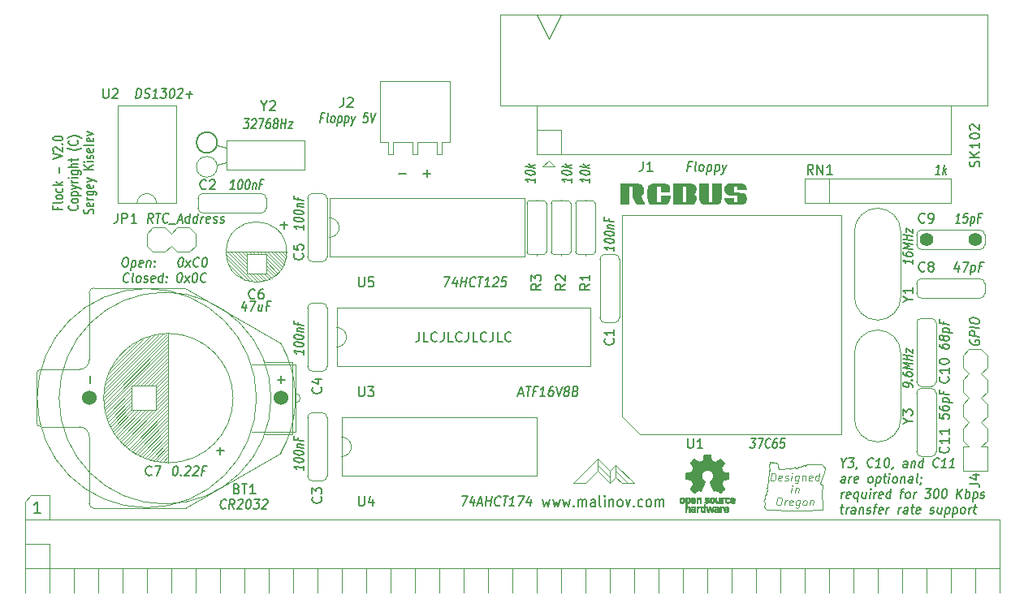
<source format=gbr>
G04 #@! TF.GenerationSoftware,KiCad,Pcbnew,(6.0.2)*
G04 #@! TF.CreationDate,2023-09-27T10:31:06-07:00*
G04 #@! TF.ProjectId,Z80-FDC-V2,5a38302d-4644-4432-9d56-322e6b696361,2.0*
G04 #@! TF.SameCoordinates,Original*
G04 #@! TF.FileFunction,Legend,Top*
G04 #@! TF.FilePolarity,Positive*
%FSLAX46Y46*%
G04 Gerber Fmt 4.6, Leading zero omitted, Abs format (unit mm)*
G04 Created by KiCad (PCBNEW (6.0.2)) date 2023-09-27 10:31:06*
%MOMM*%
%LPD*%
G01*
G04 APERTURE LIST*
%ADD10C,0.150000*%
%ADD11C,0.120000*%
%ADD12C,0.010000*%
%ADD13C,1.397000*%
%ADD14C,1.524000*%
G04 APERTURE END LIST*
D10*
X225194761Y-86351785D02*
X225242380Y-86208928D01*
X225242380Y-85970833D01*
X225194761Y-85875595D01*
X225147142Y-85827976D01*
X225051904Y-85780357D01*
X224956666Y-85780357D01*
X224861428Y-85827976D01*
X224813809Y-85875595D01*
X224766190Y-85970833D01*
X224718571Y-86161309D01*
X224670952Y-86256547D01*
X224623333Y-86304166D01*
X224528095Y-86351785D01*
X224432857Y-86351785D01*
X224337619Y-86304166D01*
X224290000Y-86256547D01*
X224242380Y-86161309D01*
X224242380Y-85923214D01*
X224290000Y-85780357D01*
X225242380Y-85351785D02*
X224242380Y-85351785D01*
X225242380Y-84780357D02*
X224670952Y-85208928D01*
X224242380Y-84780357D02*
X224813809Y-85351785D01*
X225242380Y-83827976D02*
X225242380Y-84399404D01*
X225242380Y-84113690D02*
X224242380Y-84113690D01*
X224385238Y-84208928D01*
X224480476Y-84304166D01*
X224528095Y-84399404D01*
X224242380Y-83208928D02*
X224242380Y-83113690D01*
X224290000Y-83018452D01*
X224337619Y-82970833D01*
X224432857Y-82923214D01*
X224623333Y-82875595D01*
X224861428Y-82875595D01*
X225051904Y-82923214D01*
X225147142Y-82970833D01*
X225194761Y-83018452D01*
X225242380Y-83113690D01*
X225242380Y-83208928D01*
X225194761Y-83304166D01*
X225147142Y-83351785D01*
X225051904Y-83399404D01*
X224861428Y-83447023D01*
X224623333Y-83447023D01*
X224432857Y-83399404D01*
X224337619Y-83351785D01*
X224290000Y-83304166D01*
X224242380Y-83208928D01*
X224337619Y-82494642D02*
X224290000Y-82447023D01*
X224242380Y-82351785D01*
X224242380Y-82113690D01*
X224290000Y-82018452D01*
X224337619Y-81970833D01*
X224432857Y-81923214D01*
X224528095Y-81923214D01*
X224670952Y-81970833D01*
X225242380Y-82542261D01*
X225242380Y-81923214D01*
X211051190Y-117258690D02*
X210991666Y-117734880D01*
X210816666Y-116734880D02*
X211051190Y-117258690D01*
X211416666Y-116734880D01*
X211630952Y-116734880D02*
X212188095Y-116734880D01*
X211840476Y-117115833D01*
X211969047Y-117115833D01*
X212048809Y-117163452D01*
X212085714Y-117211071D01*
X212116666Y-117306309D01*
X212086904Y-117544404D01*
X212032142Y-117639642D01*
X211983333Y-117687261D01*
X211891666Y-117734880D01*
X211634523Y-117734880D01*
X211554761Y-117687261D01*
X211517857Y-117639642D01*
X212497619Y-117687261D02*
X212491666Y-117734880D01*
X212436904Y-117830119D01*
X212388095Y-117877738D01*
X214089285Y-117639642D02*
X214040476Y-117687261D01*
X213905952Y-117734880D01*
X213820238Y-117734880D01*
X213697619Y-117687261D01*
X213623809Y-117592023D01*
X213592857Y-117496785D01*
X213573809Y-117306309D01*
X213591666Y-117163452D01*
X213658333Y-116972976D01*
X213713095Y-116877738D01*
X213810714Y-116782500D01*
X213945238Y-116734880D01*
X214030952Y-116734880D01*
X214153571Y-116782500D01*
X214190476Y-116830119D01*
X214934523Y-117734880D02*
X214420238Y-117734880D01*
X214677380Y-117734880D02*
X214802380Y-116734880D01*
X214698809Y-116877738D01*
X214601190Y-116972976D01*
X214509523Y-117020595D01*
X215616666Y-116734880D02*
X215702380Y-116734880D01*
X215782142Y-116782500D01*
X215819047Y-116830119D01*
X215850000Y-116925357D01*
X215869047Y-117115833D01*
X215839285Y-117353928D01*
X215772619Y-117544404D01*
X215717857Y-117639642D01*
X215669047Y-117687261D01*
X215577380Y-117734880D01*
X215491666Y-117734880D01*
X215411904Y-117687261D01*
X215375000Y-117639642D01*
X215344047Y-117544404D01*
X215325000Y-117353928D01*
X215354761Y-117115833D01*
X215421428Y-116925357D01*
X215476190Y-116830119D01*
X215525000Y-116782500D01*
X215616666Y-116734880D01*
X216226190Y-117687261D02*
X216220238Y-117734880D01*
X216165476Y-117830119D01*
X216116666Y-117877738D01*
X217677380Y-117734880D02*
X217742857Y-117211071D01*
X217711904Y-117115833D01*
X217632142Y-117068214D01*
X217460714Y-117068214D01*
X217369047Y-117115833D01*
X217683333Y-117687261D02*
X217591666Y-117734880D01*
X217377380Y-117734880D01*
X217297619Y-117687261D01*
X217266666Y-117592023D01*
X217278571Y-117496785D01*
X217333333Y-117401547D01*
X217425000Y-117353928D01*
X217639285Y-117353928D01*
X217730952Y-117306309D01*
X218189285Y-117068214D02*
X218105952Y-117734880D01*
X218177380Y-117163452D02*
X218226190Y-117115833D01*
X218317857Y-117068214D01*
X218446428Y-117068214D01*
X218526190Y-117115833D01*
X218557142Y-117211071D01*
X218491666Y-117734880D01*
X219305952Y-117734880D02*
X219430952Y-116734880D01*
X219311904Y-117687261D02*
X219220238Y-117734880D01*
X219048809Y-117734880D01*
X218969047Y-117687261D01*
X218932142Y-117639642D01*
X218901190Y-117544404D01*
X218936904Y-117258690D01*
X218991666Y-117163452D01*
X219040476Y-117115833D01*
X219132142Y-117068214D01*
X219303571Y-117068214D01*
X219383333Y-117115833D01*
X220946428Y-117639642D02*
X220897619Y-117687261D01*
X220763095Y-117734880D01*
X220677380Y-117734880D01*
X220554761Y-117687261D01*
X220480952Y-117592023D01*
X220450000Y-117496785D01*
X220430952Y-117306309D01*
X220448809Y-117163452D01*
X220515476Y-116972976D01*
X220570238Y-116877738D01*
X220667857Y-116782500D01*
X220802380Y-116734880D01*
X220888095Y-116734880D01*
X221010714Y-116782500D01*
X221047619Y-116830119D01*
X221791666Y-117734880D02*
X221277380Y-117734880D01*
X221534523Y-117734880D02*
X221659523Y-116734880D01*
X221555952Y-116877738D01*
X221458333Y-116972976D01*
X221366666Y-117020595D01*
X222648809Y-117734880D02*
X222134523Y-117734880D01*
X222391666Y-117734880D02*
X222516666Y-116734880D01*
X222413095Y-116877738D01*
X222315476Y-116972976D01*
X222223809Y-117020595D01*
X211205952Y-119344880D02*
X211271428Y-118821071D01*
X211240476Y-118725833D01*
X211160714Y-118678214D01*
X210989285Y-118678214D01*
X210897619Y-118725833D01*
X211211904Y-119297261D02*
X211120238Y-119344880D01*
X210905952Y-119344880D01*
X210826190Y-119297261D01*
X210795238Y-119202023D01*
X210807142Y-119106785D01*
X210861904Y-119011547D01*
X210953571Y-118963928D01*
X211167857Y-118963928D01*
X211259523Y-118916309D01*
X211634523Y-119344880D02*
X211717857Y-118678214D01*
X211694047Y-118868690D02*
X211748809Y-118773452D01*
X211797619Y-118725833D01*
X211889285Y-118678214D01*
X211975000Y-118678214D01*
X212540476Y-119297261D02*
X212448809Y-119344880D01*
X212277380Y-119344880D01*
X212197619Y-119297261D01*
X212166666Y-119202023D01*
X212214285Y-118821071D01*
X212269047Y-118725833D01*
X212360714Y-118678214D01*
X212532142Y-118678214D01*
X212611904Y-118725833D01*
X212642857Y-118821071D01*
X212630952Y-118916309D01*
X212190476Y-119011547D01*
X213777380Y-119344880D02*
X213697619Y-119297261D01*
X213660714Y-119249642D01*
X213629761Y-119154404D01*
X213665476Y-118868690D01*
X213720238Y-118773452D01*
X213769047Y-118725833D01*
X213860714Y-118678214D01*
X213989285Y-118678214D01*
X214069047Y-118725833D01*
X214105952Y-118773452D01*
X214136904Y-118868690D01*
X214101190Y-119154404D01*
X214046428Y-119249642D01*
X213997619Y-119297261D01*
X213905952Y-119344880D01*
X213777380Y-119344880D01*
X214546428Y-118678214D02*
X214421428Y-119678214D01*
X214540476Y-118725833D02*
X214632142Y-118678214D01*
X214803571Y-118678214D01*
X214883333Y-118725833D01*
X214920238Y-118773452D01*
X214951190Y-118868690D01*
X214915476Y-119154404D01*
X214860714Y-119249642D01*
X214811904Y-119297261D01*
X214720238Y-119344880D01*
X214548809Y-119344880D01*
X214469047Y-119297261D01*
X215232142Y-118678214D02*
X215575000Y-118678214D01*
X215402380Y-118344880D02*
X215295238Y-119202023D01*
X215326190Y-119297261D01*
X215405952Y-119344880D01*
X215491666Y-119344880D01*
X215791666Y-119344880D02*
X215875000Y-118678214D01*
X215916666Y-118344880D02*
X215867857Y-118392500D01*
X215904761Y-118440119D01*
X215953571Y-118392500D01*
X215916666Y-118344880D01*
X215904761Y-118440119D01*
X216348809Y-119344880D02*
X216269047Y-119297261D01*
X216232142Y-119249642D01*
X216201190Y-119154404D01*
X216236904Y-118868690D01*
X216291666Y-118773452D01*
X216340476Y-118725833D01*
X216432142Y-118678214D01*
X216560714Y-118678214D01*
X216640476Y-118725833D01*
X216677380Y-118773452D01*
X216708333Y-118868690D01*
X216672619Y-119154404D01*
X216617857Y-119249642D01*
X216569047Y-119297261D01*
X216477380Y-119344880D01*
X216348809Y-119344880D01*
X217117857Y-118678214D02*
X217034523Y-119344880D01*
X217105952Y-118773452D02*
X217154761Y-118725833D01*
X217246428Y-118678214D01*
X217375000Y-118678214D01*
X217454761Y-118725833D01*
X217485714Y-118821071D01*
X217420238Y-119344880D01*
X218234523Y-119344880D02*
X218300000Y-118821071D01*
X218269047Y-118725833D01*
X218189285Y-118678214D01*
X218017857Y-118678214D01*
X217926190Y-118725833D01*
X218240476Y-119297261D02*
X218148809Y-119344880D01*
X217934523Y-119344880D01*
X217854761Y-119297261D01*
X217823809Y-119202023D01*
X217835714Y-119106785D01*
X217890476Y-119011547D01*
X217982142Y-118963928D01*
X218196428Y-118963928D01*
X218288095Y-118916309D01*
X218791666Y-119344880D02*
X218711904Y-119297261D01*
X218680952Y-119202023D01*
X218788095Y-118344880D01*
X219183333Y-119297261D02*
X219177380Y-119344880D01*
X219122619Y-119440119D01*
X219073809Y-119487738D01*
X219211904Y-118725833D02*
X219248809Y-118773452D01*
X219200000Y-118821071D01*
X219163095Y-118773452D01*
X219211904Y-118725833D01*
X219200000Y-118821071D01*
X210820238Y-120954880D02*
X210903571Y-120288214D01*
X210879761Y-120478690D02*
X210934523Y-120383452D01*
X210983333Y-120335833D01*
X211075000Y-120288214D01*
X211160714Y-120288214D01*
X211726190Y-120907261D02*
X211634523Y-120954880D01*
X211463095Y-120954880D01*
X211383333Y-120907261D01*
X211352380Y-120812023D01*
X211400000Y-120431071D01*
X211454761Y-120335833D01*
X211546428Y-120288214D01*
X211717857Y-120288214D01*
X211797619Y-120335833D01*
X211828571Y-120431071D01*
X211816666Y-120526309D01*
X211376190Y-120621547D01*
X212617857Y-120288214D02*
X212492857Y-121288214D01*
X212540476Y-120907261D02*
X212448809Y-120954880D01*
X212277380Y-120954880D01*
X212197619Y-120907261D01*
X212160714Y-120859642D01*
X212129761Y-120764404D01*
X212165476Y-120478690D01*
X212220238Y-120383452D01*
X212269047Y-120335833D01*
X212360714Y-120288214D01*
X212532142Y-120288214D01*
X212611904Y-120335833D01*
X213432142Y-120288214D02*
X213348809Y-120954880D01*
X213046428Y-120288214D02*
X212980952Y-120812023D01*
X213011904Y-120907261D01*
X213091666Y-120954880D01*
X213220238Y-120954880D01*
X213311904Y-120907261D01*
X213360714Y-120859642D01*
X213777380Y-120954880D02*
X213860714Y-120288214D01*
X213902380Y-119954880D02*
X213853571Y-120002500D01*
X213890476Y-120050119D01*
X213939285Y-120002500D01*
X213902380Y-119954880D01*
X213890476Y-120050119D01*
X214205952Y-120954880D02*
X214289285Y-120288214D01*
X214265476Y-120478690D02*
X214320238Y-120383452D01*
X214369047Y-120335833D01*
X214460714Y-120288214D01*
X214546428Y-120288214D01*
X215111904Y-120907261D02*
X215020238Y-120954880D01*
X214848809Y-120954880D01*
X214769047Y-120907261D01*
X214738095Y-120812023D01*
X214785714Y-120431071D01*
X214840476Y-120335833D01*
X214932142Y-120288214D01*
X215103571Y-120288214D01*
X215183333Y-120335833D01*
X215214285Y-120431071D01*
X215202380Y-120526309D01*
X214761904Y-120621547D01*
X215920238Y-120954880D02*
X216045238Y-119954880D01*
X215926190Y-120907261D02*
X215834523Y-120954880D01*
X215663095Y-120954880D01*
X215583333Y-120907261D01*
X215546428Y-120859642D01*
X215515476Y-120764404D01*
X215551190Y-120478690D01*
X215605952Y-120383452D01*
X215654761Y-120335833D01*
X215746428Y-120288214D01*
X215917857Y-120288214D01*
X215997619Y-120335833D01*
X216989285Y-120288214D02*
X217332142Y-120288214D01*
X217034523Y-120954880D02*
X217141666Y-120097738D01*
X217196428Y-120002500D01*
X217288095Y-119954880D01*
X217373809Y-119954880D01*
X217677380Y-120954880D02*
X217597619Y-120907261D01*
X217560714Y-120859642D01*
X217529761Y-120764404D01*
X217565476Y-120478690D01*
X217620238Y-120383452D01*
X217669047Y-120335833D01*
X217760714Y-120288214D01*
X217889285Y-120288214D01*
X217969047Y-120335833D01*
X218005952Y-120383452D01*
X218036904Y-120478690D01*
X218001190Y-120764404D01*
X217946428Y-120859642D01*
X217897619Y-120907261D01*
X217805952Y-120954880D01*
X217677380Y-120954880D01*
X218363095Y-120954880D02*
X218446428Y-120288214D01*
X218422619Y-120478690D02*
X218477380Y-120383452D01*
X218526190Y-120335833D01*
X218617857Y-120288214D01*
X218703571Y-120288214D01*
X219645238Y-119954880D02*
X220202380Y-119954880D01*
X219854761Y-120335833D01*
X219983333Y-120335833D01*
X220063095Y-120383452D01*
X220100000Y-120431071D01*
X220130952Y-120526309D01*
X220101190Y-120764404D01*
X220046428Y-120859642D01*
X219997619Y-120907261D01*
X219905952Y-120954880D01*
X219648809Y-120954880D01*
X219569047Y-120907261D01*
X219532142Y-120859642D01*
X220759523Y-119954880D02*
X220845238Y-119954880D01*
X220925000Y-120002500D01*
X220961904Y-120050119D01*
X220992857Y-120145357D01*
X221011904Y-120335833D01*
X220982142Y-120573928D01*
X220915476Y-120764404D01*
X220860714Y-120859642D01*
X220811904Y-120907261D01*
X220720238Y-120954880D01*
X220634523Y-120954880D01*
X220554761Y-120907261D01*
X220517857Y-120859642D01*
X220486904Y-120764404D01*
X220467857Y-120573928D01*
X220497619Y-120335833D01*
X220564285Y-120145357D01*
X220619047Y-120050119D01*
X220667857Y-120002500D01*
X220759523Y-119954880D01*
X221616666Y-119954880D02*
X221702380Y-119954880D01*
X221782142Y-120002500D01*
X221819047Y-120050119D01*
X221850000Y-120145357D01*
X221869047Y-120335833D01*
X221839285Y-120573928D01*
X221772619Y-120764404D01*
X221717857Y-120859642D01*
X221669047Y-120907261D01*
X221577380Y-120954880D01*
X221491666Y-120954880D01*
X221411904Y-120907261D01*
X221375000Y-120859642D01*
X221344047Y-120764404D01*
X221325000Y-120573928D01*
X221354761Y-120335833D01*
X221421428Y-120145357D01*
X221476190Y-120050119D01*
X221525000Y-120002500D01*
X221616666Y-119954880D01*
X222863095Y-120954880D02*
X222988095Y-119954880D01*
X223377380Y-120954880D02*
X223063095Y-120383452D01*
X223502380Y-119954880D02*
X222916666Y-120526309D01*
X223763095Y-120954880D02*
X223888095Y-119954880D01*
X223840476Y-120335833D02*
X223932142Y-120288214D01*
X224103571Y-120288214D01*
X224183333Y-120335833D01*
X224220238Y-120383452D01*
X224251190Y-120478690D01*
X224215476Y-120764404D01*
X224160714Y-120859642D01*
X224111904Y-120907261D01*
X224020238Y-120954880D01*
X223848809Y-120954880D01*
X223769047Y-120907261D01*
X224660714Y-120288214D02*
X224535714Y-121288214D01*
X224654761Y-120335833D02*
X224746428Y-120288214D01*
X224917857Y-120288214D01*
X224997619Y-120335833D01*
X225034523Y-120383452D01*
X225065476Y-120478690D01*
X225029761Y-120764404D01*
X224975000Y-120859642D01*
X224926190Y-120907261D01*
X224834523Y-120954880D01*
X224663095Y-120954880D01*
X224583333Y-120907261D01*
X225354761Y-120907261D02*
X225434523Y-120954880D01*
X225605952Y-120954880D01*
X225697619Y-120907261D01*
X225752380Y-120812023D01*
X225758333Y-120764404D01*
X225727380Y-120669166D01*
X225647619Y-120621547D01*
X225519047Y-120621547D01*
X225439285Y-120573928D01*
X225408333Y-120478690D01*
X225414285Y-120431071D01*
X225469047Y-120335833D01*
X225560714Y-120288214D01*
X225689285Y-120288214D01*
X225769047Y-120335833D01*
X210775000Y-121898214D02*
X211117857Y-121898214D01*
X210945238Y-121564880D02*
X210838095Y-122422023D01*
X210869047Y-122517261D01*
X210948809Y-122564880D01*
X211034523Y-122564880D01*
X211334523Y-122564880D02*
X211417857Y-121898214D01*
X211394047Y-122088690D02*
X211448809Y-121993452D01*
X211497619Y-121945833D01*
X211589285Y-121898214D01*
X211675000Y-121898214D01*
X212277380Y-122564880D02*
X212342857Y-122041071D01*
X212311904Y-121945833D01*
X212232142Y-121898214D01*
X212060714Y-121898214D01*
X211969047Y-121945833D01*
X212283333Y-122517261D02*
X212191666Y-122564880D01*
X211977380Y-122564880D01*
X211897619Y-122517261D01*
X211866666Y-122422023D01*
X211878571Y-122326785D01*
X211933333Y-122231547D01*
X212025000Y-122183928D01*
X212239285Y-122183928D01*
X212330952Y-122136309D01*
X212789285Y-121898214D02*
X212705952Y-122564880D01*
X212777380Y-121993452D02*
X212826190Y-121945833D01*
X212917857Y-121898214D01*
X213046428Y-121898214D01*
X213126190Y-121945833D01*
X213157142Y-122041071D01*
X213091666Y-122564880D01*
X213483333Y-122517261D02*
X213563095Y-122564880D01*
X213734523Y-122564880D01*
X213826190Y-122517261D01*
X213880952Y-122422023D01*
X213886904Y-122374404D01*
X213855952Y-122279166D01*
X213776190Y-122231547D01*
X213647619Y-122231547D01*
X213567857Y-122183928D01*
X213536904Y-122088690D01*
X213542857Y-122041071D01*
X213597619Y-121945833D01*
X213689285Y-121898214D01*
X213817857Y-121898214D01*
X213897619Y-121945833D01*
X214203571Y-121898214D02*
X214546428Y-121898214D01*
X214248809Y-122564880D02*
X214355952Y-121707738D01*
X214410714Y-121612500D01*
X214502380Y-121564880D01*
X214588095Y-121564880D01*
X215111904Y-122517261D02*
X215020238Y-122564880D01*
X214848809Y-122564880D01*
X214769047Y-122517261D01*
X214738095Y-122422023D01*
X214785714Y-122041071D01*
X214840476Y-121945833D01*
X214932142Y-121898214D01*
X215103571Y-121898214D01*
X215183333Y-121945833D01*
X215214285Y-122041071D01*
X215202380Y-122136309D01*
X214761904Y-122231547D01*
X215534523Y-122564880D02*
X215617857Y-121898214D01*
X215594047Y-122088690D02*
X215648809Y-121993452D01*
X215697619Y-121945833D01*
X215789285Y-121898214D01*
X215875000Y-121898214D01*
X216777380Y-122564880D02*
X216860714Y-121898214D01*
X216836904Y-122088690D02*
X216891666Y-121993452D01*
X216940476Y-121945833D01*
X217032142Y-121898214D01*
X217117857Y-121898214D01*
X217720238Y-122564880D02*
X217785714Y-122041071D01*
X217754761Y-121945833D01*
X217675000Y-121898214D01*
X217503571Y-121898214D01*
X217411904Y-121945833D01*
X217726190Y-122517261D02*
X217634523Y-122564880D01*
X217420238Y-122564880D01*
X217340476Y-122517261D01*
X217309523Y-122422023D01*
X217321428Y-122326785D01*
X217376190Y-122231547D01*
X217467857Y-122183928D01*
X217682142Y-122183928D01*
X217773809Y-122136309D01*
X218103571Y-121898214D02*
X218446428Y-121898214D01*
X218273809Y-121564880D02*
X218166666Y-122422023D01*
X218197619Y-122517261D01*
X218277380Y-122564880D01*
X218363095Y-122564880D01*
X219011904Y-122517261D02*
X218920238Y-122564880D01*
X218748809Y-122564880D01*
X218669047Y-122517261D01*
X218638095Y-122422023D01*
X218685714Y-122041071D01*
X218740476Y-121945833D01*
X218832142Y-121898214D01*
X219003571Y-121898214D01*
X219083333Y-121945833D01*
X219114285Y-122041071D01*
X219102380Y-122136309D01*
X218661904Y-122231547D01*
X220083333Y-122517261D02*
X220163095Y-122564880D01*
X220334523Y-122564880D01*
X220426190Y-122517261D01*
X220480952Y-122422023D01*
X220486904Y-122374404D01*
X220455952Y-122279166D01*
X220376190Y-122231547D01*
X220247619Y-122231547D01*
X220167857Y-122183928D01*
X220136904Y-122088690D01*
X220142857Y-122041071D01*
X220197619Y-121945833D01*
X220289285Y-121898214D01*
X220417857Y-121898214D01*
X220497619Y-121945833D01*
X221317857Y-121898214D02*
X221234523Y-122564880D01*
X220932142Y-121898214D02*
X220866666Y-122422023D01*
X220897619Y-122517261D01*
X220977380Y-122564880D01*
X221105952Y-122564880D01*
X221197619Y-122517261D01*
X221246428Y-122469642D01*
X221746428Y-121898214D02*
X221621428Y-122898214D01*
X221740476Y-121945833D02*
X221832142Y-121898214D01*
X222003571Y-121898214D01*
X222083333Y-121945833D01*
X222120238Y-121993452D01*
X222151190Y-122088690D01*
X222115476Y-122374404D01*
X222060714Y-122469642D01*
X222011904Y-122517261D01*
X221920238Y-122564880D01*
X221748809Y-122564880D01*
X221669047Y-122517261D01*
X222560714Y-121898214D02*
X222435714Y-122898214D01*
X222554761Y-121945833D02*
X222646428Y-121898214D01*
X222817857Y-121898214D01*
X222897619Y-121945833D01*
X222934523Y-121993452D01*
X222965476Y-122088690D01*
X222929761Y-122374404D01*
X222875000Y-122469642D01*
X222826190Y-122517261D01*
X222734523Y-122564880D01*
X222563095Y-122564880D01*
X222483333Y-122517261D01*
X223420238Y-122564880D02*
X223340476Y-122517261D01*
X223303571Y-122469642D01*
X223272619Y-122374404D01*
X223308333Y-122088690D01*
X223363095Y-121993452D01*
X223411904Y-121945833D01*
X223503571Y-121898214D01*
X223632142Y-121898214D01*
X223711904Y-121945833D01*
X223748809Y-121993452D01*
X223779761Y-122088690D01*
X223744047Y-122374404D01*
X223689285Y-122469642D01*
X223640476Y-122517261D01*
X223548809Y-122564880D01*
X223420238Y-122564880D01*
X224105952Y-122564880D02*
X224189285Y-121898214D01*
X224165476Y-122088690D02*
X224220238Y-121993452D01*
X224269047Y-121945833D01*
X224360714Y-121898214D01*
X224446428Y-121898214D01*
X224617857Y-121898214D02*
X224960714Y-121898214D01*
X224788095Y-121564880D02*
X224680952Y-122422023D01*
X224711904Y-122517261D01*
X224791666Y-122564880D01*
X224877380Y-122564880D01*
D11*
X182880000Y-119380000D02*
X185420000Y-116840000D01*
X187325000Y-118745000D02*
X186690000Y-119380000D01*
X187960000Y-119380000D02*
X187325000Y-118745000D01*
X189230000Y-119380000D02*
X187960000Y-119380000D01*
X184150000Y-119380000D02*
X182880000Y-119380000D01*
X186690000Y-119380000D02*
X185420000Y-118110000D01*
X185420000Y-116840000D02*
X186690000Y-118110000D01*
X185420000Y-118110000D02*
X184150000Y-119380000D01*
X187325000Y-117475000D02*
X189230000Y-119380000D01*
X186690000Y-118110000D02*
X187325000Y-117475000D01*
X187325000Y-117475000D02*
X187325000Y-118745000D01*
X187325000Y-118110000D02*
X188595000Y-119380000D01*
X186690000Y-118110000D02*
X186690000Y-119380000D01*
X185420000Y-117475000D02*
X186690000Y-118745000D01*
X185420000Y-116840000D02*
X185420000Y-118110000D01*
X204137785Y-117298985D02*
X204211855Y-117391920D01*
X208748450Y-119475850D02*
X208859500Y-119494455D01*
X209063150Y-118173465D02*
X209057400Y-118205160D01*
X203100881Y-120145650D02*
X203100881Y-120015420D01*
X209155800Y-117764115D02*
X209155800Y-117894345D01*
X203323090Y-117429190D02*
X203378625Y-117373380D01*
X209037400Y-118299900D02*
X209009900Y-118389681D01*
X206612055Y-117636800D02*
X206619005Y-117633905D01*
X209155800Y-117894345D02*
X209155800Y-117894345D01*
X202915742Y-120573600D02*
X203063882Y-120517795D01*
X206591170Y-117643200D02*
X206612055Y-117636800D01*
X206396810Y-117671105D02*
X206450625Y-117658285D01*
X203045347Y-120238730D02*
X203100881Y-120145650D01*
X208928950Y-118659290D02*
X208933550Y-118657225D01*
X204248925Y-122173709D02*
X203785975Y-122155037D01*
X203193485Y-119289830D02*
X203230485Y-119103790D01*
X208889550Y-118666470D02*
X208903250Y-118667016D01*
X206785695Y-117559420D02*
X206933755Y-117522270D01*
X208581750Y-117373380D02*
X208822500Y-117354770D01*
X206248660Y-117782725D02*
X206341265Y-117689715D01*
X204267390Y-117578095D02*
X204267390Y-117689715D01*
X208917650Y-118663575D02*
X208928950Y-118659290D01*
X203600835Y-117224585D02*
X203693440Y-117168735D01*
X203267555Y-119085110D02*
X203230485Y-119010766D01*
X209069100Y-118140670D02*
X209063150Y-118173465D01*
X208692850Y-119196800D02*
X208674350Y-119326960D01*
X203026812Y-122117900D02*
X202934208Y-122080692D01*
X203063882Y-120517795D02*
X203026812Y-120424765D01*
X204730340Y-117931565D02*
X204896955Y-117912885D01*
X203026812Y-120424765D02*
X203008277Y-120331685D01*
X209155800Y-117894345D02*
X209146500Y-117909160D01*
X203008277Y-120331685D02*
X203045347Y-120238730D01*
X209093199Y-118043445D02*
X209069100Y-118140670D01*
X203415695Y-118043255D02*
X203415695Y-117968695D01*
X202767603Y-121094500D02*
X202841673Y-120927135D01*
X202878674Y-121448035D02*
X202841673Y-121336481D01*
X206619005Y-117633905D02*
X206785695Y-117559420D01*
X208896550Y-119922340D02*
X208822500Y-120015420D01*
X204971020Y-117857075D02*
X205045090Y-117782725D01*
X204285925Y-117819925D02*
X204359995Y-117894345D01*
X203378625Y-117373380D02*
X203360090Y-117168735D01*
X207230035Y-117410580D02*
X207674450Y-117410580D01*
X208878850Y-118641460D02*
X208880150Y-118659025D01*
X203341625Y-117671035D02*
X203323090Y-117429190D01*
X208915000Y-118564146D02*
X208908000Y-118575455D01*
X203082347Y-119903805D02*
X203119416Y-119792115D01*
X209007650Y-117633905D02*
X209155800Y-117764115D01*
X202749069Y-121206190D02*
X202767603Y-121094500D01*
X208915000Y-119680495D02*
X208878050Y-119810795D01*
X206341265Y-117689715D02*
X206341265Y-117689715D01*
X203174950Y-119494455D02*
X203193485Y-119289830D01*
X209057400Y-118205160D02*
X209037400Y-118299900D01*
X203156419Y-119717765D02*
X203174950Y-119494455D01*
X202841673Y-121596930D02*
X202878674Y-121448035D01*
X206450625Y-117658285D02*
X206493610Y-117652500D01*
X205785780Y-122210848D02*
X204878490Y-122192313D01*
X208859500Y-119494455D02*
X208933550Y-119568945D01*
X209009900Y-118389681D02*
X208972000Y-118469055D01*
X204359995Y-117894345D02*
X204526664Y-117931565D01*
X203767440Y-117187335D02*
X203897110Y-117224585D01*
X208915000Y-122136502D02*
X208248450Y-122173709D01*
X203971185Y-117205885D02*
X204137785Y-117298985D01*
X206493610Y-117652500D02*
X206507950Y-117652500D01*
X203323090Y-117987445D02*
X203415695Y-118043255D01*
X208878050Y-119810795D02*
X208896550Y-119922340D01*
X208908000Y-118575455D02*
X208889200Y-118610855D01*
X204211855Y-117391920D02*
X204267390Y-117578095D01*
X202897207Y-120815515D02*
X202897207Y-120592205D01*
X204896955Y-117912885D02*
X204971020Y-117857075D01*
X202823138Y-121708550D02*
X202841673Y-121596930D01*
X205267300Y-117801265D02*
X205415435Y-117819925D01*
X206100530Y-117801265D02*
X206248660Y-117782725D01*
X208248450Y-122173709D02*
X207433710Y-122192313D01*
X202841673Y-120927135D02*
X202897207Y-120815515D01*
X203341625Y-117745525D02*
X203341625Y-117671035D01*
X206356839Y-117683860D02*
X206396810Y-117671105D01*
X202823138Y-121801570D02*
X202823138Y-121708550D01*
X207433710Y-122192313D02*
X205785780Y-122210848D01*
X207100425Y-117540880D02*
X207230035Y-117410580D01*
X203230485Y-119103790D02*
X203267555Y-119085110D01*
X206556460Y-117649535D02*
X206591170Y-117643200D01*
X207674450Y-117410580D02*
X208581750Y-117391920D01*
X206619005Y-117633905D02*
X206619005Y-117633905D01*
X209123300Y-117957120D02*
X209093199Y-118043445D01*
X205730255Y-117857075D02*
X205989455Y-117689715D01*
X204267390Y-117689715D02*
X204285925Y-117819925D01*
X208822500Y-120015420D02*
X208915000Y-122136502D01*
X208880150Y-118659025D02*
X208889550Y-118666470D01*
X205545045Y-117857075D02*
X205730255Y-117857075D01*
X203415695Y-117968695D02*
X203378625Y-117838535D01*
X203230485Y-119010766D02*
X203249020Y-118936290D01*
X208840950Y-117429190D02*
X208952100Y-117559420D01*
X203119416Y-119792115D02*
X203156419Y-119717765D01*
X208889200Y-118610855D02*
X208878850Y-118641460D01*
X208972000Y-118469055D02*
X208929650Y-118540581D01*
X208903250Y-118667016D02*
X208917650Y-118663575D01*
X206520070Y-117652500D02*
X206556460Y-117649535D01*
X208674350Y-119326960D02*
X208748450Y-119475850D01*
X203397160Y-117838535D02*
X203341625Y-117745525D01*
X203378625Y-117838535D02*
X203397160Y-117838535D01*
X205045090Y-117782725D02*
X205267300Y-117801265D01*
X209146500Y-117909160D02*
X209123300Y-117957120D01*
X203045347Y-122136502D02*
X203026812Y-122117900D01*
X208952100Y-117559420D02*
X209007650Y-117633905D01*
X208933550Y-118657225D02*
X208933550Y-118657225D01*
X204526664Y-117931565D02*
X204730340Y-117931565D01*
X202934208Y-122080692D02*
X202878674Y-121969071D01*
X203304555Y-118359501D02*
X203323090Y-117987445D01*
X203897110Y-117224585D02*
X203971185Y-117205885D01*
X208581750Y-117391920D02*
X208581750Y-117373380D01*
X205508040Y-117931565D02*
X205545045Y-117857075D01*
X203230485Y-118824656D02*
X203249020Y-118731575D01*
X208933550Y-119568945D02*
X208915000Y-119680495D01*
X203526765Y-117205885D02*
X203600835Y-117224585D01*
X205415435Y-117819925D02*
X205508040Y-117931565D01*
X203286020Y-118508265D02*
X203304555Y-118359501D01*
X205989455Y-117689715D02*
X206100530Y-117801265D01*
X204878490Y-122192313D02*
X204248925Y-122173709D01*
X203434160Y-122155037D02*
X203045347Y-122136502D01*
X203100881Y-120015420D02*
X203082347Y-119903805D01*
X208803950Y-118936290D02*
X208692850Y-119196800D01*
X208822500Y-117354770D02*
X208840950Y-117429190D01*
X206507950Y-117652500D02*
X206520070Y-117652500D01*
X208933550Y-118657225D02*
X208803950Y-118936290D01*
X203693440Y-117168735D02*
X203767440Y-117187335D01*
X203360090Y-117168735D02*
X203526765Y-117205885D01*
X206341265Y-117689715D02*
X206356839Y-117683860D01*
X202878674Y-121969071D02*
X202823138Y-121801570D01*
X202897207Y-120592205D02*
X202915742Y-120573600D01*
X202841673Y-121336481D02*
X202749069Y-121206190D01*
X206933755Y-117522270D02*
X207100425Y-117540880D01*
X203785975Y-122155037D02*
X203434160Y-122155037D01*
X203249020Y-118731575D02*
X203286020Y-118508265D01*
X203249020Y-118936290D02*
X203230485Y-118824656D01*
X208929650Y-118540581D02*
X208915000Y-118564146D01*
D10*
X179697857Y-121027857D02*
X179888333Y-121827857D01*
X180078809Y-121256428D01*
X180269285Y-121827857D01*
X180459761Y-121027857D01*
X180745476Y-121027857D02*
X180935952Y-121827857D01*
X181126428Y-121256428D01*
X181316904Y-121827857D01*
X181507380Y-121027857D01*
X181793095Y-121027857D02*
X181983571Y-121827857D01*
X182174047Y-121256428D01*
X182364523Y-121827857D01*
X182555000Y-121027857D01*
X182935952Y-121713571D02*
X182983571Y-121770714D01*
X182935952Y-121827857D01*
X182888333Y-121770714D01*
X182935952Y-121713571D01*
X182935952Y-121827857D01*
X183412142Y-121827857D02*
X183412142Y-121027857D01*
X183412142Y-121142142D02*
X183459761Y-121085000D01*
X183555000Y-121027857D01*
X183697857Y-121027857D01*
X183793095Y-121085000D01*
X183840714Y-121199285D01*
X183840714Y-121827857D01*
X183840714Y-121199285D02*
X183888333Y-121085000D01*
X183983571Y-121027857D01*
X184126428Y-121027857D01*
X184221666Y-121085000D01*
X184269285Y-121199285D01*
X184269285Y-121827857D01*
X185174047Y-121827857D02*
X185174047Y-121199285D01*
X185126428Y-121085000D01*
X185031190Y-121027857D01*
X184840714Y-121027857D01*
X184745476Y-121085000D01*
X185174047Y-121770714D02*
X185078809Y-121827857D01*
X184840714Y-121827857D01*
X184745476Y-121770714D01*
X184697857Y-121656428D01*
X184697857Y-121542142D01*
X184745476Y-121427857D01*
X184840714Y-121370714D01*
X185078809Y-121370714D01*
X185174047Y-121313571D01*
X185793095Y-121827857D02*
X185697857Y-121770714D01*
X185650238Y-121656428D01*
X185650238Y-120627857D01*
X186174047Y-121827857D02*
X186174047Y-121027857D01*
X186174047Y-120627857D02*
X186126428Y-120685000D01*
X186174047Y-120742142D01*
X186221666Y-120685000D01*
X186174047Y-120627857D01*
X186174047Y-120742142D01*
X186650238Y-121027857D02*
X186650238Y-121827857D01*
X186650238Y-121142142D02*
X186697857Y-121085000D01*
X186793095Y-121027857D01*
X186935952Y-121027857D01*
X187031190Y-121085000D01*
X187078809Y-121199285D01*
X187078809Y-121827857D01*
X187697857Y-121827857D02*
X187602619Y-121770714D01*
X187555000Y-121713571D01*
X187507380Y-121599285D01*
X187507380Y-121256428D01*
X187555000Y-121142142D01*
X187602619Y-121085000D01*
X187697857Y-121027857D01*
X187840714Y-121027857D01*
X187935952Y-121085000D01*
X187983571Y-121142142D01*
X188031190Y-121256428D01*
X188031190Y-121599285D01*
X187983571Y-121713571D01*
X187935952Y-121770714D01*
X187840714Y-121827857D01*
X187697857Y-121827857D01*
X188364523Y-121027857D02*
X188602619Y-121827857D01*
X188840714Y-121027857D01*
X189221666Y-121713571D02*
X189269285Y-121770714D01*
X189221666Y-121827857D01*
X189174047Y-121770714D01*
X189221666Y-121713571D01*
X189221666Y-121827857D01*
X190126428Y-121770714D02*
X190031190Y-121827857D01*
X189840714Y-121827857D01*
X189745476Y-121770714D01*
X189697857Y-121713571D01*
X189650238Y-121599285D01*
X189650238Y-121256428D01*
X189697857Y-121142142D01*
X189745476Y-121085000D01*
X189840714Y-121027857D01*
X190031190Y-121027857D01*
X190126428Y-121085000D01*
X190697857Y-121827857D02*
X190602619Y-121770714D01*
X190555000Y-121713571D01*
X190507380Y-121599285D01*
X190507380Y-121256428D01*
X190555000Y-121142142D01*
X190602619Y-121085000D01*
X190697857Y-121027857D01*
X190840714Y-121027857D01*
X190935952Y-121085000D01*
X190983571Y-121142142D01*
X191031190Y-121256428D01*
X191031190Y-121599285D01*
X190983571Y-121713571D01*
X190935952Y-121770714D01*
X190840714Y-121827857D01*
X190697857Y-121827857D01*
X191459761Y-121827857D02*
X191459761Y-121027857D01*
X191459761Y-121142142D02*
X191507380Y-121085000D01*
X191602619Y-121027857D01*
X191745476Y-121027857D01*
X191840714Y-121085000D01*
X191888333Y-121199285D01*
X191888333Y-121827857D01*
X191888333Y-121199285D02*
X191935952Y-121085000D01*
X192031190Y-121027857D01*
X192174047Y-121027857D01*
X192269285Y-121085000D01*
X192316904Y-121199285D01*
X192316904Y-121827857D01*
D11*
X203498626Y-119088904D02*
X203598626Y-118288904D01*
X203789103Y-118288904D01*
X203898626Y-118327000D01*
X203965293Y-118403190D01*
X203993864Y-118479380D01*
X204012912Y-118631761D01*
X203998626Y-118746047D01*
X203941483Y-118898428D01*
X203893864Y-118974619D01*
X203808150Y-119050809D01*
X203689103Y-119088904D01*
X203498626Y-119088904D01*
X204608150Y-119050809D02*
X204527198Y-119088904D01*
X204374817Y-119088904D01*
X204303388Y-119050809D01*
X204274817Y-118974619D01*
X204312912Y-118669857D01*
X204360531Y-118593666D01*
X204441483Y-118555571D01*
X204593864Y-118555571D01*
X204665293Y-118593666D01*
X204693864Y-118669857D01*
X204684341Y-118746047D01*
X204293864Y-118822238D01*
X204951007Y-119050809D02*
X205022436Y-119088904D01*
X205174817Y-119088904D01*
X205255769Y-119050809D01*
X205303388Y-118974619D01*
X205308150Y-118936523D01*
X205279579Y-118860333D01*
X205208150Y-118822238D01*
X205093864Y-118822238D01*
X205022436Y-118784142D01*
X204993864Y-118707952D01*
X204998626Y-118669857D01*
X205046245Y-118593666D01*
X205127198Y-118555571D01*
X205241483Y-118555571D01*
X205312912Y-118593666D01*
X205631960Y-119088904D02*
X205698626Y-118555571D01*
X205731960Y-118288904D02*
X205689103Y-118327000D01*
X205722436Y-118365095D01*
X205765293Y-118327000D01*
X205731960Y-118288904D01*
X205722436Y-118365095D01*
X206422436Y-118555571D02*
X206341483Y-119203190D01*
X206293864Y-119279380D01*
X206251007Y-119317476D01*
X206170055Y-119355571D01*
X206055769Y-119355571D01*
X205984341Y-119317476D01*
X206360531Y-119050809D02*
X206279579Y-119088904D01*
X206127198Y-119088904D01*
X206055769Y-119050809D01*
X206022436Y-119012714D01*
X205993864Y-118936523D01*
X206022436Y-118707952D01*
X206070055Y-118631761D01*
X206112912Y-118593666D01*
X206193864Y-118555571D01*
X206346245Y-118555571D01*
X206417674Y-118593666D01*
X206803388Y-118555571D02*
X206736722Y-119088904D01*
X206793864Y-118631761D02*
X206836722Y-118593666D01*
X206917674Y-118555571D01*
X207031960Y-118555571D01*
X207103388Y-118593666D01*
X207131960Y-118669857D01*
X207079579Y-119088904D01*
X207770055Y-119050809D02*
X207689103Y-119088904D01*
X207536722Y-119088904D01*
X207465293Y-119050809D01*
X207436722Y-118974619D01*
X207474817Y-118669857D01*
X207522436Y-118593666D01*
X207603388Y-118555571D01*
X207755769Y-118555571D01*
X207827198Y-118593666D01*
X207855769Y-118669857D01*
X207846245Y-118746047D01*
X207455769Y-118822238D01*
X208489103Y-119088904D02*
X208589103Y-118288904D01*
X208493864Y-119050809D02*
X208412912Y-119088904D01*
X208260531Y-119088904D01*
X208189103Y-119050809D01*
X208155769Y-119012714D01*
X208127198Y-118936523D01*
X208155769Y-118707952D01*
X208203388Y-118631761D01*
X208246245Y-118593666D01*
X208327198Y-118555571D01*
X208479579Y-118555571D01*
X208551007Y-118593666D01*
X205631960Y-120376904D02*
X205698626Y-119843571D01*
X205731960Y-119576904D02*
X205689103Y-119615000D01*
X205722436Y-119653095D01*
X205765293Y-119615000D01*
X205731960Y-119576904D01*
X205722436Y-119653095D01*
X206079579Y-119843571D02*
X206012912Y-120376904D01*
X206070055Y-119919761D02*
X206112912Y-119881666D01*
X206193864Y-119843571D01*
X206308150Y-119843571D01*
X206379579Y-119881666D01*
X206408150Y-119957857D01*
X206355769Y-120376904D01*
X204341483Y-120864904D02*
X204493864Y-120864904D01*
X204565293Y-120903000D01*
X204631960Y-120979190D01*
X204651007Y-121131571D01*
X204617674Y-121398238D01*
X204560531Y-121550619D01*
X204474817Y-121626809D01*
X204393864Y-121664904D01*
X204241483Y-121664904D01*
X204170055Y-121626809D01*
X204103388Y-121550619D01*
X204084341Y-121398238D01*
X204117674Y-121131571D01*
X204174817Y-120979190D01*
X204260531Y-120903000D01*
X204341483Y-120864904D01*
X204927198Y-121664904D02*
X204993864Y-121131571D01*
X204974817Y-121283952D02*
X205022436Y-121207761D01*
X205065293Y-121169666D01*
X205146245Y-121131571D01*
X205222436Y-121131571D01*
X205731960Y-121626809D02*
X205651007Y-121664904D01*
X205498626Y-121664904D01*
X205427198Y-121626809D01*
X205398626Y-121550619D01*
X205436722Y-121245857D01*
X205484341Y-121169666D01*
X205565293Y-121131571D01*
X205717674Y-121131571D01*
X205789103Y-121169666D01*
X205817674Y-121245857D01*
X205808150Y-121322047D01*
X205417674Y-121398238D01*
X206517674Y-121131571D02*
X206436722Y-121779190D01*
X206389103Y-121855380D01*
X206346245Y-121893476D01*
X206265293Y-121931571D01*
X206151007Y-121931571D01*
X206079579Y-121893476D01*
X206455769Y-121626809D02*
X206374817Y-121664904D01*
X206222436Y-121664904D01*
X206151007Y-121626809D01*
X206117674Y-121588714D01*
X206089103Y-121512523D01*
X206117674Y-121283952D01*
X206165293Y-121207761D01*
X206208150Y-121169666D01*
X206289103Y-121131571D01*
X206441483Y-121131571D01*
X206512912Y-121169666D01*
X206946245Y-121664904D02*
X206874817Y-121626809D01*
X206841483Y-121588714D01*
X206812912Y-121512523D01*
X206841483Y-121283952D01*
X206889103Y-121207761D01*
X206931960Y-121169666D01*
X207012912Y-121131571D01*
X207127198Y-121131571D01*
X207198626Y-121169666D01*
X207231960Y-121207761D01*
X207260531Y-121283952D01*
X207231960Y-121512523D01*
X207184341Y-121588714D01*
X207141483Y-121626809D01*
X207060531Y-121664904D01*
X206946245Y-121664904D01*
X207622436Y-121131571D02*
X207555769Y-121664904D01*
X207612912Y-121207761D02*
X207655769Y-121169666D01*
X207736722Y-121131571D01*
X207851007Y-121131571D01*
X207922436Y-121169666D01*
X207951007Y-121245857D01*
X207898626Y-121664904D01*
D10*
X164719047Y-87066428D02*
X165480952Y-87066428D01*
X166830952Y-103592380D02*
X166830952Y-104306666D01*
X166783333Y-104449523D01*
X166688095Y-104544761D01*
X166545238Y-104592380D01*
X166450000Y-104592380D01*
X167783333Y-104592380D02*
X167307142Y-104592380D01*
X167307142Y-103592380D01*
X168688095Y-104497142D02*
X168640476Y-104544761D01*
X168497619Y-104592380D01*
X168402380Y-104592380D01*
X168259523Y-104544761D01*
X168164285Y-104449523D01*
X168116666Y-104354285D01*
X168069047Y-104163809D01*
X168069047Y-104020952D01*
X168116666Y-103830476D01*
X168164285Y-103735238D01*
X168259523Y-103640000D01*
X168402380Y-103592380D01*
X168497619Y-103592380D01*
X168640476Y-103640000D01*
X168688095Y-103687619D01*
X169402380Y-103592380D02*
X169402380Y-104306666D01*
X169354761Y-104449523D01*
X169259523Y-104544761D01*
X169116666Y-104592380D01*
X169021428Y-104592380D01*
X170354761Y-104592380D02*
X169878571Y-104592380D01*
X169878571Y-103592380D01*
X171259523Y-104497142D02*
X171211904Y-104544761D01*
X171069047Y-104592380D01*
X170973809Y-104592380D01*
X170830952Y-104544761D01*
X170735714Y-104449523D01*
X170688095Y-104354285D01*
X170640476Y-104163809D01*
X170640476Y-104020952D01*
X170688095Y-103830476D01*
X170735714Y-103735238D01*
X170830952Y-103640000D01*
X170973809Y-103592380D01*
X171069047Y-103592380D01*
X171211904Y-103640000D01*
X171259523Y-103687619D01*
X171973809Y-103592380D02*
X171973809Y-104306666D01*
X171926190Y-104449523D01*
X171830952Y-104544761D01*
X171688095Y-104592380D01*
X171592857Y-104592380D01*
X172926190Y-104592380D02*
X172450000Y-104592380D01*
X172450000Y-103592380D01*
X173830952Y-104497142D02*
X173783333Y-104544761D01*
X173640476Y-104592380D01*
X173545238Y-104592380D01*
X173402380Y-104544761D01*
X173307142Y-104449523D01*
X173259523Y-104354285D01*
X173211904Y-104163809D01*
X173211904Y-104020952D01*
X173259523Y-103830476D01*
X173307142Y-103735238D01*
X173402380Y-103640000D01*
X173545238Y-103592380D01*
X173640476Y-103592380D01*
X173783333Y-103640000D01*
X173830952Y-103687619D01*
X174545238Y-103592380D02*
X174545238Y-104306666D01*
X174497619Y-104449523D01*
X174402380Y-104544761D01*
X174259523Y-104592380D01*
X174164285Y-104592380D01*
X175497619Y-104592380D02*
X175021428Y-104592380D01*
X175021428Y-103592380D01*
X176402380Y-104497142D02*
X176354761Y-104544761D01*
X176211904Y-104592380D01*
X176116666Y-104592380D01*
X175973809Y-104544761D01*
X175878571Y-104449523D01*
X175830952Y-104354285D01*
X175783333Y-104163809D01*
X175783333Y-104020952D01*
X175830952Y-103830476D01*
X175878571Y-103735238D01*
X175973809Y-103640000D01*
X176116666Y-103592380D01*
X176211904Y-103592380D01*
X176354761Y-103640000D01*
X176402380Y-103687619D01*
X136165327Y-95802380D02*
X136336755Y-95802380D01*
X136416517Y-95850000D01*
X136490327Y-95945238D01*
X136509375Y-96135714D01*
X136467708Y-96469047D01*
X136401041Y-96659523D01*
X136303422Y-96754761D01*
X136211755Y-96802380D01*
X136040327Y-96802380D01*
X135960565Y-96754761D01*
X135886755Y-96659523D01*
X135867708Y-96469047D01*
X135909375Y-96135714D01*
X135976041Y-95945238D01*
X136073660Y-95850000D01*
X136165327Y-95802380D01*
X136895089Y-96135714D02*
X136770089Y-97135714D01*
X136889136Y-96183333D02*
X136980803Y-96135714D01*
X137152232Y-96135714D01*
X137231994Y-96183333D01*
X137268898Y-96230952D01*
X137299851Y-96326190D01*
X137264136Y-96611904D01*
X137209375Y-96707142D01*
X137160565Y-96754761D01*
X137068898Y-96802380D01*
X136897470Y-96802380D01*
X136817708Y-96754761D01*
X137974851Y-96754761D02*
X137883184Y-96802380D01*
X137711755Y-96802380D01*
X137631994Y-96754761D01*
X137601041Y-96659523D01*
X137648660Y-96278571D01*
X137703422Y-96183333D01*
X137795089Y-96135714D01*
X137966517Y-96135714D01*
X138046279Y-96183333D01*
X138077232Y-96278571D01*
X138065327Y-96373809D01*
X137624851Y-96469047D01*
X138480803Y-96135714D02*
X138397470Y-96802380D01*
X138468898Y-96230952D02*
X138517708Y-96183333D01*
X138609375Y-96135714D01*
X138737946Y-96135714D01*
X138817708Y-96183333D01*
X138848660Y-96278571D01*
X138783184Y-96802380D01*
X139223660Y-96707142D02*
X139260565Y-96754761D01*
X139211755Y-96802380D01*
X139174851Y-96754761D01*
X139223660Y-96707142D01*
X139211755Y-96802380D01*
X139289136Y-96183333D02*
X139326041Y-96230952D01*
X139277232Y-96278571D01*
X139240327Y-96230952D01*
X139289136Y-96183333D01*
X139277232Y-96278571D01*
X141993898Y-95802380D02*
X142079613Y-95802380D01*
X142159375Y-95850000D01*
X142196279Y-95897619D01*
X142227232Y-95992857D01*
X142246279Y-96183333D01*
X142216517Y-96421428D01*
X142149851Y-96611904D01*
X142095089Y-96707142D01*
X142046279Y-96754761D01*
X141954613Y-96802380D01*
X141868898Y-96802380D01*
X141789136Y-96754761D01*
X141752232Y-96707142D01*
X141721279Y-96611904D01*
X141702232Y-96421428D01*
X141731994Y-96183333D01*
X141798660Y-95992857D01*
X141853422Y-95897619D01*
X141902232Y-95850000D01*
X141993898Y-95802380D01*
X142468898Y-96802380D02*
X143023660Y-96135714D01*
X142552232Y-96135714D02*
X142940327Y-96802380D01*
X143809375Y-96707142D02*
X143760565Y-96754761D01*
X143626041Y-96802380D01*
X143540327Y-96802380D01*
X143417708Y-96754761D01*
X143343898Y-96659523D01*
X143312946Y-96564285D01*
X143293898Y-96373809D01*
X143311755Y-96230952D01*
X143378422Y-96040476D01*
X143433184Y-95945238D01*
X143530803Y-95850000D01*
X143665327Y-95802380D01*
X143751041Y-95802380D01*
X143873660Y-95850000D01*
X143910565Y-95897619D01*
X144479613Y-95802380D02*
X144565327Y-95802380D01*
X144645089Y-95850000D01*
X144681994Y-95897619D01*
X144712946Y-95992857D01*
X144731994Y-96183333D01*
X144702232Y-96421428D01*
X144635565Y-96611904D01*
X144580803Y-96707142D01*
X144531994Y-96754761D01*
X144440327Y-96802380D01*
X144354613Y-96802380D01*
X144274851Y-96754761D01*
X144237946Y-96707142D01*
X144206994Y-96611904D01*
X144187946Y-96421428D01*
X144217708Y-96183333D01*
X144284375Y-95992857D01*
X144339136Y-95897619D01*
X144387946Y-95850000D01*
X144479613Y-95802380D01*
X136502232Y-98317142D02*
X136453422Y-98364761D01*
X136318898Y-98412380D01*
X136233184Y-98412380D01*
X136110565Y-98364761D01*
X136036755Y-98269523D01*
X136005803Y-98174285D01*
X135986755Y-97983809D01*
X136004613Y-97840952D01*
X136071279Y-97650476D01*
X136126041Y-97555238D01*
X136223660Y-97460000D01*
X136358184Y-97412380D01*
X136443898Y-97412380D01*
X136566517Y-97460000D01*
X136603422Y-97507619D01*
X137004613Y-98412380D02*
X136924851Y-98364761D01*
X136893898Y-98269523D01*
X137001041Y-97412380D01*
X137476041Y-98412380D02*
X137396279Y-98364761D01*
X137359375Y-98317142D01*
X137328422Y-98221904D01*
X137364136Y-97936190D01*
X137418898Y-97840952D01*
X137467708Y-97793333D01*
X137559375Y-97745714D01*
X137687946Y-97745714D01*
X137767708Y-97793333D01*
X137804613Y-97840952D01*
X137835565Y-97936190D01*
X137799851Y-98221904D01*
X137745089Y-98317142D01*
X137696279Y-98364761D01*
X137604613Y-98412380D01*
X137476041Y-98412380D01*
X138124851Y-98364761D02*
X138204613Y-98412380D01*
X138376041Y-98412380D01*
X138467708Y-98364761D01*
X138522470Y-98269523D01*
X138528422Y-98221904D01*
X138497470Y-98126666D01*
X138417708Y-98079047D01*
X138289136Y-98079047D01*
X138209375Y-98031428D01*
X138178422Y-97936190D01*
X138184375Y-97888571D01*
X138239136Y-97793333D01*
X138330803Y-97745714D01*
X138459375Y-97745714D01*
X138539136Y-97793333D01*
X139239136Y-98364761D02*
X139147470Y-98412380D01*
X138976041Y-98412380D01*
X138896279Y-98364761D01*
X138865327Y-98269523D01*
X138912946Y-97888571D01*
X138967708Y-97793333D01*
X139059375Y-97745714D01*
X139230803Y-97745714D01*
X139310565Y-97793333D01*
X139341517Y-97888571D01*
X139329613Y-97983809D01*
X138889136Y-98079047D01*
X140047470Y-98412380D02*
X140172470Y-97412380D01*
X140053422Y-98364761D02*
X139961755Y-98412380D01*
X139790327Y-98412380D01*
X139710565Y-98364761D01*
X139673660Y-98317142D01*
X139642708Y-98221904D01*
X139678422Y-97936190D01*
X139733184Y-97840952D01*
X139781994Y-97793333D01*
X139873660Y-97745714D01*
X140045089Y-97745714D01*
X140124851Y-97793333D01*
X140487946Y-98317142D02*
X140524851Y-98364761D01*
X140476041Y-98412380D01*
X140439136Y-98364761D01*
X140487946Y-98317142D01*
X140476041Y-98412380D01*
X140553422Y-97793333D02*
X140590327Y-97840952D01*
X140541517Y-97888571D01*
X140504613Y-97840952D01*
X140553422Y-97793333D01*
X140541517Y-97888571D01*
X141886755Y-97412380D02*
X141972470Y-97412380D01*
X142052232Y-97460000D01*
X142089136Y-97507619D01*
X142120089Y-97602857D01*
X142139136Y-97793333D01*
X142109375Y-98031428D01*
X142042708Y-98221904D01*
X141987946Y-98317142D01*
X141939136Y-98364761D01*
X141847470Y-98412380D01*
X141761755Y-98412380D01*
X141681994Y-98364761D01*
X141645089Y-98317142D01*
X141614136Y-98221904D01*
X141595089Y-98031428D01*
X141624851Y-97793333D01*
X141691517Y-97602857D01*
X141746279Y-97507619D01*
X141795089Y-97460000D01*
X141886755Y-97412380D01*
X142361755Y-98412380D02*
X142916517Y-97745714D01*
X142445089Y-97745714D02*
X142833184Y-98412380D01*
X143472470Y-97412380D02*
X143558184Y-97412380D01*
X143637946Y-97460000D01*
X143674851Y-97507619D01*
X143705803Y-97602857D01*
X143724851Y-97793333D01*
X143695089Y-98031428D01*
X143628422Y-98221904D01*
X143573660Y-98317142D01*
X143524851Y-98364761D01*
X143433184Y-98412380D01*
X143347470Y-98412380D01*
X143267708Y-98364761D01*
X143230803Y-98317142D01*
X143199851Y-98221904D01*
X143180803Y-98031428D01*
X143210565Y-97793333D01*
X143277232Y-97602857D01*
X143331994Y-97507619D01*
X143380803Y-97460000D01*
X143472470Y-97412380D01*
X144559375Y-98317142D02*
X144510565Y-98364761D01*
X144376041Y-98412380D01*
X144290327Y-98412380D01*
X144167708Y-98364761D01*
X144093898Y-98269523D01*
X144062946Y-98174285D01*
X144043898Y-97983809D01*
X144061755Y-97840952D01*
X144128422Y-97650476D01*
X144183184Y-97555238D01*
X144280803Y-97460000D01*
X144415327Y-97412380D01*
X144501041Y-97412380D01*
X144623660Y-97460000D01*
X144660565Y-97507619D01*
X167259047Y-87066428D02*
X168020952Y-87066428D01*
X167640000Y-87447380D02*
X167640000Y-86685476D01*
X129128571Y-90518809D02*
X129128571Y-90785476D01*
X129652380Y-90785476D02*
X128652380Y-90785476D01*
X128652380Y-90404523D01*
X129652380Y-89985476D02*
X129604761Y-90061666D01*
X129509523Y-90099761D01*
X128652380Y-90099761D01*
X129652380Y-89566428D02*
X129604761Y-89642619D01*
X129557142Y-89680714D01*
X129461904Y-89718809D01*
X129176190Y-89718809D01*
X129080952Y-89680714D01*
X129033333Y-89642619D01*
X128985714Y-89566428D01*
X128985714Y-89452142D01*
X129033333Y-89375952D01*
X129080952Y-89337857D01*
X129176190Y-89299761D01*
X129461904Y-89299761D01*
X129557142Y-89337857D01*
X129604761Y-89375952D01*
X129652380Y-89452142D01*
X129652380Y-89566428D01*
X129604761Y-88614047D02*
X129652380Y-88690238D01*
X129652380Y-88842619D01*
X129604761Y-88918809D01*
X129557142Y-88956904D01*
X129461904Y-88995000D01*
X129176190Y-88995000D01*
X129080952Y-88956904D01*
X129033333Y-88918809D01*
X128985714Y-88842619D01*
X128985714Y-88690238D01*
X129033333Y-88614047D01*
X129652380Y-88271190D02*
X128652380Y-88271190D01*
X129271428Y-88195000D02*
X129652380Y-87966428D01*
X128985714Y-87966428D02*
X129366666Y-88271190D01*
X129271428Y-87014047D02*
X129271428Y-86404523D01*
X128652380Y-85528333D02*
X129652380Y-85261666D01*
X128652380Y-84995000D01*
X128747619Y-84766428D02*
X128700000Y-84728333D01*
X128652380Y-84652142D01*
X128652380Y-84461666D01*
X128700000Y-84385476D01*
X128747619Y-84347380D01*
X128842857Y-84309285D01*
X128938095Y-84309285D01*
X129080952Y-84347380D01*
X129652380Y-84804523D01*
X129652380Y-84309285D01*
X129557142Y-83966428D02*
X129604761Y-83928333D01*
X129652380Y-83966428D01*
X129604761Y-84004523D01*
X129557142Y-83966428D01*
X129652380Y-83966428D01*
X128652380Y-83433095D02*
X128652380Y-83356904D01*
X128700000Y-83280714D01*
X128747619Y-83242619D01*
X128842857Y-83204523D01*
X129033333Y-83166428D01*
X129271428Y-83166428D01*
X129461904Y-83204523D01*
X129557142Y-83242619D01*
X129604761Y-83280714D01*
X129652380Y-83356904D01*
X129652380Y-83433095D01*
X129604761Y-83509285D01*
X129557142Y-83547380D01*
X129461904Y-83585476D01*
X129271428Y-83623571D01*
X129033333Y-83623571D01*
X128842857Y-83585476D01*
X128747619Y-83547380D01*
X128700000Y-83509285D01*
X128652380Y-83433095D01*
X131167142Y-90404523D02*
X131214761Y-90442619D01*
X131262380Y-90556904D01*
X131262380Y-90633095D01*
X131214761Y-90747380D01*
X131119523Y-90823571D01*
X131024285Y-90861666D01*
X130833809Y-90899761D01*
X130690952Y-90899761D01*
X130500476Y-90861666D01*
X130405238Y-90823571D01*
X130310000Y-90747380D01*
X130262380Y-90633095D01*
X130262380Y-90556904D01*
X130310000Y-90442619D01*
X130357619Y-90404523D01*
X131262380Y-89947380D02*
X131214761Y-90023571D01*
X131167142Y-90061666D01*
X131071904Y-90099761D01*
X130786190Y-90099761D01*
X130690952Y-90061666D01*
X130643333Y-90023571D01*
X130595714Y-89947380D01*
X130595714Y-89833095D01*
X130643333Y-89756904D01*
X130690952Y-89718809D01*
X130786190Y-89680714D01*
X131071904Y-89680714D01*
X131167142Y-89718809D01*
X131214761Y-89756904D01*
X131262380Y-89833095D01*
X131262380Y-89947380D01*
X130595714Y-89337857D02*
X131595714Y-89337857D01*
X130643333Y-89337857D02*
X130595714Y-89261666D01*
X130595714Y-89109285D01*
X130643333Y-89033095D01*
X130690952Y-88995000D01*
X130786190Y-88956904D01*
X131071904Y-88956904D01*
X131167142Y-88995000D01*
X131214761Y-89033095D01*
X131262380Y-89109285D01*
X131262380Y-89261666D01*
X131214761Y-89337857D01*
X130595714Y-88690238D02*
X131262380Y-88499761D01*
X130595714Y-88309285D02*
X131262380Y-88499761D01*
X131500476Y-88575952D01*
X131548095Y-88614047D01*
X131595714Y-88690238D01*
X131262380Y-88004523D02*
X130595714Y-88004523D01*
X130786190Y-88004523D02*
X130690952Y-87966428D01*
X130643333Y-87928333D01*
X130595714Y-87852142D01*
X130595714Y-87775952D01*
X131262380Y-87509285D02*
X130595714Y-87509285D01*
X130262380Y-87509285D02*
X130310000Y-87547380D01*
X130357619Y-87509285D01*
X130310000Y-87471190D01*
X130262380Y-87509285D01*
X130357619Y-87509285D01*
X130595714Y-86785476D02*
X131405238Y-86785476D01*
X131500476Y-86823571D01*
X131548095Y-86861666D01*
X131595714Y-86937857D01*
X131595714Y-87052142D01*
X131548095Y-87128333D01*
X131214761Y-86785476D02*
X131262380Y-86861666D01*
X131262380Y-87014047D01*
X131214761Y-87090238D01*
X131167142Y-87128333D01*
X131071904Y-87166428D01*
X130786190Y-87166428D01*
X130690952Y-87128333D01*
X130643333Y-87090238D01*
X130595714Y-87014047D01*
X130595714Y-86861666D01*
X130643333Y-86785476D01*
X131262380Y-86404523D02*
X130262380Y-86404523D01*
X131262380Y-86061666D02*
X130738571Y-86061666D01*
X130643333Y-86099761D01*
X130595714Y-86175952D01*
X130595714Y-86290238D01*
X130643333Y-86366428D01*
X130690952Y-86404523D01*
X130595714Y-85795000D02*
X130595714Y-85490238D01*
X130262380Y-85680714D02*
X131119523Y-85680714D01*
X131214761Y-85642619D01*
X131262380Y-85566428D01*
X131262380Y-85490238D01*
X131643333Y-84385476D02*
X131595714Y-84423571D01*
X131452857Y-84499761D01*
X131357619Y-84537857D01*
X131214761Y-84575952D01*
X130976666Y-84614047D01*
X130786190Y-84614047D01*
X130548095Y-84575952D01*
X130405238Y-84537857D01*
X130310000Y-84499761D01*
X130167142Y-84423571D01*
X130119523Y-84385476D01*
X131167142Y-83623571D02*
X131214761Y-83661666D01*
X131262380Y-83775952D01*
X131262380Y-83852142D01*
X131214761Y-83966428D01*
X131119523Y-84042619D01*
X131024285Y-84080714D01*
X130833809Y-84118809D01*
X130690952Y-84118809D01*
X130500476Y-84080714D01*
X130405238Y-84042619D01*
X130310000Y-83966428D01*
X130262380Y-83852142D01*
X130262380Y-83775952D01*
X130310000Y-83661666D01*
X130357619Y-83623571D01*
X131643333Y-83356904D02*
X131595714Y-83318809D01*
X131452857Y-83242619D01*
X131357619Y-83204523D01*
X131214761Y-83166428D01*
X130976666Y-83128333D01*
X130786190Y-83128333D01*
X130548095Y-83166428D01*
X130405238Y-83204523D01*
X130310000Y-83242619D01*
X130167142Y-83318809D01*
X130119523Y-83356904D01*
X132824761Y-91242619D02*
X132872380Y-91128333D01*
X132872380Y-90937857D01*
X132824761Y-90861666D01*
X132777142Y-90823571D01*
X132681904Y-90785476D01*
X132586666Y-90785476D01*
X132491428Y-90823571D01*
X132443809Y-90861666D01*
X132396190Y-90937857D01*
X132348571Y-91090238D01*
X132300952Y-91166428D01*
X132253333Y-91204523D01*
X132158095Y-91242619D01*
X132062857Y-91242619D01*
X131967619Y-91204523D01*
X131920000Y-91166428D01*
X131872380Y-91090238D01*
X131872380Y-90899761D01*
X131920000Y-90785476D01*
X132824761Y-90137857D02*
X132872380Y-90214047D01*
X132872380Y-90366428D01*
X132824761Y-90442619D01*
X132729523Y-90480714D01*
X132348571Y-90480714D01*
X132253333Y-90442619D01*
X132205714Y-90366428D01*
X132205714Y-90214047D01*
X132253333Y-90137857D01*
X132348571Y-90099761D01*
X132443809Y-90099761D01*
X132539047Y-90480714D01*
X132872380Y-89756904D02*
X132205714Y-89756904D01*
X132396190Y-89756904D02*
X132300952Y-89718809D01*
X132253333Y-89680714D01*
X132205714Y-89604523D01*
X132205714Y-89528333D01*
X132205714Y-88918809D02*
X133015238Y-88918809D01*
X133110476Y-88956904D01*
X133158095Y-88995000D01*
X133205714Y-89071190D01*
X133205714Y-89185476D01*
X133158095Y-89261666D01*
X132824761Y-88918809D02*
X132872380Y-88995000D01*
X132872380Y-89147380D01*
X132824761Y-89223571D01*
X132777142Y-89261666D01*
X132681904Y-89299761D01*
X132396190Y-89299761D01*
X132300952Y-89261666D01*
X132253333Y-89223571D01*
X132205714Y-89147380D01*
X132205714Y-88995000D01*
X132253333Y-88918809D01*
X132824761Y-88233095D02*
X132872380Y-88309285D01*
X132872380Y-88461666D01*
X132824761Y-88537857D01*
X132729523Y-88575952D01*
X132348571Y-88575952D01*
X132253333Y-88537857D01*
X132205714Y-88461666D01*
X132205714Y-88309285D01*
X132253333Y-88233095D01*
X132348571Y-88195000D01*
X132443809Y-88195000D01*
X132539047Y-88575952D01*
X132205714Y-87928333D02*
X132872380Y-87737857D01*
X132205714Y-87547380D02*
X132872380Y-87737857D01*
X133110476Y-87814047D01*
X133158095Y-87852142D01*
X133205714Y-87928333D01*
X132872380Y-86633095D02*
X131872380Y-86633095D01*
X132872380Y-86175952D02*
X132300952Y-86518809D01*
X131872380Y-86175952D02*
X132443809Y-86633095D01*
X132872380Y-85833095D02*
X132205714Y-85833095D01*
X131872380Y-85833095D02*
X131920000Y-85871190D01*
X131967619Y-85833095D01*
X131920000Y-85795000D01*
X131872380Y-85833095D01*
X131967619Y-85833095D01*
X132824761Y-85490238D02*
X132872380Y-85414047D01*
X132872380Y-85261666D01*
X132824761Y-85185476D01*
X132729523Y-85147380D01*
X132681904Y-85147380D01*
X132586666Y-85185476D01*
X132539047Y-85261666D01*
X132539047Y-85375952D01*
X132491428Y-85452142D01*
X132396190Y-85490238D01*
X132348571Y-85490238D01*
X132253333Y-85452142D01*
X132205714Y-85375952D01*
X132205714Y-85261666D01*
X132253333Y-85185476D01*
X132824761Y-84499761D02*
X132872380Y-84575952D01*
X132872380Y-84728333D01*
X132824761Y-84804523D01*
X132729523Y-84842619D01*
X132348571Y-84842619D01*
X132253333Y-84804523D01*
X132205714Y-84728333D01*
X132205714Y-84575952D01*
X132253333Y-84499761D01*
X132348571Y-84461666D01*
X132443809Y-84461666D01*
X132539047Y-84842619D01*
X132872380Y-84004523D02*
X132824761Y-84080714D01*
X132729523Y-84118809D01*
X131872380Y-84118809D01*
X132824761Y-83395000D02*
X132872380Y-83471190D01*
X132872380Y-83623571D01*
X132824761Y-83699761D01*
X132729523Y-83737857D01*
X132348571Y-83737857D01*
X132253333Y-83699761D01*
X132205714Y-83623571D01*
X132205714Y-83471190D01*
X132253333Y-83395000D01*
X132348571Y-83356904D01*
X132443809Y-83356904D01*
X132539047Y-83737857D01*
X132205714Y-83090238D02*
X132872380Y-82899761D01*
X132205714Y-82709285D01*
X194818095Y-114704880D02*
X194818095Y-115514404D01*
X194865714Y-115609642D01*
X194913333Y-115657261D01*
X195008571Y-115704880D01*
X195199047Y-115704880D01*
X195294285Y-115657261D01*
X195341904Y-115609642D01*
X195389523Y-115514404D01*
X195389523Y-114704880D01*
X196389523Y-115704880D02*
X195818095Y-115704880D01*
X196103809Y-115704880D02*
X196103809Y-114704880D01*
X196008571Y-114847738D01*
X195913333Y-114942976D01*
X195818095Y-114990595D01*
X201420803Y-114704880D02*
X201916041Y-114704880D01*
X201601755Y-115085833D01*
X201716041Y-115085833D01*
X201786279Y-115133452D01*
X201818422Y-115181071D01*
X201844613Y-115276309D01*
X201814851Y-115514404D01*
X201764851Y-115609642D01*
X201720803Y-115657261D01*
X201638660Y-115704880D01*
X201410089Y-115704880D01*
X201339851Y-115657261D01*
X201307708Y-115609642D01*
X202182708Y-114704880D02*
X202716041Y-114704880D01*
X202248184Y-115704880D01*
X203364851Y-115609642D02*
X203320803Y-115657261D01*
X203200565Y-115704880D01*
X203124375Y-115704880D01*
X203016041Y-115657261D01*
X202951755Y-115562023D01*
X202925565Y-115466785D01*
X202911279Y-115276309D01*
X202929136Y-115133452D01*
X202991041Y-114942976D01*
X203041041Y-114847738D01*
X203129136Y-114752500D01*
X203249375Y-114704880D01*
X203325565Y-114704880D01*
X203433898Y-114752500D01*
X203466041Y-114800119D01*
X204163660Y-114704880D02*
X204011279Y-114704880D01*
X203929136Y-114752500D01*
X203885089Y-114800119D01*
X203791041Y-114942976D01*
X203729136Y-115133452D01*
X203681517Y-115514404D01*
X203707708Y-115609642D01*
X203739851Y-115657261D01*
X203810089Y-115704880D01*
X203962470Y-115704880D01*
X204044613Y-115657261D01*
X204088660Y-115609642D01*
X204138660Y-115514404D01*
X204168422Y-115276309D01*
X204142232Y-115181071D01*
X204110089Y-115133452D01*
X204039851Y-115085833D01*
X203887470Y-115085833D01*
X203805327Y-115133452D01*
X203761279Y-115181071D01*
X203711279Y-115276309D01*
X204963660Y-114704880D02*
X204582708Y-114704880D01*
X204485089Y-115181071D01*
X204529136Y-115133452D01*
X204611279Y-115085833D01*
X204801755Y-115085833D01*
X204871994Y-115133452D01*
X204904136Y-115181071D01*
X204930327Y-115276309D01*
X204900565Y-115514404D01*
X204850565Y-115609642D01*
X204806517Y-115657261D01*
X204724375Y-115704880D01*
X204533898Y-115704880D01*
X204463660Y-115657261D01*
X204431517Y-115609642D01*
X224242380Y-119395833D02*
X224956666Y-119395833D01*
X225099523Y-119443452D01*
X225194761Y-119538690D01*
X225242380Y-119681547D01*
X225242380Y-119776785D01*
X224575714Y-118491071D02*
X225242380Y-118491071D01*
X224194761Y-118729166D02*
X224909047Y-118967261D01*
X224909047Y-118348214D01*
X224290000Y-104380625D02*
X224242380Y-104460386D01*
X224242380Y-104588958D01*
X224290000Y-104723482D01*
X224385238Y-104821101D01*
X224480476Y-104875863D01*
X224670952Y-104942529D01*
X224813809Y-104960386D01*
X225004285Y-104941339D01*
X225099523Y-104910386D01*
X225194761Y-104836577D01*
X225242380Y-104713958D01*
X225242380Y-104628244D01*
X225194761Y-104493720D01*
X225147142Y-104444910D01*
X224813809Y-104403244D01*
X224813809Y-104574672D01*
X225242380Y-104071101D02*
X224242380Y-103946101D01*
X224242380Y-103603244D01*
X224290000Y-103523482D01*
X224337619Y-103486577D01*
X224432857Y-103455625D01*
X224575714Y-103473482D01*
X224670952Y-103528244D01*
X224718571Y-103577053D01*
X224766190Y-103668720D01*
X224766190Y-104011577D01*
X225242380Y-103171101D02*
X224242380Y-103046101D01*
X224242380Y-102446101D02*
X224242380Y-102274672D01*
X224290000Y-102194910D01*
X224385238Y-102121101D01*
X224575714Y-102102053D01*
X224909047Y-102143720D01*
X225099523Y-102210386D01*
X225194761Y-102308005D01*
X225242380Y-102399672D01*
X225242380Y-102571101D01*
X225194761Y-102650863D01*
X225099523Y-102724672D01*
X224909047Y-102743720D01*
X224575714Y-102702053D01*
X224385238Y-102635386D01*
X224290000Y-102537767D01*
X224242380Y-102446101D01*
X217781190Y-100171190D02*
X218257380Y-100171190D01*
X217257380Y-100504523D02*
X217781190Y-100171190D01*
X217257380Y-99837857D01*
X218257380Y-98980714D02*
X218257380Y-99552142D01*
X218257380Y-99266428D02*
X217257380Y-99266428D01*
X217400238Y-99361666D01*
X217495476Y-99456904D01*
X217543095Y-99552142D01*
X218257380Y-96062053D02*
X218257380Y-96519196D01*
X218257380Y-96290625D02*
X217257380Y-96165625D01*
X217400238Y-96259672D01*
X217495476Y-96347767D01*
X217543095Y-96429910D01*
X217257380Y-95251339D02*
X217257380Y-95403720D01*
X217305000Y-95485863D01*
X217352619Y-95529910D01*
X217495476Y-95623958D01*
X217685952Y-95685863D01*
X218066904Y-95733482D01*
X218162142Y-95707291D01*
X218209761Y-95675148D01*
X218257380Y-95604910D01*
X218257380Y-95452529D01*
X218209761Y-95370386D01*
X218162142Y-95326339D01*
X218066904Y-95276339D01*
X217828809Y-95246577D01*
X217733571Y-95272767D01*
X217685952Y-95304910D01*
X217638333Y-95375148D01*
X217638333Y-95527529D01*
X217685952Y-95609672D01*
X217733571Y-95653720D01*
X217828809Y-95703720D01*
X218257380Y-94957291D02*
X217257380Y-94832291D01*
X217971666Y-94654910D01*
X217257380Y-94298958D01*
X218257380Y-94423958D01*
X218257380Y-94043005D02*
X217257380Y-93918005D01*
X217733571Y-93977529D02*
X217733571Y-93520386D01*
X218257380Y-93585863D02*
X217257380Y-93460863D01*
X217590714Y-93197767D02*
X217590714Y-92778720D01*
X218257380Y-93281101D01*
X218257380Y-92862053D01*
X127342857Y-122462857D02*
X126657142Y-122462857D01*
X127000000Y-122462857D02*
X127000000Y-121262857D01*
X126885714Y-121434285D01*
X126771428Y-121548571D01*
X126657142Y-121605714D01*
X187047142Y-104306666D02*
X187094761Y-104354285D01*
X187142380Y-104497142D01*
X187142380Y-104592380D01*
X187094761Y-104735238D01*
X186999523Y-104830476D01*
X186904285Y-104878095D01*
X186713809Y-104925714D01*
X186570952Y-104925714D01*
X186380476Y-104878095D01*
X186285238Y-104830476D01*
X186190000Y-104735238D01*
X186142380Y-104592380D01*
X186142380Y-104497142D01*
X186190000Y-104354285D01*
X186237619Y-104306666D01*
X187142380Y-103354285D02*
X187142380Y-103925714D01*
X187142380Y-103640000D02*
X186142380Y-103640000D01*
X186285238Y-103735238D01*
X186380476Y-103830476D01*
X186428095Y-103925714D01*
X187142380Y-94677767D02*
X187142380Y-95134910D01*
X187142380Y-94906339D02*
X186142380Y-94781339D01*
X186285238Y-94875386D01*
X186380476Y-94963482D01*
X186428095Y-95045625D01*
X186142380Y-94057529D02*
X186142380Y-93981339D01*
X186190000Y-93911101D01*
X186237619Y-93878958D01*
X186332857Y-93852767D01*
X186523333Y-93838482D01*
X186761428Y-93868244D01*
X186951904Y-93930148D01*
X187047142Y-93980148D01*
X187094761Y-94024196D01*
X187142380Y-94106339D01*
X187142380Y-94182529D01*
X187094761Y-94252767D01*
X187047142Y-94284910D01*
X186951904Y-94311101D01*
X186761428Y-94325386D01*
X186523333Y-94295625D01*
X186332857Y-94233720D01*
X186237619Y-94183720D01*
X186190000Y-94139672D01*
X186142380Y-94057529D01*
X186142380Y-93295625D02*
X186142380Y-93219434D01*
X186190000Y-93149196D01*
X186237619Y-93117053D01*
X186332857Y-93090863D01*
X186523333Y-93076577D01*
X186761428Y-93106339D01*
X186951904Y-93168244D01*
X187047142Y-93218244D01*
X187094761Y-93262291D01*
X187142380Y-93344434D01*
X187142380Y-93420625D01*
X187094761Y-93490863D01*
X187047142Y-93523005D01*
X186951904Y-93549196D01*
X186761428Y-93563482D01*
X186523333Y-93533720D01*
X186332857Y-93471815D01*
X186237619Y-93421815D01*
X186190000Y-93377767D01*
X186142380Y-93295625D01*
X186475714Y-92727767D02*
X187142380Y-92811101D01*
X186570952Y-92739672D02*
X186523333Y-92695625D01*
X186475714Y-92613482D01*
X186475714Y-92499196D01*
X186523333Y-92428958D01*
X186618571Y-92402767D01*
X187142380Y-92468244D01*
X186618571Y-91755148D02*
X186618571Y-92021815D01*
X187142380Y-92087291D02*
X186142380Y-91962291D01*
X186142380Y-91581339D01*
X156567142Y-120816666D02*
X156614761Y-120864285D01*
X156662380Y-121007142D01*
X156662380Y-121102380D01*
X156614761Y-121245238D01*
X156519523Y-121340476D01*
X156424285Y-121388095D01*
X156233809Y-121435714D01*
X156090952Y-121435714D01*
X155900476Y-121388095D01*
X155805238Y-121340476D01*
X155710000Y-121245238D01*
X155662380Y-121102380D01*
X155662380Y-121007142D01*
X155710000Y-120864285D01*
X155757619Y-120816666D01*
X155662380Y-120483333D02*
X155662380Y-119864285D01*
X156043333Y-120197619D01*
X156043333Y-120054761D01*
X156090952Y-119959523D01*
X156138571Y-119911904D01*
X156233809Y-119864285D01*
X156471904Y-119864285D01*
X156567142Y-119911904D01*
X156614761Y-119959523D01*
X156662380Y-120054761D01*
X156662380Y-120340476D01*
X156614761Y-120435714D01*
X156567142Y-120483333D01*
X154757380Y-117537767D02*
X154757380Y-117994910D01*
X154757380Y-117766339D02*
X153757380Y-117641339D01*
X153900238Y-117735386D01*
X153995476Y-117823482D01*
X154043095Y-117905625D01*
X153757380Y-116917529D02*
X153757380Y-116841339D01*
X153805000Y-116771101D01*
X153852619Y-116738958D01*
X153947857Y-116712767D01*
X154138333Y-116698482D01*
X154376428Y-116728244D01*
X154566904Y-116790148D01*
X154662142Y-116840148D01*
X154709761Y-116884196D01*
X154757380Y-116966339D01*
X154757380Y-117042529D01*
X154709761Y-117112767D01*
X154662142Y-117144910D01*
X154566904Y-117171101D01*
X154376428Y-117185386D01*
X154138333Y-117155625D01*
X153947857Y-117093720D01*
X153852619Y-117043720D01*
X153805000Y-116999672D01*
X153757380Y-116917529D01*
X153757380Y-116155625D02*
X153757380Y-116079434D01*
X153805000Y-116009196D01*
X153852619Y-115977053D01*
X153947857Y-115950863D01*
X154138333Y-115936577D01*
X154376428Y-115966339D01*
X154566904Y-116028244D01*
X154662142Y-116078244D01*
X154709761Y-116122291D01*
X154757380Y-116204434D01*
X154757380Y-116280625D01*
X154709761Y-116350863D01*
X154662142Y-116383005D01*
X154566904Y-116409196D01*
X154376428Y-116423482D01*
X154138333Y-116393720D01*
X153947857Y-116331815D01*
X153852619Y-116281815D01*
X153805000Y-116237767D01*
X153757380Y-116155625D01*
X154090714Y-115587767D02*
X154757380Y-115671101D01*
X154185952Y-115599672D02*
X154138333Y-115555625D01*
X154090714Y-115473482D01*
X154090714Y-115359196D01*
X154138333Y-115288958D01*
X154233571Y-115262767D01*
X154757380Y-115328244D01*
X154233571Y-114615148D02*
X154233571Y-114881815D01*
X154757380Y-114947291D02*
X153757380Y-114822291D01*
X153757380Y-114441339D01*
X158924666Y-79144880D02*
X158924666Y-79859166D01*
X158877047Y-80002023D01*
X158781809Y-80097261D01*
X158638952Y-80144880D01*
X158543714Y-80144880D01*
X159353238Y-79240119D02*
X159400857Y-79192500D01*
X159496095Y-79144880D01*
X159734190Y-79144880D01*
X159829428Y-79192500D01*
X159877047Y-79240119D01*
X159924666Y-79335357D01*
X159924666Y-79430595D01*
X159877047Y-79573452D01*
X159305619Y-80144880D01*
X159924666Y-80144880D01*
X156841517Y-81208571D02*
X156574851Y-81208571D01*
X156509375Y-81732380D02*
X156634375Y-80732380D01*
X157015327Y-80732380D01*
X157309375Y-81732380D02*
X157239136Y-81684761D01*
X157212946Y-81589523D01*
X157320089Y-80732380D01*
X157728422Y-81732380D02*
X157658184Y-81684761D01*
X157626041Y-81637142D01*
X157599851Y-81541904D01*
X157635565Y-81256190D01*
X157685565Y-81160952D01*
X157729613Y-81113333D01*
X157811755Y-81065714D01*
X157926041Y-81065714D01*
X157996279Y-81113333D01*
X158028422Y-81160952D01*
X158054613Y-81256190D01*
X158018898Y-81541904D01*
X157968898Y-81637142D01*
X157924851Y-81684761D01*
X157842708Y-81732380D01*
X157728422Y-81732380D01*
X158421279Y-81065714D02*
X158296279Y-82065714D01*
X158415327Y-81113333D02*
X158497470Y-81065714D01*
X158649851Y-81065714D01*
X158720089Y-81113333D01*
X158752232Y-81160952D01*
X158778422Y-81256190D01*
X158742708Y-81541904D01*
X158692708Y-81637142D01*
X158648660Y-81684761D01*
X158566517Y-81732380D01*
X158414136Y-81732380D01*
X158343898Y-81684761D01*
X159145089Y-81065714D02*
X159020089Y-82065714D01*
X159139136Y-81113333D02*
X159221279Y-81065714D01*
X159373660Y-81065714D01*
X159443898Y-81113333D01*
X159476041Y-81160952D01*
X159502232Y-81256190D01*
X159466517Y-81541904D01*
X159416517Y-81637142D01*
X159372470Y-81684761D01*
X159290327Y-81732380D01*
X159137946Y-81732380D01*
X159067708Y-81684761D01*
X159792708Y-81065714D02*
X159899851Y-81732380D01*
X160173660Y-81065714D02*
X159899851Y-81732380D01*
X159793898Y-81970476D01*
X159749851Y-82018095D01*
X159667708Y-82065714D01*
X161510565Y-80732380D02*
X161129613Y-80732380D01*
X161031994Y-81208571D01*
X161076041Y-81160952D01*
X161158184Y-81113333D01*
X161348660Y-81113333D01*
X161418898Y-81160952D01*
X161451041Y-81208571D01*
X161477232Y-81303809D01*
X161447470Y-81541904D01*
X161397470Y-81637142D01*
X161353422Y-81684761D01*
X161271279Y-81732380D01*
X161080803Y-81732380D01*
X161010565Y-81684761D01*
X160978422Y-81637142D01*
X161777232Y-80732380D02*
X161918898Y-81732380D01*
X162310565Y-80732380D01*
X156567142Y-109386666D02*
X156614761Y-109434285D01*
X156662380Y-109577142D01*
X156662380Y-109672380D01*
X156614761Y-109815238D01*
X156519523Y-109910476D01*
X156424285Y-109958095D01*
X156233809Y-110005714D01*
X156090952Y-110005714D01*
X155900476Y-109958095D01*
X155805238Y-109910476D01*
X155710000Y-109815238D01*
X155662380Y-109672380D01*
X155662380Y-109577142D01*
X155710000Y-109434285D01*
X155757619Y-109386666D01*
X155995714Y-108529523D02*
X156662380Y-108529523D01*
X155614761Y-108767619D02*
X156329047Y-109005714D01*
X156329047Y-108386666D01*
X154757380Y-105472767D02*
X154757380Y-105929910D01*
X154757380Y-105701339D02*
X153757380Y-105576339D01*
X153900238Y-105670386D01*
X153995476Y-105758482D01*
X154043095Y-105840625D01*
X153757380Y-104852529D02*
X153757380Y-104776339D01*
X153805000Y-104706101D01*
X153852619Y-104673958D01*
X153947857Y-104647767D01*
X154138333Y-104633482D01*
X154376428Y-104663244D01*
X154566904Y-104725148D01*
X154662142Y-104775148D01*
X154709761Y-104819196D01*
X154757380Y-104901339D01*
X154757380Y-104977529D01*
X154709761Y-105047767D01*
X154662142Y-105079910D01*
X154566904Y-105106101D01*
X154376428Y-105120386D01*
X154138333Y-105090625D01*
X153947857Y-105028720D01*
X153852619Y-104978720D01*
X153805000Y-104934672D01*
X153757380Y-104852529D01*
X153757380Y-104090625D02*
X153757380Y-104014434D01*
X153805000Y-103944196D01*
X153852619Y-103912053D01*
X153947857Y-103885863D01*
X154138333Y-103871577D01*
X154376428Y-103901339D01*
X154566904Y-103963244D01*
X154662142Y-104013244D01*
X154709761Y-104057291D01*
X154757380Y-104139434D01*
X154757380Y-104215625D01*
X154709761Y-104285863D01*
X154662142Y-104318005D01*
X154566904Y-104344196D01*
X154376428Y-104358482D01*
X154138333Y-104328720D01*
X153947857Y-104266815D01*
X153852619Y-104216815D01*
X153805000Y-104172767D01*
X153757380Y-104090625D01*
X154090714Y-103522767D02*
X154757380Y-103606101D01*
X154185952Y-103534672D02*
X154138333Y-103490625D01*
X154090714Y-103408482D01*
X154090714Y-103294196D01*
X154138333Y-103223958D01*
X154233571Y-103197767D01*
X154757380Y-103263244D01*
X154233571Y-102550148D02*
X154233571Y-102816815D01*
X154757380Y-102882291D02*
X153757380Y-102757291D01*
X153757380Y-102376339D01*
X144613333Y-88622142D02*
X144565714Y-88669761D01*
X144422857Y-88717380D01*
X144327619Y-88717380D01*
X144184761Y-88669761D01*
X144089523Y-88574523D01*
X144041904Y-88479285D01*
X143994285Y-88288809D01*
X143994285Y-88145952D01*
X144041904Y-87955476D01*
X144089523Y-87860238D01*
X144184761Y-87765000D01*
X144327619Y-87717380D01*
X144422857Y-87717380D01*
X144565714Y-87765000D01*
X144613333Y-87812619D01*
X144994285Y-87812619D02*
X145041904Y-87765000D01*
X145137142Y-87717380D01*
X145375238Y-87717380D01*
X145470476Y-87765000D01*
X145518095Y-87812619D01*
X145565714Y-87907857D01*
X145565714Y-88003095D01*
X145518095Y-88145952D01*
X144946666Y-88717380D01*
X145565714Y-88717380D01*
X147574732Y-88717380D02*
X147117589Y-88717380D01*
X147346160Y-88717380D02*
X147471160Y-87717380D01*
X147377113Y-87860238D01*
X147289017Y-87955476D01*
X147206875Y-88003095D01*
X148194970Y-87717380D02*
X148271160Y-87717380D01*
X148341398Y-87765000D01*
X148373541Y-87812619D01*
X148399732Y-87907857D01*
X148414017Y-88098333D01*
X148384255Y-88336428D01*
X148322351Y-88526904D01*
X148272351Y-88622142D01*
X148228303Y-88669761D01*
X148146160Y-88717380D01*
X148069970Y-88717380D01*
X147999732Y-88669761D01*
X147967589Y-88622142D01*
X147941398Y-88526904D01*
X147927113Y-88336428D01*
X147956875Y-88098333D01*
X148018779Y-87907857D01*
X148068779Y-87812619D01*
X148112827Y-87765000D01*
X148194970Y-87717380D01*
X148956875Y-87717380D02*
X149033065Y-87717380D01*
X149103303Y-87765000D01*
X149135446Y-87812619D01*
X149161636Y-87907857D01*
X149175922Y-88098333D01*
X149146160Y-88336428D01*
X149084255Y-88526904D01*
X149034255Y-88622142D01*
X148990208Y-88669761D01*
X148908065Y-88717380D01*
X148831875Y-88717380D01*
X148761636Y-88669761D01*
X148729494Y-88622142D01*
X148703303Y-88526904D01*
X148689017Y-88336428D01*
X148718779Y-88098333D01*
X148780684Y-87907857D01*
X148830684Y-87812619D01*
X148874732Y-87765000D01*
X148956875Y-87717380D01*
X149524732Y-88050714D02*
X149441398Y-88717380D01*
X149512827Y-88145952D02*
X149556875Y-88098333D01*
X149639017Y-88050714D01*
X149753303Y-88050714D01*
X149823541Y-88098333D01*
X149849732Y-88193571D01*
X149784255Y-88717380D01*
X150497351Y-88193571D02*
X150230684Y-88193571D01*
X150165208Y-88717380D02*
X150290208Y-87717380D01*
X150671160Y-87717380D01*
X154662142Y-95416666D02*
X154709761Y-95464285D01*
X154757380Y-95607142D01*
X154757380Y-95702380D01*
X154709761Y-95845238D01*
X154614523Y-95940476D01*
X154519285Y-95988095D01*
X154328809Y-96035714D01*
X154185952Y-96035714D01*
X153995476Y-95988095D01*
X153900238Y-95940476D01*
X153805000Y-95845238D01*
X153757380Y-95702380D01*
X153757380Y-95607142D01*
X153805000Y-95464285D01*
X153852619Y-95416666D01*
X153757380Y-94511904D02*
X153757380Y-94988095D01*
X154233571Y-95035714D01*
X154185952Y-94988095D01*
X154138333Y-94892857D01*
X154138333Y-94654761D01*
X154185952Y-94559523D01*
X154233571Y-94511904D01*
X154328809Y-94464285D01*
X154566904Y-94464285D01*
X154662142Y-94511904D01*
X154709761Y-94559523D01*
X154757380Y-94654761D01*
X154757380Y-94892857D01*
X154709761Y-94988095D01*
X154662142Y-95035714D01*
X154757380Y-92455267D02*
X154757380Y-92912410D01*
X154757380Y-92683839D02*
X153757380Y-92558839D01*
X153900238Y-92652886D01*
X153995476Y-92740982D01*
X154043095Y-92823125D01*
X153757380Y-91835029D02*
X153757380Y-91758839D01*
X153805000Y-91688601D01*
X153852619Y-91656458D01*
X153947857Y-91630267D01*
X154138333Y-91615982D01*
X154376428Y-91645744D01*
X154566904Y-91707648D01*
X154662142Y-91757648D01*
X154709761Y-91801696D01*
X154757380Y-91883839D01*
X154757380Y-91960029D01*
X154709761Y-92030267D01*
X154662142Y-92062410D01*
X154566904Y-92088601D01*
X154376428Y-92102886D01*
X154138333Y-92073125D01*
X153947857Y-92011220D01*
X153852619Y-91961220D01*
X153805000Y-91917172D01*
X153757380Y-91835029D01*
X153757380Y-91073125D02*
X153757380Y-90996934D01*
X153805000Y-90926696D01*
X153852619Y-90894553D01*
X153947857Y-90868363D01*
X154138333Y-90854077D01*
X154376428Y-90883839D01*
X154566904Y-90945744D01*
X154662142Y-90995744D01*
X154709761Y-91039791D01*
X154757380Y-91121934D01*
X154757380Y-91198125D01*
X154709761Y-91268363D01*
X154662142Y-91300505D01*
X154566904Y-91326696D01*
X154376428Y-91340982D01*
X154138333Y-91311220D01*
X153947857Y-91249315D01*
X153852619Y-91199315D01*
X153805000Y-91155267D01*
X153757380Y-91073125D01*
X154090714Y-90505267D02*
X154757380Y-90588601D01*
X154185952Y-90517172D02*
X154138333Y-90473125D01*
X154090714Y-90390982D01*
X154090714Y-90276696D01*
X154138333Y-90206458D01*
X154233571Y-90180267D01*
X154757380Y-90245744D01*
X154233571Y-89532648D02*
X154233571Y-89799315D01*
X154757380Y-89864791D02*
X153757380Y-89739791D01*
X153757380Y-89358839D01*
X219543333Y-92114642D02*
X219495714Y-92162261D01*
X219352857Y-92209880D01*
X219257619Y-92209880D01*
X219114761Y-92162261D01*
X219019523Y-92067023D01*
X218971904Y-91971785D01*
X218924285Y-91781309D01*
X218924285Y-91638452D01*
X218971904Y-91447976D01*
X219019523Y-91352738D01*
X219114761Y-91257500D01*
X219257619Y-91209880D01*
X219352857Y-91209880D01*
X219495714Y-91257500D01*
X219543333Y-91305119D01*
X220019523Y-92209880D02*
X220210000Y-92209880D01*
X220305238Y-92162261D01*
X220352857Y-92114642D01*
X220448095Y-91971785D01*
X220495714Y-91781309D01*
X220495714Y-91400357D01*
X220448095Y-91305119D01*
X220400476Y-91257500D01*
X220305238Y-91209880D01*
X220114761Y-91209880D01*
X220019523Y-91257500D01*
X219971904Y-91305119D01*
X219924285Y-91400357D01*
X219924285Y-91638452D01*
X219971904Y-91733690D01*
X220019523Y-91781309D01*
X220114761Y-91828928D01*
X220305238Y-91828928D01*
X220400476Y-91781309D01*
X220448095Y-91733690D01*
X220495714Y-91638452D01*
X223203184Y-92209880D02*
X222746041Y-92209880D01*
X222974613Y-92209880D02*
X223099613Y-91209880D01*
X223005565Y-91352738D01*
X222917470Y-91447976D01*
X222835327Y-91495595D01*
X224051994Y-91209880D02*
X223671041Y-91209880D01*
X223573422Y-91686071D01*
X223617470Y-91638452D01*
X223699613Y-91590833D01*
X223890089Y-91590833D01*
X223960327Y-91638452D01*
X223992470Y-91686071D01*
X224018660Y-91781309D01*
X223988898Y-92019404D01*
X223938898Y-92114642D01*
X223894851Y-92162261D01*
X223812708Y-92209880D01*
X223622232Y-92209880D01*
X223551994Y-92162261D01*
X223519851Y-92114642D01*
X224391279Y-91543214D02*
X224266279Y-92543214D01*
X224385327Y-91590833D02*
X224467470Y-91543214D01*
X224619851Y-91543214D01*
X224690089Y-91590833D01*
X224722232Y-91638452D01*
X224748422Y-91733690D01*
X224712708Y-92019404D01*
X224662708Y-92114642D01*
X224618660Y-92162261D01*
X224536517Y-92209880D01*
X224384136Y-92209880D01*
X224313898Y-92162261D01*
X225363898Y-91686071D02*
X225097232Y-91686071D01*
X225031755Y-92209880D02*
X225156755Y-91209880D01*
X225537708Y-91209880D01*
X149693333Y-100052142D02*
X149645714Y-100099761D01*
X149502857Y-100147380D01*
X149407619Y-100147380D01*
X149264761Y-100099761D01*
X149169523Y-100004523D01*
X149121904Y-99909285D01*
X149074285Y-99718809D01*
X149074285Y-99575952D01*
X149121904Y-99385476D01*
X149169523Y-99290238D01*
X149264761Y-99195000D01*
X149407619Y-99147380D01*
X149502857Y-99147380D01*
X149645714Y-99195000D01*
X149693333Y-99242619D01*
X150550476Y-99147380D02*
X150360000Y-99147380D01*
X150264761Y-99195000D01*
X150217142Y-99242619D01*
X150121904Y-99385476D01*
X150074285Y-99575952D01*
X150074285Y-99956904D01*
X150121904Y-100052142D01*
X150169523Y-100099761D01*
X150264761Y-100147380D01*
X150455238Y-100147380D01*
X150550476Y-100099761D01*
X150598095Y-100052142D01*
X150645714Y-99956904D01*
X150645714Y-99718809D01*
X150598095Y-99623571D01*
X150550476Y-99575952D01*
X150455238Y-99528333D01*
X150264761Y-99528333D01*
X150169523Y-99575952D01*
X150121904Y-99623571D01*
X150074285Y-99718809D01*
X148798660Y-100750714D02*
X148715327Y-101417380D01*
X148631994Y-100369761D02*
X148328422Y-101084047D01*
X148885565Y-101084047D01*
X149226041Y-100417380D02*
X149826041Y-100417380D01*
X149315327Y-101417380D01*
X150512946Y-100750714D02*
X150429613Y-101417380D01*
X150127232Y-100750714D02*
X150061755Y-101274523D01*
X150092708Y-101369761D01*
X150172470Y-101417380D01*
X150301041Y-101417380D01*
X150392708Y-101369761D01*
X150441517Y-101322142D01*
X151223660Y-100893571D02*
X150923660Y-100893571D01*
X150858184Y-101417380D02*
X150983184Y-100417380D01*
X151411755Y-100417380D01*
X152725428Y-92836952D02*
X152725428Y-92075047D01*
X153106380Y-92456000D02*
X152344476Y-92456000D01*
X160528095Y-109307380D02*
X160528095Y-110116904D01*
X160575714Y-110212142D01*
X160623333Y-110259761D01*
X160718571Y-110307380D01*
X160909047Y-110307380D01*
X161004285Y-110259761D01*
X161051904Y-110212142D01*
X161099523Y-110116904D01*
X161099523Y-109307380D01*
X161480476Y-109307380D02*
X162099523Y-109307380D01*
X161766190Y-109688333D01*
X161909047Y-109688333D01*
X162004285Y-109735952D01*
X162051904Y-109783571D01*
X162099523Y-109878809D01*
X162099523Y-110116904D01*
X162051904Y-110212142D01*
X162004285Y-110259761D01*
X161909047Y-110307380D01*
X161623333Y-110307380D01*
X161528095Y-110259761D01*
X161480476Y-110212142D01*
X177216755Y-110021666D02*
X177645327Y-110021666D01*
X177095327Y-110307380D02*
X177520327Y-109307380D01*
X177695327Y-110307380D01*
X177991755Y-109307380D02*
X178506041Y-109307380D01*
X178123898Y-110307380D02*
X178248898Y-109307380D01*
X179046517Y-109783571D02*
X178746517Y-109783571D01*
X178681041Y-110307380D02*
X178806041Y-109307380D01*
X179234613Y-109307380D01*
X179923898Y-110307380D02*
X179409613Y-110307380D01*
X179666755Y-110307380D02*
X179791755Y-109307380D01*
X179688184Y-109450238D01*
X179590565Y-109545476D01*
X179498898Y-109593095D01*
X180820327Y-109307380D02*
X180648898Y-109307380D01*
X180557232Y-109355000D01*
X180508422Y-109402619D01*
X180404851Y-109545476D01*
X180338184Y-109735952D01*
X180290565Y-110116904D01*
X180321517Y-110212142D01*
X180358422Y-110259761D01*
X180438184Y-110307380D01*
X180609613Y-110307380D01*
X180701279Y-110259761D01*
X180750089Y-110212142D01*
X180804851Y-110116904D01*
X180834613Y-109878809D01*
X180803660Y-109783571D01*
X180766755Y-109735952D01*
X180686994Y-109688333D01*
X180515565Y-109688333D01*
X180423898Y-109735952D01*
X180375089Y-109783571D01*
X180320327Y-109878809D01*
X181163184Y-109307380D02*
X181338184Y-110307380D01*
X181763184Y-109307380D01*
X182138184Y-109735952D02*
X182058422Y-109688333D01*
X182021517Y-109640714D01*
X181990565Y-109545476D01*
X181996517Y-109497857D01*
X182051279Y-109402619D01*
X182100089Y-109355000D01*
X182191755Y-109307380D01*
X182363184Y-109307380D01*
X182442946Y-109355000D01*
X182479851Y-109402619D01*
X182510803Y-109497857D01*
X182504851Y-109545476D01*
X182450089Y-109640714D01*
X182401279Y-109688333D01*
X182309613Y-109735952D01*
X182138184Y-109735952D01*
X182046517Y-109783571D01*
X181997708Y-109831190D01*
X181942946Y-109926428D01*
X181919136Y-110116904D01*
X181950089Y-110212142D01*
X181986994Y-110259761D01*
X182066755Y-110307380D01*
X182238184Y-110307380D01*
X182329851Y-110259761D01*
X182378660Y-110212142D01*
X182433422Y-110116904D01*
X182457232Y-109926428D01*
X182426279Y-109831190D01*
X182389375Y-109783571D01*
X182309613Y-109735952D01*
X183160803Y-109783571D02*
X183283422Y-109831190D01*
X183320327Y-109878809D01*
X183351279Y-109974047D01*
X183333422Y-110116904D01*
X183278660Y-110212142D01*
X183229851Y-110259761D01*
X183138184Y-110307380D01*
X182795327Y-110307380D01*
X182920327Y-109307380D01*
X183220327Y-109307380D01*
X183300089Y-109355000D01*
X183336994Y-109402619D01*
X183367946Y-109497857D01*
X183356041Y-109593095D01*
X183301279Y-109688333D01*
X183252470Y-109735952D01*
X183160803Y-109783571D01*
X182860803Y-109783571D01*
X147804285Y-119943571D02*
X147947142Y-119991190D01*
X147994761Y-120038809D01*
X148042380Y-120134047D01*
X148042380Y-120276904D01*
X147994761Y-120372142D01*
X147947142Y-120419761D01*
X147851904Y-120467380D01*
X147470952Y-120467380D01*
X147470952Y-119467380D01*
X147804285Y-119467380D01*
X147899523Y-119515000D01*
X147947142Y-119562619D01*
X147994761Y-119657857D01*
X147994761Y-119753095D01*
X147947142Y-119848333D01*
X147899523Y-119895952D01*
X147804285Y-119943571D01*
X147470952Y-119943571D01*
X148328095Y-119467380D02*
X148899523Y-119467380D01*
X148613809Y-120467380D02*
X148613809Y-119467380D01*
X149756666Y-120467380D02*
X149185238Y-120467380D01*
X149470952Y-120467380D02*
X149470952Y-119467380D01*
X149375714Y-119610238D01*
X149280476Y-119705476D01*
X149185238Y-119753095D01*
X146621517Y-121959642D02*
X146572708Y-122007261D01*
X146438184Y-122054880D01*
X146352470Y-122054880D01*
X146229851Y-122007261D01*
X146156041Y-121912023D01*
X146125089Y-121816785D01*
X146106041Y-121626309D01*
X146123898Y-121483452D01*
X146190565Y-121292976D01*
X146245327Y-121197738D01*
X146342946Y-121102500D01*
X146477470Y-121054880D01*
X146563184Y-121054880D01*
X146685803Y-121102500D01*
X146722708Y-121150119D01*
X147509613Y-122054880D02*
X147269136Y-121578690D01*
X146995327Y-122054880D02*
X147120327Y-121054880D01*
X147463184Y-121054880D01*
X147542946Y-121102500D01*
X147579851Y-121150119D01*
X147610803Y-121245357D01*
X147592946Y-121388214D01*
X147538184Y-121483452D01*
X147489375Y-121531071D01*
X147397708Y-121578690D01*
X147054851Y-121578690D01*
X147965565Y-121150119D02*
X148014375Y-121102500D01*
X148106041Y-121054880D01*
X148320327Y-121054880D01*
X148400089Y-121102500D01*
X148436994Y-121150119D01*
X148467946Y-121245357D01*
X148456041Y-121340595D01*
X148395327Y-121483452D01*
X147809613Y-122054880D01*
X148366755Y-122054880D01*
X149048898Y-121054880D02*
X149134613Y-121054880D01*
X149214375Y-121102500D01*
X149251279Y-121150119D01*
X149282232Y-121245357D01*
X149301279Y-121435833D01*
X149271517Y-121673928D01*
X149204851Y-121864404D01*
X149150089Y-121959642D01*
X149101279Y-122007261D01*
X149009613Y-122054880D01*
X148923898Y-122054880D01*
X148844136Y-122007261D01*
X148807232Y-121959642D01*
X148776279Y-121864404D01*
X148757232Y-121673928D01*
X148786994Y-121435833D01*
X148853660Y-121245357D01*
X148908422Y-121150119D01*
X148957232Y-121102500D01*
X149048898Y-121054880D01*
X149648898Y-121054880D02*
X150206041Y-121054880D01*
X149858422Y-121435833D01*
X149986994Y-121435833D01*
X150066755Y-121483452D01*
X150103660Y-121531071D01*
X150134613Y-121626309D01*
X150104851Y-121864404D01*
X150050089Y-121959642D01*
X150001279Y-122007261D01*
X149909613Y-122054880D01*
X149652470Y-122054880D01*
X149572708Y-122007261D01*
X149535803Y-121959642D01*
X150536994Y-121150119D02*
X150585803Y-121102500D01*
X150677470Y-121054880D01*
X150891755Y-121054880D01*
X150971517Y-121102500D01*
X151008422Y-121150119D01*
X151039375Y-121245357D01*
X151027470Y-121340595D01*
X150966755Y-121483452D01*
X150381041Y-122054880D01*
X150938184Y-122054880D01*
X152044447Y-108554828D02*
X152806352Y-108554828D01*
X152425400Y-108935780D02*
X152425400Y-108173876D01*
X132557828Y-108889752D02*
X132557828Y-108127847D01*
X150653809Y-79986190D02*
X150653809Y-80462380D01*
X150320476Y-79462380D02*
X150653809Y-79986190D01*
X150987142Y-79462380D01*
X151272857Y-79557619D02*
X151320476Y-79510000D01*
X151415714Y-79462380D01*
X151653809Y-79462380D01*
X151749047Y-79510000D01*
X151796666Y-79557619D01*
X151844285Y-79652857D01*
X151844285Y-79748095D01*
X151796666Y-79890952D01*
X151225238Y-80462380D01*
X151844285Y-80462380D01*
X148626994Y-81367380D02*
X149122232Y-81367380D01*
X148807946Y-81748333D01*
X148922232Y-81748333D01*
X148992470Y-81795952D01*
X149024613Y-81843571D01*
X149050803Y-81938809D01*
X149021041Y-82176904D01*
X148971041Y-82272142D01*
X148926994Y-82319761D01*
X148844851Y-82367380D01*
X148616279Y-82367380D01*
X148546041Y-82319761D01*
X148513898Y-82272142D01*
X149415089Y-81462619D02*
X149459136Y-81415000D01*
X149541279Y-81367380D01*
X149731755Y-81367380D01*
X149801994Y-81415000D01*
X149834136Y-81462619D01*
X149860327Y-81557857D01*
X149848422Y-81653095D01*
X149792470Y-81795952D01*
X149263898Y-82367380D01*
X149759136Y-82367380D01*
X150150803Y-81367380D02*
X150684136Y-81367380D01*
X150216279Y-82367380D01*
X151331755Y-81367380D02*
X151179375Y-81367380D01*
X151097232Y-81415000D01*
X151053184Y-81462619D01*
X150959136Y-81605476D01*
X150897232Y-81795952D01*
X150849613Y-82176904D01*
X150875803Y-82272142D01*
X150907946Y-82319761D01*
X150978184Y-82367380D01*
X151130565Y-82367380D01*
X151212708Y-82319761D01*
X151256755Y-82272142D01*
X151306755Y-82176904D01*
X151336517Y-81938809D01*
X151310327Y-81843571D01*
X151278184Y-81795952D01*
X151207946Y-81748333D01*
X151055565Y-81748333D01*
X150973422Y-81795952D01*
X150929375Y-81843571D01*
X150879375Y-81938809D01*
X151811517Y-81795952D02*
X151741279Y-81748333D01*
X151709136Y-81700714D01*
X151682946Y-81605476D01*
X151688898Y-81557857D01*
X151738898Y-81462619D01*
X151782946Y-81415000D01*
X151865089Y-81367380D01*
X152017470Y-81367380D01*
X152087708Y-81415000D01*
X152119851Y-81462619D01*
X152146041Y-81557857D01*
X152140089Y-81605476D01*
X152090089Y-81700714D01*
X152046041Y-81748333D01*
X151963898Y-81795952D01*
X151811517Y-81795952D01*
X151729375Y-81843571D01*
X151685327Y-81891190D01*
X151635327Y-81986428D01*
X151611517Y-82176904D01*
X151637708Y-82272142D01*
X151669851Y-82319761D01*
X151740089Y-82367380D01*
X151892470Y-82367380D01*
X151974613Y-82319761D01*
X152018660Y-82272142D01*
X152068660Y-82176904D01*
X152092470Y-81986428D01*
X152066279Y-81891190D01*
X152034136Y-81843571D01*
X151963898Y-81795952D01*
X152387708Y-82367380D02*
X152512708Y-81367380D01*
X152453184Y-81843571D02*
X152910327Y-81843571D01*
X152844851Y-82367380D02*
X152969851Y-81367380D01*
X153232946Y-81700714D02*
X153651994Y-81700714D01*
X153149613Y-82367380D01*
X153568660Y-82367380D01*
X182062380Y-98591666D02*
X181586190Y-98925000D01*
X182062380Y-99163095D02*
X181062380Y-99163095D01*
X181062380Y-98782142D01*
X181110000Y-98686904D01*
X181157619Y-98639285D01*
X181252857Y-98591666D01*
X181395714Y-98591666D01*
X181490952Y-98639285D01*
X181538571Y-98686904D01*
X181586190Y-98782142D01*
X181586190Y-99163095D01*
X181157619Y-98210714D02*
X181110000Y-98163095D01*
X181062380Y-98067857D01*
X181062380Y-97829761D01*
X181110000Y-97734523D01*
X181157619Y-97686904D01*
X181252857Y-97639285D01*
X181348095Y-97639285D01*
X181490952Y-97686904D01*
X182062380Y-98258333D01*
X182062380Y-97639285D01*
X182697380Y-87565863D02*
X182697380Y-88023005D01*
X182697380Y-87794434D02*
X181697380Y-87669434D01*
X181840238Y-87763482D01*
X181935476Y-87851577D01*
X181983095Y-87933720D01*
X181697380Y-86945625D02*
X181697380Y-86869434D01*
X181745000Y-86799196D01*
X181792619Y-86767053D01*
X181887857Y-86740863D01*
X182078333Y-86726577D01*
X182316428Y-86756339D01*
X182506904Y-86818244D01*
X182602142Y-86868244D01*
X182649761Y-86912291D01*
X182697380Y-86994434D01*
X182697380Y-87070625D01*
X182649761Y-87140863D01*
X182602142Y-87173005D01*
X182506904Y-87199196D01*
X182316428Y-87213482D01*
X182078333Y-87183720D01*
X181887857Y-87121815D01*
X181792619Y-87071815D01*
X181745000Y-87027767D01*
X181697380Y-86945625D01*
X182697380Y-86461101D02*
X181697380Y-86336101D01*
X182316428Y-86337291D02*
X182697380Y-86156339D01*
X182030714Y-86073005D02*
X182411666Y-86425386D01*
X160528095Y-97877380D02*
X160528095Y-98686904D01*
X160575714Y-98782142D01*
X160623333Y-98829761D01*
X160718571Y-98877380D01*
X160909047Y-98877380D01*
X161004285Y-98829761D01*
X161051904Y-98782142D01*
X161099523Y-98686904D01*
X161099523Y-97877380D01*
X162051904Y-97877380D02*
X161575714Y-97877380D01*
X161528095Y-98353571D01*
X161575714Y-98305952D01*
X161670952Y-98258333D01*
X161909047Y-98258333D01*
X162004285Y-98305952D01*
X162051904Y-98353571D01*
X162099523Y-98448809D01*
X162099523Y-98686904D01*
X162051904Y-98782142D01*
X162004285Y-98829761D01*
X161909047Y-98877380D01*
X161670952Y-98877380D01*
X161575714Y-98829761D01*
X161528095Y-98782142D01*
X169471755Y-97877380D02*
X170071755Y-97877380D01*
X169561041Y-98877380D01*
X170758660Y-98210714D02*
X170675327Y-98877380D01*
X170591994Y-97829761D02*
X170288422Y-98544047D01*
X170845565Y-98544047D01*
X171146755Y-98877380D02*
X171271755Y-97877380D01*
X171212232Y-98353571D02*
X171726517Y-98353571D01*
X171661041Y-98877380D02*
X171786041Y-97877380D01*
X172615803Y-98782142D02*
X172566994Y-98829761D01*
X172432470Y-98877380D01*
X172346755Y-98877380D01*
X172224136Y-98829761D01*
X172150327Y-98734523D01*
X172119375Y-98639285D01*
X172100327Y-98448809D01*
X172118184Y-98305952D01*
X172184851Y-98115476D01*
X172239613Y-98020238D01*
X172337232Y-97925000D01*
X172471755Y-97877380D01*
X172557470Y-97877380D01*
X172680089Y-97925000D01*
X172716994Y-97972619D01*
X172986041Y-97877380D02*
X173500327Y-97877380D01*
X173118184Y-98877380D02*
X173243184Y-97877380D01*
X174146755Y-98877380D02*
X173632470Y-98877380D01*
X173889613Y-98877380D02*
X174014613Y-97877380D01*
X173911041Y-98020238D01*
X173813422Y-98115476D01*
X173721755Y-98163095D01*
X174602708Y-97972619D02*
X174651517Y-97925000D01*
X174743184Y-97877380D01*
X174957470Y-97877380D01*
X175037232Y-97925000D01*
X175074136Y-97972619D01*
X175105089Y-98067857D01*
X175093184Y-98163095D01*
X175032470Y-98305952D01*
X174446755Y-98877380D01*
X175003898Y-98877380D01*
X175943184Y-97877380D02*
X175514613Y-97877380D01*
X175412232Y-98353571D01*
X175461041Y-98305952D01*
X175552708Y-98258333D01*
X175766994Y-98258333D01*
X175846755Y-98305952D01*
X175883660Y-98353571D01*
X175914613Y-98448809D01*
X175884851Y-98686904D01*
X175830089Y-98782142D01*
X175781279Y-98829761D01*
X175689613Y-98877380D01*
X175475327Y-98877380D01*
X175395565Y-98829761D01*
X175358660Y-98782142D01*
X221972142Y-115577857D02*
X222019761Y-115625476D01*
X222067380Y-115768333D01*
X222067380Y-115863571D01*
X222019761Y-116006428D01*
X221924523Y-116101666D01*
X221829285Y-116149285D01*
X221638809Y-116196904D01*
X221495952Y-116196904D01*
X221305476Y-116149285D01*
X221210238Y-116101666D01*
X221115000Y-116006428D01*
X221067380Y-115863571D01*
X221067380Y-115768333D01*
X221115000Y-115625476D01*
X221162619Y-115577857D01*
X222067380Y-114625476D02*
X222067380Y-115196904D01*
X222067380Y-114911190D02*
X221067380Y-114911190D01*
X221210238Y-115006428D01*
X221305476Y-115101666D01*
X221353095Y-115196904D01*
X222067380Y-113673095D02*
X222067380Y-114244523D01*
X222067380Y-113958809D02*
X221067380Y-113958809D01*
X221210238Y-114054047D01*
X221305476Y-114149285D01*
X221353095Y-114244523D01*
X221067380Y-112101815D02*
X221067380Y-112530386D01*
X221543571Y-112632767D01*
X221495952Y-112583958D01*
X221448333Y-112492291D01*
X221448333Y-112278005D01*
X221495952Y-112198244D01*
X221543571Y-112161339D01*
X221638809Y-112130386D01*
X221876904Y-112160148D01*
X221972142Y-112214910D01*
X222019761Y-112263720D01*
X222067380Y-112355386D01*
X222067380Y-112569672D01*
X222019761Y-112649434D01*
X221972142Y-112686339D01*
X221067380Y-111287529D02*
X221067380Y-111458958D01*
X221115000Y-111550625D01*
X221162619Y-111599434D01*
X221305476Y-111703005D01*
X221495952Y-111769672D01*
X221876904Y-111817291D01*
X221972142Y-111786339D01*
X222019761Y-111749434D01*
X222067380Y-111669672D01*
X222067380Y-111498244D01*
X222019761Y-111406577D01*
X221972142Y-111357767D01*
X221876904Y-111303005D01*
X221638809Y-111273244D01*
X221543571Y-111304196D01*
X221495952Y-111341101D01*
X221448333Y-111420863D01*
X221448333Y-111592291D01*
X221495952Y-111683958D01*
X221543571Y-111732767D01*
X221638809Y-111787529D01*
X221400714Y-110857767D02*
X222400714Y-110982767D01*
X221448333Y-110863720D02*
X221400714Y-110772053D01*
X221400714Y-110600625D01*
X221448333Y-110520863D01*
X221495952Y-110483958D01*
X221591190Y-110453005D01*
X221876904Y-110488720D01*
X221972142Y-110543482D01*
X222019761Y-110592291D01*
X222067380Y-110683958D01*
X222067380Y-110855386D01*
X222019761Y-110935148D01*
X221543571Y-109761339D02*
X221543571Y-110061339D01*
X222067380Y-110126815D02*
X221067380Y-110001815D01*
X221067380Y-109573244D01*
X179522380Y-98591666D02*
X179046190Y-98925000D01*
X179522380Y-99163095D02*
X178522380Y-99163095D01*
X178522380Y-98782142D01*
X178570000Y-98686904D01*
X178617619Y-98639285D01*
X178712857Y-98591666D01*
X178855714Y-98591666D01*
X178950952Y-98639285D01*
X178998571Y-98686904D01*
X179046190Y-98782142D01*
X179046190Y-99163095D01*
X178522380Y-98258333D02*
X178522380Y-97639285D01*
X178903333Y-97972619D01*
X178903333Y-97829761D01*
X178950952Y-97734523D01*
X178998571Y-97686904D01*
X179093809Y-97639285D01*
X179331904Y-97639285D01*
X179427142Y-97686904D01*
X179474761Y-97734523D01*
X179522380Y-97829761D01*
X179522380Y-98115476D01*
X179474761Y-98210714D01*
X179427142Y-98258333D01*
X178887380Y-87565863D02*
X178887380Y-88023005D01*
X178887380Y-87794434D02*
X177887380Y-87669434D01*
X178030238Y-87763482D01*
X178125476Y-87851577D01*
X178173095Y-87933720D01*
X177887380Y-86945625D02*
X177887380Y-86869434D01*
X177935000Y-86799196D01*
X177982619Y-86767053D01*
X178077857Y-86740863D01*
X178268333Y-86726577D01*
X178506428Y-86756339D01*
X178696904Y-86818244D01*
X178792142Y-86868244D01*
X178839761Y-86912291D01*
X178887380Y-86994434D01*
X178887380Y-87070625D01*
X178839761Y-87140863D01*
X178792142Y-87173005D01*
X178696904Y-87199196D01*
X178506428Y-87213482D01*
X178268333Y-87183720D01*
X178077857Y-87121815D01*
X177982619Y-87071815D01*
X177935000Y-87027767D01*
X177887380Y-86945625D01*
X178887380Y-86461101D02*
X177887380Y-86336101D01*
X178506428Y-86337291D02*
X178887380Y-86156339D01*
X178220714Y-86073005D02*
X178601666Y-86425386D01*
X133858095Y-78192380D02*
X133858095Y-79001904D01*
X133905714Y-79097142D01*
X133953333Y-79144761D01*
X134048571Y-79192380D01*
X134239047Y-79192380D01*
X134334285Y-79144761D01*
X134381904Y-79097142D01*
X134429523Y-79001904D01*
X134429523Y-78192380D01*
X134858095Y-78287619D02*
X134905714Y-78240000D01*
X135000952Y-78192380D01*
X135239047Y-78192380D01*
X135334285Y-78240000D01*
X135381904Y-78287619D01*
X135429523Y-78382857D01*
X135429523Y-78478095D01*
X135381904Y-78620952D01*
X134810476Y-79192380D01*
X135429523Y-79192380D01*
X137304613Y-79192380D02*
X137429613Y-78192380D01*
X137643898Y-78192380D01*
X137766517Y-78240000D01*
X137840327Y-78335238D01*
X137871279Y-78430476D01*
X137890327Y-78620952D01*
X137872470Y-78763809D01*
X137805803Y-78954285D01*
X137751041Y-79049523D01*
X137653422Y-79144761D01*
X137518898Y-79192380D01*
X137304613Y-79192380D01*
X138167708Y-79144761D02*
X138290327Y-79192380D01*
X138504613Y-79192380D01*
X138596279Y-79144761D01*
X138645089Y-79097142D01*
X138699851Y-79001904D01*
X138711755Y-78906666D01*
X138680803Y-78811428D01*
X138643898Y-78763809D01*
X138564136Y-78716190D01*
X138398660Y-78668571D01*
X138318898Y-78620952D01*
X138281994Y-78573333D01*
X138251041Y-78478095D01*
X138262946Y-78382857D01*
X138317708Y-78287619D01*
X138366517Y-78240000D01*
X138458184Y-78192380D01*
X138672470Y-78192380D01*
X138795089Y-78240000D01*
X139533184Y-79192380D02*
X139018898Y-79192380D01*
X139276041Y-79192380D02*
X139401041Y-78192380D01*
X139297470Y-78335238D01*
X139199851Y-78430476D01*
X139108184Y-78478095D01*
X139958184Y-78192380D02*
X140515327Y-78192380D01*
X140167708Y-78573333D01*
X140296279Y-78573333D01*
X140376041Y-78620952D01*
X140412946Y-78668571D01*
X140443898Y-78763809D01*
X140414136Y-79001904D01*
X140359375Y-79097142D01*
X140310565Y-79144761D01*
X140218898Y-79192380D01*
X139961755Y-79192380D01*
X139881994Y-79144761D01*
X139845089Y-79097142D01*
X141072470Y-78192380D02*
X141158184Y-78192380D01*
X141237946Y-78240000D01*
X141274851Y-78287619D01*
X141305803Y-78382857D01*
X141324851Y-78573333D01*
X141295089Y-78811428D01*
X141228422Y-79001904D01*
X141173660Y-79097142D01*
X141124851Y-79144761D01*
X141033184Y-79192380D01*
X140947470Y-79192380D01*
X140867708Y-79144761D01*
X140830803Y-79097142D01*
X140799851Y-79001904D01*
X140780803Y-78811428D01*
X140810565Y-78573333D01*
X140877232Y-78382857D01*
X140931994Y-78287619D01*
X140980803Y-78240000D01*
X141072470Y-78192380D01*
X141703422Y-78287619D02*
X141752232Y-78240000D01*
X141843898Y-78192380D01*
X142058184Y-78192380D01*
X142137946Y-78240000D01*
X142174851Y-78287619D01*
X142205803Y-78382857D01*
X142193898Y-78478095D01*
X142133184Y-78620952D01*
X141547470Y-79192380D01*
X142104613Y-79192380D01*
X142537946Y-78811428D02*
X143223660Y-78811428D01*
X142833184Y-79192380D02*
X142928422Y-78430476D01*
X207907023Y-87129880D02*
X207573690Y-86653690D01*
X207335595Y-87129880D02*
X207335595Y-86129880D01*
X207716547Y-86129880D01*
X207811785Y-86177500D01*
X207859404Y-86225119D01*
X207907023Y-86320357D01*
X207907023Y-86463214D01*
X207859404Y-86558452D01*
X207811785Y-86606071D01*
X207716547Y-86653690D01*
X207335595Y-86653690D01*
X208335595Y-87129880D02*
X208335595Y-86129880D01*
X208907023Y-87129880D01*
X208907023Y-86129880D01*
X209907023Y-87129880D02*
X209335595Y-87129880D01*
X209621309Y-87129880D02*
X209621309Y-86129880D01*
X209526071Y-86272738D01*
X209430833Y-86367976D01*
X209335595Y-86415595D01*
X221107589Y-87129880D02*
X220650446Y-87129880D01*
X220879017Y-87129880D02*
X221004017Y-86129880D01*
X220909970Y-86272738D01*
X220821875Y-86367976D01*
X220739732Y-86415595D01*
X221450446Y-87129880D02*
X221575446Y-86129880D01*
X221574255Y-86748928D02*
X221755208Y-87129880D01*
X221838541Y-86463214D02*
X221486160Y-86844166D01*
X217781190Y-112871190D02*
X218257380Y-112871190D01*
X217257380Y-113204523D02*
X217781190Y-112871190D01*
X217257380Y-112537857D01*
X217257380Y-112299761D02*
X217257380Y-111680714D01*
X217638333Y-112014047D01*
X217638333Y-111871190D01*
X217685952Y-111775952D01*
X217733571Y-111728333D01*
X217828809Y-111680714D01*
X218066904Y-111680714D01*
X218162142Y-111728333D01*
X218209761Y-111775952D01*
X218257380Y-111871190D01*
X218257380Y-112156904D01*
X218209761Y-112252142D01*
X218162142Y-112299761D01*
X218257380Y-109333482D02*
X218257380Y-109181101D01*
X218209761Y-109098958D01*
X218162142Y-109054910D01*
X218019285Y-108960863D01*
X217828809Y-108898958D01*
X217447857Y-108851339D01*
X217352619Y-108877529D01*
X217305000Y-108909672D01*
X217257380Y-108979910D01*
X217257380Y-109132291D01*
X217305000Y-109214434D01*
X217352619Y-109258482D01*
X217447857Y-109308482D01*
X217685952Y-109338244D01*
X217781190Y-109312053D01*
X217828809Y-109279910D01*
X217876428Y-109209672D01*
X217876428Y-109057291D01*
X217828809Y-108975148D01*
X217781190Y-108931101D01*
X217685952Y-108881101D01*
X218162142Y-108597767D02*
X218209761Y-108565625D01*
X218257380Y-108609672D01*
X218209761Y-108641815D01*
X218162142Y-108597767D01*
X218257380Y-108609672D01*
X217257380Y-107760863D02*
X217257380Y-107913244D01*
X217305000Y-107995386D01*
X217352619Y-108039434D01*
X217495476Y-108133482D01*
X217685952Y-108195386D01*
X218066904Y-108243005D01*
X218162142Y-108216815D01*
X218209761Y-108184672D01*
X218257380Y-108114434D01*
X218257380Y-107962053D01*
X218209761Y-107879910D01*
X218162142Y-107835863D01*
X218066904Y-107785863D01*
X217828809Y-107756101D01*
X217733571Y-107782291D01*
X217685952Y-107814434D01*
X217638333Y-107884672D01*
X217638333Y-108037053D01*
X217685952Y-108119196D01*
X217733571Y-108163244D01*
X217828809Y-108213244D01*
X218257380Y-107466815D02*
X217257380Y-107341815D01*
X217971666Y-107164434D01*
X217257380Y-106808482D01*
X218257380Y-106933482D01*
X218257380Y-106552529D02*
X217257380Y-106427529D01*
X217733571Y-106487053D02*
X217733571Y-106029910D01*
X218257380Y-106095386D02*
X217257380Y-105970386D01*
X217590714Y-105707291D02*
X217590714Y-105288244D01*
X218257380Y-105790625D01*
X218257380Y-105371577D01*
X138925563Y-118467142D02*
X138877944Y-118514761D01*
X138735087Y-118562380D01*
X138639849Y-118562380D01*
X138496991Y-118514761D01*
X138401753Y-118419523D01*
X138354134Y-118324285D01*
X138306515Y-118133809D01*
X138306515Y-117990952D01*
X138354134Y-117800476D01*
X138401753Y-117705238D01*
X138496991Y-117610000D01*
X138639849Y-117562380D01*
X138735087Y-117562380D01*
X138877944Y-117610000D01*
X138925563Y-117657619D01*
X139258896Y-117562380D02*
X139925563Y-117562380D01*
X139496991Y-118562380D01*
X141432557Y-117562380D02*
X141518271Y-117562380D01*
X141598033Y-117610000D01*
X141634938Y-117657619D01*
X141665890Y-117752857D01*
X141684938Y-117943333D01*
X141655176Y-118181428D01*
X141588509Y-118371904D01*
X141533747Y-118467142D01*
X141484938Y-118514761D01*
X141393271Y-118562380D01*
X141307557Y-118562380D01*
X141227795Y-118514761D01*
X141190890Y-118467142D01*
X141159938Y-118371904D01*
X141140890Y-118181428D01*
X141170652Y-117943333D01*
X141237319Y-117752857D01*
X141292081Y-117657619D01*
X141340890Y-117610000D01*
X141432557Y-117562380D01*
X142005176Y-118467142D02*
X142042081Y-118514761D01*
X141993271Y-118562380D01*
X141956366Y-118514761D01*
X142005176Y-118467142D01*
X141993271Y-118562380D01*
X142492081Y-117657619D02*
X142540890Y-117610000D01*
X142632557Y-117562380D01*
X142846843Y-117562380D01*
X142926605Y-117610000D01*
X142963509Y-117657619D01*
X142994462Y-117752857D01*
X142982557Y-117848095D01*
X142921843Y-117990952D01*
X142336128Y-118562380D01*
X142893271Y-118562380D01*
X143349224Y-117657619D02*
X143398033Y-117610000D01*
X143489700Y-117562380D01*
X143703985Y-117562380D01*
X143783747Y-117610000D01*
X143820652Y-117657619D01*
X143851605Y-117752857D01*
X143839700Y-117848095D01*
X143778985Y-117990952D01*
X143193271Y-118562380D01*
X143750414Y-118562380D01*
X144501605Y-118038571D02*
X144201605Y-118038571D01*
X144136128Y-118562380D02*
X144261128Y-117562380D01*
X144689700Y-117562380D01*
X145696277Y-115958928D02*
X146458182Y-115958928D01*
X146077230Y-116339880D02*
X146077230Y-115577976D01*
X160528095Y-120737380D02*
X160528095Y-121546904D01*
X160575714Y-121642142D01*
X160623333Y-121689761D01*
X160718571Y-121737380D01*
X160909047Y-121737380D01*
X161004285Y-121689761D01*
X161051904Y-121642142D01*
X161099523Y-121546904D01*
X161099523Y-120737380D01*
X162004285Y-121070714D02*
X162004285Y-121737380D01*
X161766190Y-120689761D02*
X161528095Y-121404047D01*
X162147142Y-121404047D01*
X171308541Y-120737380D02*
X171908541Y-120737380D01*
X171397827Y-121737380D01*
X172595446Y-121070714D02*
X172512113Y-121737380D01*
X172428779Y-120689761D02*
X172125208Y-121404047D01*
X172682351Y-121404047D01*
X172976398Y-121451666D02*
X173404970Y-121451666D01*
X172854970Y-121737380D02*
X173279970Y-120737380D01*
X173454970Y-121737380D01*
X173754970Y-121737380D02*
X173879970Y-120737380D01*
X173820446Y-121213571D02*
X174334732Y-121213571D01*
X174269255Y-121737380D02*
X174394255Y-120737380D01*
X175224017Y-121642142D02*
X175175208Y-121689761D01*
X175040684Y-121737380D01*
X174954970Y-121737380D01*
X174832351Y-121689761D01*
X174758541Y-121594523D01*
X174727589Y-121499285D01*
X174708541Y-121308809D01*
X174726398Y-121165952D01*
X174793065Y-120975476D01*
X174847827Y-120880238D01*
X174945446Y-120785000D01*
X175079970Y-120737380D01*
X175165684Y-120737380D01*
X175288303Y-120785000D01*
X175325208Y-120832619D01*
X175594255Y-120737380D02*
X176108541Y-120737380D01*
X175726398Y-121737380D02*
X175851398Y-120737380D01*
X176754970Y-121737380D02*
X176240684Y-121737380D01*
X176497827Y-121737380D02*
X176622827Y-120737380D01*
X176519255Y-120880238D01*
X176421636Y-120975476D01*
X176329970Y-121023095D01*
X177179970Y-120737380D02*
X177779970Y-120737380D01*
X177269255Y-121737380D01*
X178466875Y-121070714D02*
X178383541Y-121737380D01*
X178300208Y-120689761D02*
X177996636Y-121404047D01*
X178553779Y-121404047D01*
X184602380Y-98591666D02*
X184126190Y-98925000D01*
X184602380Y-99163095D02*
X183602380Y-99163095D01*
X183602380Y-98782142D01*
X183650000Y-98686904D01*
X183697619Y-98639285D01*
X183792857Y-98591666D01*
X183935714Y-98591666D01*
X184030952Y-98639285D01*
X184078571Y-98686904D01*
X184126190Y-98782142D01*
X184126190Y-99163095D01*
X184602380Y-97639285D02*
X184602380Y-98210714D01*
X184602380Y-97925000D02*
X183602380Y-97925000D01*
X183745238Y-98020238D01*
X183840476Y-98115476D01*
X183888095Y-98210714D01*
X184602380Y-87565863D02*
X184602380Y-88023005D01*
X184602380Y-87794434D02*
X183602380Y-87669434D01*
X183745238Y-87763482D01*
X183840476Y-87851577D01*
X183888095Y-87933720D01*
X183602380Y-86945625D02*
X183602380Y-86869434D01*
X183650000Y-86799196D01*
X183697619Y-86767053D01*
X183792857Y-86740863D01*
X183983333Y-86726577D01*
X184221428Y-86756339D01*
X184411904Y-86818244D01*
X184507142Y-86868244D01*
X184554761Y-86912291D01*
X184602380Y-86994434D01*
X184602380Y-87070625D01*
X184554761Y-87140863D01*
X184507142Y-87173005D01*
X184411904Y-87199196D01*
X184221428Y-87213482D01*
X183983333Y-87183720D01*
X183792857Y-87121815D01*
X183697619Y-87071815D01*
X183650000Y-87027767D01*
X183602380Y-86945625D01*
X184602380Y-86461101D02*
X183602380Y-86336101D01*
X184221428Y-86337291D02*
X184602380Y-86156339D01*
X183935714Y-86073005D02*
X184316666Y-86425386D01*
X190166666Y-85812380D02*
X190166666Y-86526666D01*
X190119047Y-86669523D01*
X190023809Y-86764761D01*
X189880952Y-86812380D01*
X189785714Y-86812380D01*
X191166666Y-86812380D02*
X190595238Y-86812380D01*
X190880952Y-86812380D02*
X190880952Y-85812380D01*
X190785714Y-85955238D01*
X190690476Y-86050476D01*
X190595238Y-86098095D01*
X195149375Y-86288571D02*
X194849375Y-86288571D01*
X194783898Y-86812380D02*
X194908898Y-85812380D01*
X195337470Y-85812380D01*
X195683898Y-86812380D02*
X195604136Y-86764761D01*
X195573184Y-86669523D01*
X195680327Y-85812380D01*
X196155327Y-86812380D02*
X196075565Y-86764761D01*
X196038660Y-86717142D01*
X196007708Y-86621904D01*
X196043422Y-86336190D01*
X196098184Y-86240952D01*
X196146994Y-86193333D01*
X196238660Y-86145714D01*
X196367232Y-86145714D01*
X196446994Y-86193333D01*
X196483898Y-86240952D01*
X196514851Y-86336190D01*
X196479136Y-86621904D01*
X196424375Y-86717142D01*
X196375565Y-86764761D01*
X196283898Y-86812380D01*
X196155327Y-86812380D01*
X196924375Y-86145714D02*
X196799375Y-87145714D01*
X196918422Y-86193333D02*
X197010089Y-86145714D01*
X197181517Y-86145714D01*
X197261279Y-86193333D01*
X197298184Y-86240952D01*
X197329136Y-86336190D01*
X197293422Y-86621904D01*
X197238660Y-86717142D01*
X197189851Y-86764761D01*
X197098184Y-86812380D01*
X196926755Y-86812380D01*
X196846994Y-86764761D01*
X197738660Y-86145714D02*
X197613660Y-87145714D01*
X197732708Y-86193333D02*
X197824375Y-86145714D01*
X197995803Y-86145714D01*
X198075565Y-86193333D01*
X198112470Y-86240952D01*
X198143422Y-86336190D01*
X198107708Y-86621904D01*
X198052946Y-86717142D01*
X198004136Y-86764761D01*
X197912470Y-86812380D01*
X197741041Y-86812380D01*
X197661279Y-86764761D01*
X198467232Y-86145714D02*
X198598184Y-86812380D01*
X198895803Y-86145714D02*
X198598184Y-86812380D01*
X198482708Y-87050476D01*
X198433898Y-87098095D01*
X198342232Y-87145714D01*
X221972142Y-108275357D02*
X222019761Y-108322976D01*
X222067380Y-108465833D01*
X222067380Y-108561071D01*
X222019761Y-108703928D01*
X221924523Y-108799166D01*
X221829285Y-108846785D01*
X221638809Y-108894404D01*
X221495952Y-108894404D01*
X221305476Y-108846785D01*
X221210238Y-108799166D01*
X221115000Y-108703928D01*
X221067380Y-108561071D01*
X221067380Y-108465833D01*
X221115000Y-108322976D01*
X221162619Y-108275357D01*
X222067380Y-107322976D02*
X222067380Y-107894404D01*
X222067380Y-107608690D02*
X221067380Y-107608690D01*
X221210238Y-107703928D01*
X221305476Y-107799166D01*
X221353095Y-107894404D01*
X221067380Y-106703928D02*
X221067380Y-106608690D01*
X221115000Y-106513452D01*
X221162619Y-106465833D01*
X221257857Y-106418214D01*
X221448333Y-106370595D01*
X221686428Y-106370595D01*
X221876904Y-106418214D01*
X221972142Y-106465833D01*
X222019761Y-106513452D01*
X222067380Y-106608690D01*
X222067380Y-106703928D01*
X222019761Y-106799166D01*
X221972142Y-106846785D01*
X221876904Y-106894404D01*
X221686428Y-106942023D01*
X221448333Y-106942023D01*
X221257857Y-106894404D01*
X221162619Y-106846785D01*
X221115000Y-106799166D01*
X221067380Y-106703928D01*
X221067380Y-104842172D02*
X221067380Y-105013601D01*
X221115000Y-105105267D01*
X221162619Y-105154077D01*
X221305476Y-105257648D01*
X221495952Y-105324315D01*
X221876904Y-105371934D01*
X221972142Y-105340982D01*
X222019761Y-105304077D01*
X222067380Y-105224315D01*
X222067380Y-105052886D01*
X222019761Y-104961220D01*
X221972142Y-104912410D01*
X221876904Y-104857648D01*
X221638809Y-104827886D01*
X221543571Y-104858839D01*
X221495952Y-104895744D01*
X221448333Y-104975505D01*
X221448333Y-105146934D01*
X221495952Y-105238601D01*
X221543571Y-105287410D01*
X221638809Y-105342172D01*
X221495952Y-104295744D02*
X221448333Y-104375505D01*
X221400714Y-104412410D01*
X221305476Y-104443363D01*
X221257857Y-104437410D01*
X221162619Y-104382648D01*
X221115000Y-104333839D01*
X221067380Y-104242172D01*
X221067380Y-104070744D01*
X221115000Y-103990982D01*
X221162619Y-103954077D01*
X221257857Y-103923125D01*
X221305476Y-103929077D01*
X221400714Y-103983839D01*
X221448333Y-104032648D01*
X221495952Y-104124315D01*
X221495952Y-104295744D01*
X221543571Y-104387410D01*
X221591190Y-104436220D01*
X221686428Y-104490982D01*
X221876904Y-104514791D01*
X221972142Y-104483839D01*
X222019761Y-104446934D01*
X222067380Y-104367172D01*
X222067380Y-104195744D01*
X222019761Y-104104077D01*
X221972142Y-104055267D01*
X221876904Y-104000505D01*
X221686428Y-103976696D01*
X221591190Y-104007648D01*
X221543571Y-104044553D01*
X221495952Y-104124315D01*
X221400714Y-103555267D02*
X222400714Y-103680267D01*
X221448333Y-103561220D02*
X221400714Y-103469553D01*
X221400714Y-103298125D01*
X221448333Y-103218363D01*
X221495952Y-103181458D01*
X221591190Y-103150505D01*
X221876904Y-103186220D01*
X221972142Y-103240982D01*
X222019761Y-103289791D01*
X222067380Y-103381458D01*
X222067380Y-103552886D01*
X222019761Y-103632648D01*
X221543571Y-102458839D02*
X221543571Y-102758839D01*
X222067380Y-102824315D02*
X221067380Y-102699315D01*
X221067380Y-102270744D01*
X219543333Y-97194642D02*
X219495714Y-97242261D01*
X219352857Y-97289880D01*
X219257619Y-97289880D01*
X219114761Y-97242261D01*
X219019523Y-97147023D01*
X218971904Y-97051785D01*
X218924285Y-96861309D01*
X218924285Y-96718452D01*
X218971904Y-96527976D01*
X219019523Y-96432738D01*
X219114761Y-96337500D01*
X219257619Y-96289880D01*
X219352857Y-96289880D01*
X219495714Y-96337500D01*
X219543333Y-96385119D01*
X220114761Y-96718452D02*
X220019523Y-96670833D01*
X219971904Y-96623214D01*
X219924285Y-96527976D01*
X219924285Y-96480357D01*
X219971904Y-96385119D01*
X220019523Y-96337500D01*
X220114761Y-96289880D01*
X220305238Y-96289880D01*
X220400476Y-96337500D01*
X220448095Y-96385119D01*
X220495714Y-96480357D01*
X220495714Y-96527976D01*
X220448095Y-96623214D01*
X220400476Y-96670833D01*
X220305238Y-96718452D01*
X220114761Y-96718452D01*
X220019523Y-96766071D01*
X219971904Y-96813690D01*
X219924285Y-96908928D01*
X219924285Y-97099404D01*
X219971904Y-97194642D01*
X220019523Y-97242261D01*
X220114761Y-97289880D01*
X220305238Y-97289880D01*
X220400476Y-97242261D01*
X220448095Y-97194642D01*
X220495714Y-97099404D01*
X220495714Y-96908928D01*
X220448095Y-96813690D01*
X220400476Y-96766071D01*
X220305238Y-96718452D01*
X223093660Y-96623214D02*
X223010327Y-97289880D01*
X222926994Y-96242261D02*
X222623422Y-96956547D01*
X223180565Y-96956547D01*
X223521041Y-96289880D02*
X224121041Y-96289880D01*
X223610327Y-97289880D01*
X224422232Y-96623214D02*
X224297232Y-97623214D01*
X224416279Y-96670833D02*
X224507946Y-96623214D01*
X224679375Y-96623214D01*
X224759136Y-96670833D01*
X224796041Y-96718452D01*
X224826994Y-96813690D01*
X224791279Y-97099404D01*
X224736517Y-97194642D01*
X224687708Y-97242261D01*
X224596041Y-97289880D01*
X224424613Y-97289880D01*
X224344851Y-97242261D01*
X225518660Y-96766071D02*
X225218660Y-96766071D01*
X225153184Y-97289880D02*
X225278184Y-96289880D01*
X225706755Y-96289880D01*
X135374166Y-91209880D02*
X135374166Y-91924166D01*
X135326547Y-92067023D01*
X135231309Y-92162261D01*
X135088452Y-92209880D01*
X134993214Y-92209880D01*
X135850357Y-92209880D02*
X135850357Y-91209880D01*
X136231309Y-91209880D01*
X136326547Y-91257500D01*
X136374166Y-91305119D01*
X136421785Y-91400357D01*
X136421785Y-91543214D01*
X136374166Y-91638452D01*
X136326547Y-91686071D01*
X136231309Y-91733690D01*
X135850357Y-91733690D01*
X137374166Y-92209880D02*
X136802738Y-92209880D01*
X137088452Y-92209880D02*
X137088452Y-91209880D01*
X136993214Y-91352738D01*
X136897976Y-91447976D01*
X136802738Y-91495595D01*
X139012827Y-92209880D02*
X138772351Y-91733690D01*
X138498541Y-92209880D02*
X138623541Y-91209880D01*
X138966398Y-91209880D01*
X139046160Y-91257500D01*
X139083065Y-91305119D01*
X139114017Y-91400357D01*
X139096160Y-91543214D01*
X139041398Y-91638452D01*
X138992589Y-91686071D01*
X138900922Y-91733690D01*
X138558065Y-91733690D01*
X139394970Y-91209880D02*
X139909255Y-91209880D01*
X139527113Y-92209880D02*
X139652113Y-91209880D01*
X140610446Y-92114642D02*
X140561636Y-92162261D01*
X140427113Y-92209880D01*
X140341398Y-92209880D01*
X140218779Y-92162261D01*
X140144970Y-92067023D01*
X140114017Y-91971785D01*
X140094970Y-91781309D01*
X140112827Y-91638452D01*
X140179494Y-91447976D01*
X140234255Y-91352738D01*
X140331875Y-91257500D01*
X140466398Y-91209880D01*
X140552113Y-91209880D01*
X140674732Y-91257500D01*
X140711636Y-91305119D01*
X140758065Y-92305119D02*
X141443779Y-92305119D01*
X141662827Y-91924166D02*
X142091398Y-91924166D01*
X141541398Y-92209880D02*
X141966398Y-91209880D01*
X142141398Y-92209880D01*
X142827113Y-92209880D02*
X142952113Y-91209880D01*
X142833065Y-92162261D02*
X142741398Y-92209880D01*
X142569970Y-92209880D01*
X142490208Y-92162261D01*
X142453303Y-92114642D01*
X142422351Y-92019404D01*
X142458065Y-91733690D01*
X142512827Y-91638452D01*
X142561636Y-91590833D01*
X142653303Y-91543214D01*
X142824732Y-91543214D01*
X142904494Y-91590833D01*
X143641398Y-92209880D02*
X143766398Y-91209880D01*
X143647351Y-92162261D02*
X143555684Y-92209880D01*
X143384255Y-92209880D01*
X143304494Y-92162261D01*
X143267589Y-92114642D01*
X143236636Y-92019404D01*
X143272351Y-91733690D01*
X143327113Y-91638452D01*
X143375922Y-91590833D01*
X143467589Y-91543214D01*
X143639017Y-91543214D01*
X143718779Y-91590833D01*
X144069970Y-92209880D02*
X144153303Y-91543214D01*
X144129494Y-91733690D02*
X144184255Y-91638452D01*
X144233065Y-91590833D01*
X144324732Y-91543214D01*
X144410446Y-91543214D01*
X144975922Y-92162261D02*
X144884255Y-92209880D01*
X144712827Y-92209880D01*
X144633065Y-92162261D01*
X144602113Y-92067023D01*
X144649732Y-91686071D01*
X144704494Y-91590833D01*
X144796160Y-91543214D01*
X144967589Y-91543214D01*
X145047351Y-91590833D01*
X145078303Y-91686071D01*
X145066398Y-91781309D01*
X144625922Y-91876547D01*
X145361636Y-92162261D02*
X145441398Y-92209880D01*
X145612827Y-92209880D01*
X145704494Y-92162261D01*
X145759255Y-92067023D01*
X145765208Y-92019404D01*
X145734255Y-91924166D01*
X145654494Y-91876547D01*
X145525922Y-91876547D01*
X145446160Y-91828928D01*
X145415208Y-91733690D01*
X145421160Y-91686071D01*
X145475922Y-91590833D01*
X145567589Y-91543214D01*
X145696160Y-91543214D01*
X145775922Y-91590833D01*
X146090208Y-92162261D02*
X146169970Y-92209880D01*
X146341398Y-92209880D01*
X146433065Y-92162261D01*
X146487827Y-92067023D01*
X146493779Y-92019404D01*
X146462827Y-91924166D01*
X146383065Y-91876547D01*
X146254494Y-91876547D01*
X146174732Y-91828928D01*
X146143779Y-91733690D01*
X146149732Y-91686071D01*
X146204494Y-91590833D01*
X146296160Y-91543214D01*
X146424732Y-91543214D01*
X146504494Y-91590833D01*
D11*
X210820000Y-114300000D02*
X189865000Y-114300000D01*
X187960000Y-91440000D02*
X210820000Y-91440000D01*
X187960000Y-112395000D02*
X187960000Y-91440000D01*
X189865000Y-114300000D02*
X187960000Y-112395000D01*
X210820000Y-91440000D02*
X210820000Y-114300000D01*
X226060000Y-115570000D02*
X226060000Y-118110000D01*
X225425000Y-115570000D02*
X226060000Y-115570000D01*
X226060000Y-114935000D02*
X225425000Y-115570000D01*
X226060000Y-113665000D02*
X226060000Y-114935000D01*
X225425000Y-113030000D02*
X226060000Y-113665000D01*
X226060000Y-112395000D02*
X225425000Y-113030000D01*
X226060000Y-111125000D02*
X226060000Y-112395000D01*
X225425000Y-110490000D02*
X226060000Y-111125000D01*
X226060000Y-109855000D02*
X225425000Y-110490000D01*
X226060000Y-108585000D02*
X226060000Y-109855000D01*
X225425000Y-107950000D02*
X226060000Y-108585000D01*
X226060000Y-107315000D02*
X225425000Y-107950000D01*
X226060000Y-106045000D02*
X226060000Y-107315000D01*
X225425000Y-105410000D02*
X226060000Y-106045000D01*
X224155000Y-105410000D02*
X225425000Y-105410000D01*
X223520000Y-106045000D02*
X224155000Y-105410000D01*
X223520000Y-107315000D02*
X223520000Y-106045000D01*
X224155000Y-107950000D02*
X223520000Y-107315000D01*
X223520000Y-108585000D02*
X224155000Y-107950000D01*
X223520000Y-109855000D02*
X223520000Y-108585000D01*
X224155000Y-110490000D02*
X223520000Y-109855000D01*
X223520000Y-111125000D02*
X224155000Y-110490000D01*
X223520000Y-112395000D02*
X223520000Y-111125000D01*
X224155000Y-113030000D02*
X223520000Y-112395000D01*
X223520000Y-113665000D02*
X224155000Y-113030000D01*
X223520000Y-114935000D02*
X223520000Y-113665000D01*
X224155000Y-115570000D02*
X223520000Y-114935000D01*
X223520000Y-115570000D02*
X224155000Y-115570000D01*
X223520000Y-118110000D02*
X223520000Y-115570000D01*
X226060000Y-118110000D02*
X223520000Y-118110000D01*
X212217000Y-93091000D02*
X212217000Y-99949000D01*
X217043000Y-99949000D02*
X217043000Y-93091000D01*
X212217000Y-99949000D02*
G75*
G03*
X214630000Y-102362000I2412999J-1D01*
G01*
X214630000Y-90678000D02*
G75*
G03*
X212217000Y-93091000I-1J-2412999D01*
G01*
X214630000Y-102362000D02*
G75*
G03*
X217043000Y-99949000I1J2412999D01*
G01*
X217043000Y-93091000D02*
G75*
G03*
X214630000Y-90678000I-2412999J1D01*
G01*
X222250000Y-128270000D02*
X222250000Y-130810000D01*
X227330000Y-123190000D02*
X227330000Y-130810000D01*
X201930000Y-128270000D02*
X201930000Y-130810000D01*
X186690000Y-128270000D02*
X186690000Y-130810000D01*
X128270000Y-120650000D02*
X128270000Y-123190000D01*
X176530000Y-128270000D02*
X176530000Y-130810000D01*
X204470000Y-128270000D02*
X204470000Y-130810000D01*
X133350000Y-128270000D02*
X133350000Y-130810000D01*
X151130000Y-128270000D02*
X151130000Y-130810000D01*
X194310000Y-128270000D02*
X194310000Y-130810000D01*
X156210000Y-128270000D02*
X156210000Y-130810000D01*
X199390000Y-128270000D02*
X199390000Y-130810000D01*
X168910000Y-128270000D02*
X168910000Y-130810000D01*
X196850000Y-128270000D02*
X196850000Y-130810000D01*
X189230000Y-128270000D02*
X189230000Y-130810000D01*
X207010000Y-128270000D02*
X207010000Y-130810000D01*
X217170000Y-128270000D02*
X217170000Y-130810000D01*
X214630000Y-128270000D02*
X214630000Y-130810000D01*
X212090000Y-128270000D02*
X212090000Y-130810000D01*
X135890000Y-128270000D02*
X135890000Y-130810000D01*
X163830000Y-128270000D02*
X163830000Y-130810000D01*
X181610000Y-128270000D02*
X181610000Y-130810000D01*
X153670000Y-128270000D02*
X153670000Y-130810000D01*
X224790000Y-128270000D02*
X224790000Y-130810000D01*
X125730000Y-128270000D02*
X227330000Y-128270000D01*
X219710000Y-128270000D02*
X219710000Y-130810000D01*
X171450000Y-128270000D02*
X171450000Y-130810000D01*
X146050000Y-128270000D02*
X146050000Y-130810000D01*
X128270000Y-125730000D02*
X125730000Y-125730000D01*
X166370000Y-128270000D02*
X166370000Y-130810000D01*
X209550000Y-128270000D02*
X209550000Y-130810000D01*
X191770000Y-128270000D02*
X191770000Y-130810000D01*
X158750000Y-128270000D02*
X158750000Y-130810000D01*
X143510000Y-128270000D02*
X143510000Y-130810000D01*
X128270000Y-125730000D02*
X128270000Y-130810000D01*
X184150000Y-128270000D02*
X184150000Y-130810000D01*
X179070000Y-128270000D02*
X179070000Y-130810000D01*
X125730000Y-121285000D02*
X125730000Y-130810000D01*
X227330000Y-123190000D02*
X125730000Y-123190000D01*
X130810000Y-128270000D02*
X130810000Y-130810000D01*
X140970000Y-128270000D02*
X140970000Y-130810000D01*
X138430000Y-128270000D02*
X138430000Y-130810000D01*
X173990000Y-128270000D02*
X173990000Y-130810000D01*
X125730000Y-121285000D02*
X126365000Y-120650000D01*
X126365000Y-120650000D02*
X128270000Y-120650000D01*
X148590000Y-128270000D02*
X148590000Y-130810000D01*
X161290000Y-128270000D02*
X161290000Y-130810000D01*
X185674000Y-102108000D02*
X185674000Y-96012000D01*
X187198000Y-95504000D02*
X186182000Y-95504000D01*
X187198000Y-102616000D02*
X186182000Y-102616000D01*
X187706000Y-102108000D02*
X187706000Y-96012000D01*
X187198000Y-102616000D02*
G75*
G03*
X187706000Y-102108000I-1J508001D01*
G01*
X186182000Y-95504000D02*
G75*
G03*
X185674000Y-96012000I1J-508001D01*
G01*
X187706000Y-96012000D02*
G75*
G03*
X187198000Y-95504000I-508001J-1D01*
G01*
X185674000Y-102108000D02*
G75*
G03*
X186182000Y-102616000I508001J1D01*
G01*
X156718000Y-119126000D02*
X155702000Y-119126000D01*
X157226000Y-118618000D02*
X157226000Y-112522000D01*
X155194000Y-118618000D02*
X155194000Y-112522000D01*
X156718000Y-112014000D02*
X155702000Y-112014000D01*
X157226000Y-112522000D02*
G75*
G03*
X156718000Y-112014000I-508001J-1D01*
G01*
X156718000Y-119126000D02*
G75*
G03*
X157226000Y-118618000I-1J508001D01*
G01*
X155702000Y-112014000D02*
G75*
G03*
X155194000Y-112522000I1J-508001D01*
G01*
X155194000Y-118618000D02*
G75*
G03*
X155702000Y-119126000I508001J1D01*
G01*
X168656000Y-85090000D02*
X169164000Y-85090000D01*
X164084000Y-85090000D02*
X163576000Y-85090000D01*
X169164000Y-85090000D02*
X169164000Y-83820000D01*
X166624000Y-83820000D02*
X168656000Y-83820000D01*
X164084000Y-83820000D02*
X164084000Y-85090000D01*
X163576000Y-85090000D02*
X163576000Y-83820000D01*
X166116000Y-83820000D02*
X164084000Y-83820000D01*
X166624000Y-85090000D02*
X166624000Y-83820000D01*
X166624000Y-85090000D02*
X166116000Y-85090000D01*
X169164000Y-83820000D02*
X169989500Y-83820000D01*
X166116000Y-85090000D02*
X166116000Y-83820000D01*
X162750500Y-77470000D02*
X162750500Y-83820000D01*
X168656000Y-83820000D02*
X168656000Y-85090000D01*
X163576000Y-83820000D02*
X162750500Y-83820000D01*
X169989500Y-83820000D02*
X169989500Y-77470000D01*
X162750500Y-77470000D02*
X169989500Y-77470000D01*
X155702000Y-100584000D02*
X156718000Y-100584000D01*
X155194000Y-101092000D02*
X155194000Y-107188000D01*
X155702000Y-107696000D02*
X156718000Y-107696000D01*
X157226000Y-101092000D02*
X157226000Y-107188000D01*
X155702000Y-100584000D02*
G75*
G03*
X155194000Y-101092000I1J-508001D01*
G01*
X156718000Y-107696000D02*
G75*
G03*
X157226000Y-107188000I-1J508001D01*
G01*
X157226000Y-101092000D02*
G75*
G03*
X156718000Y-100584000I-508001J-1D01*
G01*
X155194000Y-107188000D02*
G75*
G03*
X155702000Y-107696000I508001J1D01*
G01*
X144272000Y-89154000D02*
X150368000Y-89154000D01*
X143764000Y-90678000D02*
X143764000Y-89662000D01*
X144272000Y-91186000D02*
X150368000Y-91186000D01*
X150876000Y-90678000D02*
X150876000Y-89662000D01*
X150368000Y-91186000D02*
G75*
G03*
X150876000Y-90678000I-1J508001D01*
G01*
X143764000Y-90678000D02*
G75*
G03*
X144272000Y-91186000I508001J1D01*
G01*
X150876000Y-89662000D02*
G75*
G03*
X150368000Y-89154000I-508001J-1D01*
G01*
X144272000Y-89154000D02*
G75*
G03*
X143764000Y-89662000I1J-508001D01*
G01*
X155702000Y-96266000D02*
X156718000Y-96266000D01*
X155702000Y-89154000D02*
X156718000Y-89154000D01*
X157226000Y-89662000D02*
X157226000Y-95758000D01*
X155194000Y-89662000D02*
X155194000Y-95758000D01*
X157226000Y-89662000D02*
G75*
G03*
X156718000Y-89154000I-508001J-1D01*
G01*
X156718000Y-96266000D02*
G75*
G03*
X157226000Y-95758000I-1J508001D01*
G01*
X155702000Y-89154000D02*
G75*
G03*
X155194000Y-89662000I1J-508001D01*
G01*
X155194000Y-95758000D02*
G75*
G03*
X155702000Y-96266000I508001J1D01*
G01*
X225298000Y-94996000D02*
G75*
G03*
X225806000Y-94488000I-1J508001D01*
G01*
X218694000Y-94488000D02*
G75*
G03*
X219202000Y-94996000I508001J1D01*
G01*
X225806000Y-93472000D02*
G75*
G03*
X225298000Y-92964000I-508001J-1D01*
G01*
X219202000Y-92964000D02*
G75*
G03*
X218694000Y-93472000I1J-508001D01*
G01*
X218694000Y-94488000D02*
X218694000Y-93472000D01*
X219202000Y-94996000D02*
X225298000Y-94996000D01*
X219202000Y-92964000D02*
X225298000Y-92964000D01*
X225806000Y-94488000D02*
X225806000Y-93472000D01*
X149860000Y-97536000D02*
X150622000Y-98298000D01*
X150876000Y-97536000D02*
X148844000Y-97536000D01*
X149098000Y-95250000D02*
X149352000Y-95504000D01*
X146812000Y-95250000D02*
X148844000Y-97282000D01*
X146812000Y-96012000D02*
X149098000Y-98298000D01*
X146748500Y-95567500D02*
X149542500Y-98361500D01*
X150876000Y-96266000D02*
X152019000Y-97409000D01*
X148844000Y-97536000D02*
X148844000Y-95504000D01*
X150876000Y-97409000D02*
X151447500Y-97980500D01*
X150876000Y-96647000D02*
X151892000Y-97663000D01*
X149860000Y-95250000D02*
X150114000Y-95504000D01*
X147574000Y-95250000D02*
X148844000Y-96520000D01*
X150241000Y-97536000D02*
X150876000Y-98171000D01*
X152908000Y-95250000D02*
X152971500Y-95313500D01*
X150876000Y-97028000D02*
X151638000Y-97790000D01*
X147193000Y-95250000D02*
X148844000Y-96901000D01*
X148717000Y-95250000D02*
X148971000Y-95504000D01*
X151003000Y-95250000D02*
X152527000Y-96774000D01*
X147002500Y-96583500D02*
X148526500Y-98107500D01*
X151765000Y-95250000D02*
X152781000Y-96266000D01*
X150876000Y-95504000D02*
X150876000Y-97282000D01*
X150876000Y-95885000D02*
X152273000Y-97282000D01*
X147955000Y-95250000D02*
X148844000Y-96139000D01*
X150622000Y-95250000D02*
X152400000Y-97028000D01*
X152146000Y-95250000D02*
X152908000Y-96012000D01*
X150622000Y-97536000D02*
X151193500Y-98107500D01*
X150876000Y-97282000D02*
X150876000Y-97536000D01*
X151384000Y-95250000D02*
X152717500Y-96583500D01*
X152971500Y-95250000D02*
X146748500Y-95250000D01*
X149479000Y-95250000D02*
X149733000Y-95504000D01*
X148844000Y-95504000D02*
X150876000Y-95504000D01*
X150241000Y-95250000D02*
X150495000Y-95504000D01*
X149098000Y-97536000D02*
X149923500Y-98361500D01*
X148336000Y-95250000D02*
X148844000Y-95758000D01*
X149479000Y-97536000D02*
X150304500Y-98361500D01*
X152527000Y-95250000D02*
X152971500Y-95694500D01*
X153010000Y-95250000D02*
G75*
G03*
X153010000Y-95250000I-3150000J0D01*
G01*
X184658000Y-101092000D02*
X184658000Y-107188000D01*
X158242000Y-107188000D02*
X158242000Y-101092000D01*
X184658000Y-107188000D02*
X158242000Y-107188000D01*
X158242000Y-101092000D02*
X184658000Y-101092000D01*
X158242000Y-105156000D02*
G75*
G03*
X159258000Y-104140000I-2J1016002D01*
G01*
X159258000Y-104140000D02*
G75*
G03*
X158242000Y-103124000I-1016002J-2D01*
G01*
X152430000Y-116216500D02*
X142430000Y-121990000D01*
X132430000Y-99490000D02*
X132430000Y-106490000D01*
X153585000Y-114240000D02*
X150749000Y-114240000D01*
X142430000Y-98990000D02*
X132930000Y-98990000D01*
X153585000Y-114240000D02*
X153585000Y-106740000D01*
X153929080Y-106989880D02*
X149352000Y-106989880D01*
X131430000Y-113490000D02*
X127430000Y-113490000D01*
X152430000Y-104763500D02*
X142430000Y-98990000D01*
X153585000Y-106740000D02*
X150749000Y-106740000D01*
X153929080Y-113990120D02*
X153929080Y-106989880D01*
X131430000Y-107490000D02*
X127430000Y-107490000D01*
X132430000Y-114490000D02*
X132430000Y-121490000D01*
X149352000Y-113990120D02*
X153929080Y-113990120D01*
X142430000Y-121990000D02*
X132930000Y-121990000D01*
X126930000Y-112990000D02*
X126930000Y-107990000D01*
X126930000Y-112990000D02*
G75*
G03*
X127430000Y-113490000I500001J1D01*
G01*
X132430000Y-114490000D02*
G75*
G03*
X131430000Y-113490000I-999999J1D01*
G01*
X152389292Y-116240000D02*
G75*
G03*
X153930000Y-110490000I-9959290J5750000D01*
G01*
X131430000Y-107490000D02*
G75*
G03*
X132430000Y-106490000I1J999999D01*
G01*
X132930000Y-98990000D02*
G75*
G03*
X132430000Y-99490000I1J-500001D01*
G01*
X127430000Y-107490000D02*
G75*
G03*
X126930000Y-107990000I1J-500001D01*
G01*
X154429460Y-110490000D02*
G75*
G03*
X153929080Y-109989620I-500380J0D01*
G01*
X132430000Y-121490000D02*
G75*
G03*
X132930000Y-121990000I500001J1D01*
G01*
X153930000Y-110490000D02*
G75*
G03*
X152389292Y-104740000I-11499998J0D01*
G01*
X153929080Y-110990380D02*
G75*
G03*
X154429460Y-110490000I0J500380D01*
G01*
X151384000Y-110490000D02*
G75*
G03*
X151384000Y-110490000I-11049000J0D01*
G01*
X149860000Y-110490000D02*
G75*
G03*
X149860000Y-110490000I-11430000J0D01*
G01*
D10*
X145768947Y-83827500D02*
G75*
G03*
X145768947Y-83827500I-1077631J0D01*
G01*
D11*
X145768947Y-86367500D02*
G75*
G03*
X145768947Y-86367500I-1077631J0D01*
G01*
X154851316Y-86621500D02*
X154851316Y-83573500D01*
X146723316Y-86621500D02*
X154851316Y-86621500D01*
X146723316Y-84335500D02*
X145707316Y-84081500D01*
X146723316Y-83573500D02*
X146723316Y-86621500D01*
X146723316Y-85859500D02*
X145707316Y-86113500D01*
X154851316Y-83573500D02*
X146723316Y-83573500D01*
X180594000Y-95250000D02*
X180594000Y-90170000D01*
X180848000Y-89916000D02*
X182372000Y-89916000D01*
X181610000Y-89916000D02*
X181610000Y-89789000D01*
X181610000Y-95504000D02*
X181610000Y-95631000D01*
X182626000Y-90170000D02*
X182626000Y-95250000D01*
X182372000Y-95504000D02*
X180848000Y-95504000D01*
X182372000Y-95504000D02*
G75*
G03*
X182626000Y-95250000I0J254000D01*
G01*
X180848000Y-89916000D02*
G75*
G03*
X180594000Y-90170000I0J-254000D01*
G01*
X180594000Y-95250000D02*
G75*
G03*
X180848000Y-95504000I254000J0D01*
G01*
X182626000Y-90170000D02*
G75*
G03*
X182372000Y-89916000I-254000J0D01*
G01*
X157480000Y-93726000D02*
G75*
G03*
X158496000Y-92710000I-2J1016002D01*
G01*
X158496000Y-92710000D02*
G75*
G03*
X157480000Y-91694000I-1016002J-2D01*
G01*
X177800000Y-95758000D02*
X157480000Y-95758000D01*
X157480000Y-95758000D02*
X157480000Y-89662000D01*
X177800000Y-89662000D02*
X177800000Y-95758000D01*
X157480000Y-89662000D02*
X177800000Y-89662000D01*
X220218000Y-116586000D02*
G75*
G03*
X220726000Y-116078000I-1J508001D01*
G01*
X220726000Y-109982000D02*
G75*
G03*
X220218000Y-109474000I-508001J-1D01*
G01*
X219202000Y-109474000D02*
G75*
G03*
X218694000Y-109982000I1J-508001D01*
G01*
X218694000Y-116078000D02*
G75*
G03*
X219202000Y-116586000I508001J1D01*
G01*
X219202000Y-116586000D02*
X220218000Y-116586000D01*
X220726000Y-109982000D02*
X220726000Y-116078000D01*
X218694000Y-109982000D02*
X218694000Y-116078000D01*
X219202000Y-109474000D02*
X220218000Y-109474000D01*
X178054000Y-95250000D02*
G75*
G03*
X178308000Y-95504000I254000J0D01*
G01*
X180086000Y-90170000D02*
G75*
G03*
X179832000Y-89916000I-254000J0D01*
G01*
X179832000Y-95504000D02*
G75*
G03*
X180086000Y-95250000I0J254000D01*
G01*
X178308000Y-89916000D02*
G75*
G03*
X178054000Y-90170000I0J-254000D01*
G01*
X178054000Y-95250000D02*
X178054000Y-90170000D01*
X179832000Y-95504000D02*
X178308000Y-95504000D01*
X178308000Y-89916000D02*
X179832000Y-89916000D01*
X179070000Y-89916000D02*
X179070000Y-89789000D01*
X180086000Y-90170000D02*
X180086000Y-95250000D01*
X179070000Y-95504000D02*
X179070000Y-95631000D01*
X135382000Y-80010000D02*
X141478000Y-80010000D01*
X141478000Y-80010000D02*
X141478000Y-90170000D01*
X135382000Y-90170000D02*
X135382000Y-80010000D01*
X141478000Y-90170000D02*
X135382000Y-90170000D01*
X138430000Y-89154000D02*
G75*
G03*
X137414000Y-90170000I2J-1016002D01*
G01*
X139446000Y-90170000D02*
G75*
G03*
X138430000Y-89154000I-1016002J-2D01*
G01*
X222250000Y-90170000D02*
X207010000Y-90170000D01*
X207010000Y-90170000D02*
X207010000Y-87630000D01*
X209550000Y-90170000D02*
X209550000Y-87630000D01*
X222250000Y-87630000D02*
X222250000Y-90170000D01*
X207010000Y-87630000D02*
X222250000Y-87630000D01*
X217043000Y-105791000D02*
G75*
G03*
X214630000Y-103378000I-2412999J1D01*
G01*
X214630000Y-115062000D02*
G75*
G03*
X217043000Y-112649000I1J2412999D01*
G01*
X214630000Y-103378000D02*
G75*
G03*
X212217000Y-105791000I-1J-2412999D01*
G01*
X212217000Y-112649000D02*
G75*
G03*
X214630000Y-115062000I2412999J-1D01*
G01*
X217043000Y-112649000D02*
X217043000Y-105791000D01*
X212217000Y-105791000D02*
X212217000Y-112649000D01*
X137123730Y-111760000D02*
X134901230Y-113982500D01*
X140679730Y-111252000D02*
X136361730Y-115570000D01*
X136869730Y-110871000D02*
X134520230Y-113220500D01*
X140679730Y-113538000D02*
X137695230Y-116522500D01*
X140679730Y-108204000D02*
X139409730Y-109474000D01*
X140679730Y-116586000D02*
X140108230Y-117157500D01*
X140679730Y-107442000D02*
X138901730Y-109220000D01*
X140679730Y-107823000D02*
X139282730Y-109220000D01*
X136869730Y-111252000D02*
X134647230Y-113474500D01*
X140679730Y-115062000D02*
X138774730Y-116967000D01*
X137885730Y-111760000D02*
X135218730Y-114427000D01*
X138647730Y-111760000D02*
X135536230Y-114871500D01*
X139409730Y-111760000D02*
X136869730Y-111760000D01*
X136869730Y-110490000D02*
X134393230Y-112966500D01*
X138774730Y-104013000D02*
X134266230Y-108521500D01*
X140679730Y-111633000D02*
X136552230Y-115760500D01*
X136234730Y-105410000D02*
X135599730Y-106045000D01*
X140679730Y-106680000D02*
X138139730Y-109220000D01*
X140679730Y-114681000D02*
X138520730Y-116840000D01*
X140679730Y-109728000D02*
X139409730Y-110998000D01*
X140679730Y-103740000D02*
X140679730Y-117240000D01*
X140679730Y-105918000D02*
X137377730Y-109220000D01*
X138139730Y-104267000D02*
X134456730Y-107950000D01*
X140679730Y-104775000D02*
X134012230Y-111442500D01*
X140679730Y-114300000D02*
X138266730Y-116713000D01*
X140679730Y-116205000D02*
X139727230Y-117157500D01*
X140679730Y-105537000D02*
X136996730Y-109220000D01*
X140679730Y-112395000D02*
X136996730Y-116078000D01*
X140679730Y-107061000D02*
X138520730Y-109220000D01*
X140679730Y-110490000D02*
X139409730Y-111760000D01*
X139282730Y-103886000D02*
X134075730Y-109093000D01*
X140679730Y-112776000D02*
X137187230Y-116268500D01*
X136869730Y-110109000D02*
X134329730Y-112649000D01*
X140679730Y-104013000D02*
X133948730Y-110744000D01*
X140679730Y-113157000D02*
X137441230Y-116395500D01*
X140679730Y-109347000D02*
X139409730Y-110617000D01*
X136869730Y-109728000D02*
X134202730Y-112395000D01*
X140679730Y-106299000D02*
X137758730Y-109220000D01*
X139727230Y-103822500D02*
X134012230Y-109537500D01*
X138266730Y-111760000D02*
X135409230Y-114617500D01*
X136869730Y-111760000D02*
X136869730Y-109220000D01*
X139028730Y-111760000D02*
X135726730Y-115062000D01*
X140679730Y-110109000D02*
X139409730Y-111379000D01*
X140679730Y-113919000D02*
X137949230Y-116649500D01*
X137441230Y-104584500D02*
X134774230Y-107251500D01*
X139409730Y-111760000D02*
X135917230Y-115252500D01*
X136869730Y-111633000D02*
X134774230Y-113728500D01*
X140679730Y-116967000D02*
X140425730Y-117221000D01*
X140679730Y-108585000D02*
X139409730Y-109855000D01*
X140552730Y-103759000D02*
X133948730Y-110363000D01*
X140679730Y-108966000D02*
X139409730Y-110236000D01*
X140679730Y-110871000D02*
X136107730Y-115443000D01*
X136869730Y-109220000D02*
X139409730Y-109220000D01*
X137504730Y-111760000D02*
X135091730Y-114173000D01*
X140679730Y-115443000D02*
X139092230Y-117030500D01*
X140679730Y-112014000D02*
X136742730Y-115951000D01*
X136869730Y-109347000D02*
X134139230Y-112077500D01*
X140679730Y-104394000D02*
X134012230Y-111061500D01*
X140679730Y-105156000D02*
X134075730Y-111760000D01*
X140171730Y-103759000D02*
X133948730Y-109982000D01*
X140679730Y-115824000D02*
X139409730Y-117094000D01*
X139409730Y-109220000D02*
X139409730Y-111760000D01*
X147429730Y-110490000D02*
G75*
G03*
X147429730Y-110490000I-6750000J0D01*
G01*
X158750000Y-116586000D02*
G75*
G03*
X159766000Y-115570000I-2J1016002D01*
G01*
X159766000Y-115570000D02*
G75*
G03*
X158750000Y-114554000I-1016002J-2D01*
G01*
X158750000Y-112522000D02*
X179070000Y-112522000D01*
X179070000Y-112522000D02*
X179070000Y-118618000D01*
X158750000Y-118618000D02*
X158750000Y-112522000D01*
X179070000Y-118618000D02*
X158750000Y-118618000D01*
X183134000Y-95250000D02*
X183134000Y-90170000D01*
X184150000Y-89916000D02*
X184150000Y-89789000D01*
X184150000Y-95504000D02*
X184150000Y-95631000D01*
X185166000Y-90170000D02*
X185166000Y-95250000D01*
X184912000Y-95504000D02*
X183388000Y-95504000D01*
X183388000Y-89916000D02*
X184912000Y-89916000D01*
X183134000Y-95250000D02*
G75*
G03*
X183388000Y-95504000I254000J0D01*
G01*
X183388000Y-89916000D02*
G75*
G03*
X183134000Y-90170000I0J-254000D01*
G01*
X185166000Y-90170000D02*
G75*
G03*
X184912000Y-89916000I-254000J0D01*
G01*
X184912000Y-95504000D02*
G75*
G03*
X185166000Y-95250000I0J254000D01*
G01*
X222250000Y-80010000D02*
X222250000Y-85090000D01*
X222250000Y-85090000D02*
X179070000Y-85090000D01*
X175260000Y-80010000D02*
X226060000Y-80010000D01*
X179705000Y-86360000D02*
X180340000Y-85725000D01*
X179070000Y-85090000D02*
X179070000Y-80010000D01*
X180340000Y-73025000D02*
X179070000Y-70485000D01*
X181610000Y-82550000D02*
X181610000Y-85090000D01*
X175260000Y-70485000D02*
X226060000Y-70485000D01*
X180340000Y-85725000D02*
X180975000Y-86360000D01*
X180975000Y-86360000D02*
X179705000Y-86360000D01*
X179070000Y-82550000D02*
X181610000Y-82550000D01*
X226060000Y-70485000D02*
X226060000Y-80010000D01*
X181610000Y-70485000D02*
X180340000Y-73025000D01*
X175260000Y-80010000D02*
X175260000Y-70485000D01*
X220218000Y-109283500D02*
G75*
G03*
X220726000Y-108775500I-1J508001D01*
G01*
X219202000Y-102171500D02*
G75*
G03*
X218694000Y-102679500I1J-508001D01*
G01*
X218694000Y-108775500D02*
G75*
G03*
X219202000Y-109283500I508001J1D01*
G01*
X220726000Y-102679500D02*
G75*
G03*
X220218000Y-102171500I-508001J-1D01*
G01*
X218694000Y-108775500D02*
X218694000Y-102679500D01*
X220218000Y-109283500D02*
X219202000Y-109283500D01*
X220726000Y-108775500D02*
X220726000Y-102679500D01*
X220218000Y-102171500D02*
X219202000Y-102171500D01*
D12*
X195493301Y-120852614D02*
X195505832Y-120858514D01*
X195505832Y-120858514D02*
X195549201Y-120890283D01*
X195549201Y-120890283D02*
X195590210Y-120936646D01*
X195590210Y-120936646D02*
X195620832Y-120987696D01*
X195620832Y-120987696D02*
X195629541Y-121011166D01*
X195629541Y-121011166D02*
X195637488Y-121053091D01*
X195637488Y-121053091D02*
X195642226Y-121103757D01*
X195642226Y-121103757D02*
X195642801Y-121124679D01*
X195642801Y-121124679D02*
X195642871Y-121190693D01*
X195642871Y-121190693D02*
X195262917Y-121190693D01*
X195262917Y-121190693D02*
X195271017Y-121225273D01*
X195271017Y-121225273D02*
X195290896Y-121266170D01*
X195290896Y-121266170D02*
X195325653Y-121301514D01*
X195325653Y-121301514D02*
X195367002Y-121324282D01*
X195367002Y-121324282D02*
X195393351Y-121329010D01*
X195393351Y-121329010D02*
X195429084Y-121323273D01*
X195429084Y-121323273D02*
X195471718Y-121308882D01*
X195471718Y-121308882D02*
X195486201Y-121302262D01*
X195486201Y-121302262D02*
X195539760Y-121275513D01*
X195539760Y-121275513D02*
X195585467Y-121310376D01*
X195585467Y-121310376D02*
X195611842Y-121333955D01*
X195611842Y-121333955D02*
X195625876Y-121353417D01*
X195625876Y-121353417D02*
X195626586Y-121359129D01*
X195626586Y-121359129D02*
X195614049Y-121372973D01*
X195614049Y-121372973D02*
X195586572Y-121394012D01*
X195586572Y-121394012D02*
X195561634Y-121410425D01*
X195561634Y-121410425D02*
X195494336Y-121439930D01*
X195494336Y-121439930D02*
X195418890Y-121453284D01*
X195418890Y-121453284D02*
X195344112Y-121449812D01*
X195344112Y-121449812D02*
X195284505Y-121431663D01*
X195284505Y-121431663D02*
X195223059Y-121392784D01*
X195223059Y-121392784D02*
X195179392Y-121341595D01*
X195179392Y-121341595D02*
X195152074Y-121275367D01*
X195152074Y-121275367D02*
X195139678Y-121191371D01*
X195139678Y-121191371D02*
X195138579Y-121152936D01*
X195138579Y-121152936D02*
X195142978Y-121064861D01*
X195142978Y-121064861D02*
X195143518Y-121062299D01*
X195143518Y-121062299D02*
X195269418Y-121062299D01*
X195269418Y-121062299D02*
X195272885Y-121070558D01*
X195272885Y-121070558D02*
X195287137Y-121075113D01*
X195287137Y-121075113D02*
X195316530Y-121077065D01*
X195316530Y-121077065D02*
X195365425Y-121077517D01*
X195365425Y-121077517D02*
X195384252Y-121077525D01*
X195384252Y-121077525D02*
X195441533Y-121076843D01*
X195441533Y-121076843D02*
X195477859Y-121074364D01*
X195477859Y-121074364D02*
X195497396Y-121069443D01*
X195497396Y-121069443D02*
X195504310Y-121061434D01*
X195504310Y-121061434D02*
X195504555Y-121058862D01*
X195504555Y-121058862D02*
X195496664Y-121038423D01*
X195496664Y-121038423D02*
X195476915Y-121009789D01*
X195476915Y-121009789D02*
X195468425Y-120999763D01*
X195468425Y-120999763D02*
X195436906Y-120971408D01*
X195436906Y-120971408D02*
X195404051Y-120960259D01*
X195404051Y-120960259D02*
X195386349Y-120959327D01*
X195386349Y-120959327D02*
X195338461Y-120970981D01*
X195338461Y-120970981D02*
X195298301Y-121002285D01*
X195298301Y-121002285D02*
X195272827Y-121047752D01*
X195272827Y-121047752D02*
X195272375Y-121049233D01*
X195272375Y-121049233D02*
X195269418Y-121062299D01*
X195269418Y-121062299D02*
X195143518Y-121062299D01*
X195143518Y-121062299D02*
X195157608Y-120995510D01*
X195157608Y-120995510D02*
X195183962Y-120940025D01*
X195183962Y-120940025D02*
X195216193Y-120900639D01*
X195216193Y-120900639D02*
X195275783Y-120857931D01*
X195275783Y-120857931D02*
X195345832Y-120835109D01*
X195345832Y-120835109D02*
X195420339Y-120833046D01*
X195420339Y-120833046D02*
X195493301Y-120852614D01*
X195493301Y-120852614D02*
X195493301Y-120852614D01*
G36*
X195183962Y-120940025D02*
G01*
X195216193Y-120900639D01*
X195275783Y-120857931D01*
X195345832Y-120835109D01*
X195420339Y-120833046D01*
X195493301Y-120852614D01*
X195505832Y-120858514D01*
X195549201Y-120890283D01*
X195590210Y-120936646D01*
X195620832Y-120987696D01*
X195629541Y-121011166D01*
X195637488Y-121053091D01*
X195642226Y-121103757D01*
X195642801Y-121124679D01*
X195642871Y-121190693D01*
X195262917Y-121190693D01*
X195271017Y-121225273D01*
X195290896Y-121266170D01*
X195325653Y-121301514D01*
X195367002Y-121324282D01*
X195393351Y-121329010D01*
X195429084Y-121323273D01*
X195471718Y-121308882D01*
X195486201Y-121302262D01*
X195539760Y-121275513D01*
X195585467Y-121310376D01*
X195611842Y-121333955D01*
X195625876Y-121353417D01*
X195626586Y-121359129D01*
X195614049Y-121372973D01*
X195586572Y-121394012D01*
X195561634Y-121410425D01*
X195494336Y-121439930D01*
X195418890Y-121453284D01*
X195344112Y-121449812D01*
X195284505Y-121431663D01*
X195223059Y-121392784D01*
X195179392Y-121341595D01*
X195152074Y-121275367D01*
X195139678Y-121191371D01*
X195138579Y-121152936D01*
X195142978Y-121064861D01*
X195143518Y-121062299D01*
X195269418Y-121062299D01*
X195272885Y-121070558D01*
X195287137Y-121075113D01*
X195316530Y-121077065D01*
X195365425Y-121077517D01*
X195384252Y-121077525D01*
X195441533Y-121076843D01*
X195477859Y-121074364D01*
X195497396Y-121069443D01*
X195504310Y-121061434D01*
X195504555Y-121058862D01*
X195496664Y-121038423D01*
X195476915Y-121009789D01*
X195468425Y-120999763D01*
X195436906Y-120971408D01*
X195404051Y-120960259D01*
X195386349Y-120959327D01*
X195338461Y-120970981D01*
X195298301Y-121002285D01*
X195272827Y-121047752D01*
X195272375Y-121049233D01*
X195269418Y-121062299D01*
X195143518Y-121062299D01*
X195157608Y-120995510D01*
X195183962Y-120940025D01*
G37*
X195183962Y-120940025D02*
X195216193Y-120900639D01*
X195275783Y-120857931D01*
X195345832Y-120835109D01*
X195420339Y-120833046D01*
X195493301Y-120852614D01*
X195505832Y-120858514D01*
X195549201Y-120890283D01*
X195590210Y-120936646D01*
X195620832Y-120987696D01*
X195629541Y-121011166D01*
X195637488Y-121053091D01*
X195642226Y-121103757D01*
X195642801Y-121124679D01*
X195642871Y-121190693D01*
X195262917Y-121190693D01*
X195271017Y-121225273D01*
X195290896Y-121266170D01*
X195325653Y-121301514D01*
X195367002Y-121324282D01*
X195393351Y-121329010D01*
X195429084Y-121323273D01*
X195471718Y-121308882D01*
X195486201Y-121302262D01*
X195539760Y-121275513D01*
X195585467Y-121310376D01*
X195611842Y-121333955D01*
X195625876Y-121353417D01*
X195626586Y-121359129D01*
X195614049Y-121372973D01*
X195586572Y-121394012D01*
X195561634Y-121410425D01*
X195494336Y-121439930D01*
X195418890Y-121453284D01*
X195344112Y-121449812D01*
X195284505Y-121431663D01*
X195223059Y-121392784D01*
X195179392Y-121341595D01*
X195152074Y-121275367D01*
X195139678Y-121191371D01*
X195138579Y-121152936D01*
X195142978Y-121064861D01*
X195143518Y-121062299D01*
X195269418Y-121062299D01*
X195272885Y-121070558D01*
X195287137Y-121075113D01*
X195316530Y-121077065D01*
X195365425Y-121077517D01*
X195384252Y-121077525D01*
X195441533Y-121076843D01*
X195477859Y-121074364D01*
X195497396Y-121069443D01*
X195504310Y-121061434D01*
X195504555Y-121058862D01*
X195496664Y-121038423D01*
X195476915Y-121009789D01*
X195468425Y-120999763D01*
X195436906Y-120971408D01*
X195404051Y-120960259D01*
X195386349Y-120959327D01*
X195338461Y-120970981D01*
X195298301Y-121002285D01*
X195272827Y-121047752D01*
X195272375Y-121049233D01*
X195269418Y-121062299D01*
X195143518Y-121062299D01*
X195157608Y-120995510D01*
X195183962Y-120940025D01*
X197226964Y-116670018D02*
X197283812Y-116971570D01*
X197283812Y-116971570D02*
X197703338Y-117144512D01*
X197703338Y-117144512D02*
X197954984Y-116973395D01*
X197954984Y-116973395D02*
X198025458Y-116925750D01*
X198025458Y-116925750D02*
X198089163Y-116883210D01*
X198089163Y-116883210D02*
X198143126Y-116847715D01*
X198143126Y-116847715D02*
X198184373Y-116821210D01*
X198184373Y-116821210D02*
X198209934Y-116805636D01*
X198209934Y-116805636D02*
X198216895Y-116802278D01*
X198216895Y-116802278D02*
X198229435Y-116810914D01*
X198229435Y-116810914D02*
X198256231Y-116834792D01*
X198256231Y-116834792D02*
X198294280Y-116870859D01*
X198294280Y-116870859D02*
X198340579Y-116916067D01*
X198340579Y-116916067D02*
X198392123Y-116967364D01*
X198392123Y-116967364D02*
X198445909Y-117021701D01*
X198445909Y-117021701D02*
X198498935Y-117076028D01*
X198498935Y-117076028D02*
X198548195Y-117127295D01*
X198548195Y-117127295D02*
X198590687Y-117172451D01*
X198590687Y-117172451D02*
X198623407Y-117208446D01*
X198623407Y-117208446D02*
X198643351Y-117232230D01*
X198643351Y-117232230D02*
X198648119Y-117240190D01*
X198648119Y-117240190D02*
X198641257Y-117254865D01*
X198641257Y-117254865D02*
X198622020Y-117287014D01*
X198622020Y-117287014D02*
X198592430Y-117333492D01*
X198592430Y-117333492D02*
X198554510Y-117391156D01*
X198554510Y-117391156D02*
X198510282Y-117456860D01*
X198510282Y-117456860D02*
X198484654Y-117494336D01*
X198484654Y-117494336D02*
X198437941Y-117562768D01*
X198437941Y-117562768D02*
X198396432Y-117624520D01*
X198396432Y-117624520D02*
X198362140Y-117676519D01*
X198362140Y-117676519D02*
X198337080Y-117715692D01*
X198337080Y-117715692D02*
X198323264Y-117738965D01*
X198323264Y-117738965D02*
X198321188Y-117743855D01*
X198321188Y-117743855D02*
X198325895Y-117757755D01*
X198325895Y-117757755D02*
X198338723Y-117790150D01*
X198338723Y-117790150D02*
X198357738Y-117836485D01*
X198357738Y-117836485D02*
X198381003Y-117892206D01*
X198381003Y-117892206D02*
X198406584Y-117952758D01*
X198406584Y-117952758D02*
X198432545Y-118013586D01*
X198432545Y-118013586D02*
X198456950Y-118070136D01*
X198456950Y-118070136D02*
X198477863Y-118117852D01*
X198477863Y-118117852D02*
X198493349Y-118152181D01*
X198493349Y-118152181D02*
X198501472Y-118168568D01*
X198501472Y-118168568D02*
X198501952Y-118169212D01*
X198501952Y-118169212D02*
X198514707Y-118172341D01*
X198514707Y-118172341D02*
X198548677Y-118179321D01*
X198548677Y-118179321D02*
X198600340Y-118189467D01*
X198600340Y-118189467D02*
X198666176Y-118202092D01*
X198666176Y-118202092D02*
X198742664Y-118216509D01*
X198742664Y-118216509D02*
X198787290Y-118224823D01*
X198787290Y-118224823D02*
X198869021Y-118240384D01*
X198869021Y-118240384D02*
X198942843Y-118255192D01*
X198942843Y-118255192D02*
X199005021Y-118268436D01*
X199005021Y-118268436D02*
X199051822Y-118279305D01*
X199051822Y-118279305D02*
X199079509Y-118286989D01*
X199079509Y-118286989D02*
X199085074Y-118289427D01*
X199085074Y-118289427D02*
X199090526Y-118305930D01*
X199090526Y-118305930D02*
X199094924Y-118343200D01*
X199094924Y-118343200D02*
X199098272Y-118396880D01*
X199098272Y-118396880D02*
X199100574Y-118462612D01*
X199100574Y-118462612D02*
X199101832Y-118536037D01*
X199101832Y-118536037D02*
X199102048Y-118612796D01*
X199102048Y-118612796D02*
X199101227Y-118688532D01*
X199101227Y-118688532D02*
X199099371Y-118758886D01*
X199099371Y-118758886D02*
X199096482Y-118819500D01*
X199096482Y-118819500D02*
X199092565Y-118866016D01*
X199092565Y-118866016D02*
X199087622Y-118894075D01*
X199087622Y-118894075D02*
X199084657Y-118899916D01*
X199084657Y-118899916D02*
X199066934Y-118906917D01*
X199066934Y-118906917D02*
X199029381Y-118916927D01*
X199029381Y-118916927D02*
X198976964Y-118928769D01*
X198976964Y-118928769D02*
X198914652Y-118941267D01*
X198914652Y-118941267D02*
X198892900Y-118945310D01*
X198892900Y-118945310D02*
X198788024Y-118964520D01*
X198788024Y-118964520D02*
X198705180Y-118979991D01*
X198705180Y-118979991D02*
X198641630Y-118992337D01*
X198641630Y-118992337D02*
X198594637Y-119002173D01*
X198594637Y-119002173D02*
X198561463Y-119010114D01*
X198561463Y-119010114D02*
X198539371Y-119016776D01*
X198539371Y-119016776D02*
X198525624Y-119022773D01*
X198525624Y-119022773D02*
X198517484Y-119028719D01*
X198517484Y-119028719D02*
X198516345Y-119029894D01*
X198516345Y-119029894D02*
X198504977Y-119048826D01*
X198504977Y-119048826D02*
X198487635Y-119085669D01*
X198487635Y-119085669D02*
X198466050Y-119135913D01*
X198466050Y-119135913D02*
X198441954Y-119195046D01*
X198441954Y-119195046D02*
X198417079Y-119258556D01*
X198417079Y-119258556D02*
X198393157Y-119321932D01*
X198393157Y-119321932D02*
X198371919Y-119380662D01*
X198371919Y-119380662D02*
X198355097Y-119430235D01*
X198355097Y-119430235D02*
X198344422Y-119466139D01*
X198344422Y-119466139D02*
X198341627Y-119483862D01*
X198341627Y-119483862D02*
X198341860Y-119484483D01*
X198341860Y-119484483D02*
X198351331Y-119498970D01*
X198351331Y-119498970D02*
X198372818Y-119530844D01*
X198372818Y-119530844D02*
X198404063Y-119576789D01*
X198404063Y-119576789D02*
X198442807Y-119633485D01*
X198442807Y-119633485D02*
X198486793Y-119697617D01*
X198486793Y-119697617D02*
X198499319Y-119715842D01*
X198499319Y-119715842D02*
X198543984Y-119781914D01*
X198543984Y-119781914D02*
X198583288Y-119842200D01*
X198583288Y-119842200D02*
X198615088Y-119893235D01*
X198615088Y-119893235D02*
X198637245Y-119931560D01*
X198637245Y-119931560D02*
X198647617Y-119953711D01*
X198647617Y-119953711D02*
X198648119Y-119956432D01*
X198648119Y-119956432D02*
X198639405Y-119970736D01*
X198639405Y-119970736D02*
X198615325Y-119999072D01*
X198615325Y-119999072D02*
X198578976Y-120038396D01*
X198578976Y-120038396D02*
X198533453Y-120085661D01*
X198533453Y-120085661D02*
X198481852Y-120137823D01*
X198481852Y-120137823D02*
X198427267Y-120191835D01*
X198427267Y-120191835D02*
X198372794Y-120244653D01*
X198372794Y-120244653D02*
X198321529Y-120293231D01*
X198321529Y-120293231D02*
X198276567Y-120334523D01*
X198276567Y-120334523D02*
X198241004Y-120365485D01*
X198241004Y-120365485D02*
X198217935Y-120383070D01*
X198217935Y-120383070D02*
X198211554Y-120385941D01*
X198211554Y-120385941D02*
X198196699Y-120379178D01*
X198196699Y-120379178D02*
X198166286Y-120360939D01*
X198166286Y-120360939D02*
X198125268Y-120334297D01*
X198125268Y-120334297D02*
X198093709Y-120312852D01*
X198093709Y-120312852D02*
X198036525Y-120273503D01*
X198036525Y-120273503D02*
X197968806Y-120227171D01*
X197968806Y-120227171D02*
X197900880Y-120180913D01*
X197900880Y-120180913D02*
X197864361Y-120156155D01*
X197864361Y-120156155D02*
X197740752Y-120072547D01*
X197740752Y-120072547D02*
X197636991Y-120128650D01*
X197636991Y-120128650D02*
X197589720Y-120153228D01*
X197589720Y-120153228D02*
X197549523Y-120172331D01*
X197549523Y-120172331D02*
X197522326Y-120183227D01*
X197522326Y-120183227D02*
X197515402Y-120184743D01*
X197515402Y-120184743D02*
X197507077Y-120173549D01*
X197507077Y-120173549D02*
X197490654Y-120141917D01*
X197490654Y-120141917D02*
X197467357Y-120092765D01*
X197467357Y-120092765D02*
X197438414Y-120029010D01*
X197438414Y-120029010D02*
X197405050Y-119953571D01*
X197405050Y-119953571D02*
X197368491Y-119869364D01*
X197368491Y-119869364D02*
X197329964Y-119779308D01*
X197329964Y-119779308D02*
X197290694Y-119686321D01*
X197290694Y-119686321D02*
X197251908Y-119593320D01*
X197251908Y-119593320D02*
X197214830Y-119503223D01*
X197214830Y-119503223D02*
X197180689Y-119418948D01*
X197180689Y-119418948D02*
X197150708Y-119343413D01*
X197150708Y-119343413D02*
X197126116Y-119279534D01*
X197126116Y-119279534D02*
X197108136Y-119230231D01*
X197108136Y-119230231D02*
X197097997Y-119198421D01*
X197097997Y-119198421D02*
X197096366Y-119187496D01*
X197096366Y-119187496D02*
X197109291Y-119173561D01*
X197109291Y-119173561D02*
X197137589Y-119150940D01*
X197137589Y-119150940D02*
X197175346Y-119124333D01*
X197175346Y-119124333D02*
X197178515Y-119122228D01*
X197178515Y-119122228D02*
X197276100Y-119044114D01*
X197276100Y-119044114D02*
X197354786Y-118952982D01*
X197354786Y-118952982D02*
X197413891Y-118851745D01*
X197413891Y-118851745D02*
X197452732Y-118743318D01*
X197452732Y-118743318D02*
X197470628Y-118630614D01*
X197470628Y-118630614D02*
X197466897Y-118516548D01*
X197466897Y-118516548D02*
X197440857Y-118404034D01*
X197440857Y-118404034D02*
X197391825Y-118295985D01*
X197391825Y-118295985D02*
X197377400Y-118272345D01*
X197377400Y-118272345D02*
X197302369Y-118176887D01*
X197302369Y-118176887D02*
X197213730Y-118100232D01*
X197213730Y-118100232D02*
X197114549Y-118042780D01*
X197114549Y-118042780D02*
X197007895Y-118004929D01*
X197007895Y-118004929D02*
X196896836Y-117987078D01*
X196896836Y-117987078D02*
X196784439Y-117989625D01*
X196784439Y-117989625D02*
X196673773Y-118012970D01*
X196673773Y-118012970D02*
X196567906Y-118057510D01*
X196567906Y-118057510D02*
X196469905Y-118123645D01*
X196469905Y-118123645D02*
X196439590Y-118150487D01*
X196439590Y-118150487D02*
X196362438Y-118234512D01*
X196362438Y-118234512D02*
X196306218Y-118322966D01*
X196306218Y-118322966D02*
X196267653Y-118422115D01*
X196267653Y-118422115D02*
X196246174Y-118520303D01*
X196246174Y-118520303D02*
X196240872Y-118630697D01*
X196240872Y-118630697D02*
X196258552Y-118741640D01*
X196258552Y-118741640D02*
X196297419Y-118849381D01*
X196297419Y-118849381D02*
X196355677Y-118950169D01*
X196355677Y-118950169D02*
X196431531Y-119040256D01*
X196431531Y-119040256D02*
X196523183Y-119115892D01*
X196523183Y-119115892D02*
X196535228Y-119123864D01*
X196535228Y-119123864D02*
X196573389Y-119149974D01*
X196573389Y-119149974D02*
X196602399Y-119172595D01*
X196602399Y-119172595D02*
X196616268Y-119187039D01*
X196616268Y-119187039D02*
X196616469Y-119187496D01*
X196616469Y-119187496D02*
X196613492Y-119203121D01*
X196613492Y-119203121D02*
X196601689Y-119238582D01*
X196601689Y-119238582D02*
X196582286Y-119290962D01*
X196582286Y-119290962D02*
X196556512Y-119357345D01*
X196556512Y-119357345D02*
X196525591Y-119434814D01*
X196525591Y-119434814D02*
X196490751Y-119520450D01*
X196490751Y-119520450D02*
X196453217Y-119611337D01*
X196453217Y-119611337D02*
X196414217Y-119704559D01*
X196414217Y-119704559D02*
X196374977Y-119797197D01*
X196374977Y-119797197D02*
X196336724Y-119886335D01*
X196336724Y-119886335D02*
X196300683Y-119969055D01*
X196300683Y-119969055D02*
X196268083Y-120042441D01*
X196268083Y-120042441D02*
X196240148Y-120103575D01*
X196240148Y-120103575D02*
X196218105Y-120149541D01*
X196218105Y-120149541D02*
X196203182Y-120177421D01*
X196203182Y-120177421D02*
X196197172Y-120184743D01*
X196197172Y-120184743D02*
X196178809Y-120179041D01*
X196178809Y-120179041D02*
X196144448Y-120163749D01*
X196144448Y-120163749D02*
X196100016Y-120141599D01*
X196100016Y-120141599D02*
X196075583Y-120128650D01*
X196075583Y-120128650D02*
X195971822Y-120072547D01*
X195971822Y-120072547D02*
X195848213Y-120156155D01*
X195848213Y-120156155D02*
X195785114Y-120198987D01*
X195785114Y-120198987D02*
X195716030Y-120246122D01*
X195716030Y-120246122D02*
X195651293Y-120290503D01*
X195651293Y-120290503D02*
X195618866Y-120312852D01*
X195618866Y-120312852D02*
X195573259Y-120343477D01*
X195573259Y-120343477D02*
X195534640Y-120367747D01*
X195534640Y-120367747D02*
X195508048Y-120382587D01*
X195508048Y-120382587D02*
X195499410Y-120385724D01*
X195499410Y-120385724D02*
X195486839Y-120377261D01*
X195486839Y-120377261D02*
X195459016Y-120353636D01*
X195459016Y-120353636D02*
X195418639Y-120317302D01*
X195418639Y-120317302D02*
X195368405Y-120270711D01*
X195368405Y-120270711D02*
X195311012Y-120216317D01*
X195311012Y-120216317D02*
X195274714Y-120181392D01*
X195274714Y-120181392D02*
X195211210Y-120118996D01*
X195211210Y-120118996D02*
X195156327Y-120063188D01*
X195156327Y-120063188D02*
X195112286Y-120016354D01*
X195112286Y-120016354D02*
X195081305Y-119980882D01*
X195081305Y-119980882D02*
X195065602Y-119959161D01*
X195065602Y-119959161D02*
X195064095Y-119954752D01*
X195064095Y-119954752D02*
X195071086Y-119937985D01*
X195071086Y-119937985D02*
X195090406Y-119904082D01*
X195090406Y-119904082D02*
X195119909Y-119856476D01*
X195119909Y-119856476D02*
X195157455Y-119798599D01*
X195157455Y-119798599D02*
X195200900Y-119733884D01*
X195200900Y-119733884D02*
X195213255Y-119715842D01*
X195213255Y-119715842D02*
X195258273Y-119650267D01*
X195258273Y-119650267D02*
X195298660Y-119591228D01*
X195298660Y-119591228D02*
X195332160Y-119542042D01*
X195332160Y-119542042D02*
X195356514Y-119506028D01*
X195356514Y-119506028D02*
X195369464Y-119486502D01*
X195369464Y-119486502D02*
X195370715Y-119484483D01*
X195370715Y-119484483D02*
X195368844Y-119468922D01*
X195368844Y-119468922D02*
X195358913Y-119434709D01*
X195358913Y-119434709D02*
X195342653Y-119386355D01*
X195342653Y-119386355D02*
X195321795Y-119328371D01*
X195321795Y-119328371D02*
X195298073Y-119265270D01*
X195298073Y-119265270D02*
X195273216Y-119201563D01*
X195273216Y-119201563D02*
X195248958Y-119141761D01*
X195248958Y-119141761D02*
X195227029Y-119090376D01*
X195227029Y-119090376D02*
X195209162Y-119051919D01*
X195209162Y-119051919D02*
X195197087Y-119030902D01*
X195197087Y-119030902D02*
X195196229Y-119029894D01*
X195196229Y-119029894D02*
X195188846Y-119023888D01*
X195188846Y-119023888D02*
X195176375Y-119017948D01*
X195176375Y-119017948D02*
X195156080Y-119011460D01*
X195156080Y-119011460D02*
X195125222Y-119003809D01*
X195125222Y-119003809D02*
X195081066Y-118994380D01*
X195081066Y-118994380D02*
X195020874Y-118982559D01*
X195020874Y-118982559D02*
X194941907Y-118967729D01*
X194941907Y-118967729D02*
X194841430Y-118949277D01*
X194841430Y-118949277D02*
X194819675Y-118945310D01*
X194819675Y-118945310D02*
X194755198Y-118932853D01*
X194755198Y-118932853D02*
X194698989Y-118920666D01*
X194698989Y-118920666D02*
X194656013Y-118909926D01*
X194656013Y-118909926D02*
X194631240Y-118901809D01*
X194631240Y-118901809D02*
X194627918Y-118899916D01*
X194627918Y-118899916D02*
X194622444Y-118883138D01*
X194622444Y-118883138D02*
X194617994Y-118845645D01*
X194617994Y-118845645D02*
X194614572Y-118791794D01*
X194614572Y-118791794D02*
X194612181Y-118725944D01*
X194612181Y-118725944D02*
X194610823Y-118652453D01*
X194610823Y-118652453D02*
X194610501Y-118575680D01*
X194610501Y-118575680D02*
X194611219Y-118499983D01*
X194611219Y-118499983D02*
X194612979Y-118429720D01*
X194612979Y-118429720D02*
X194615784Y-118369250D01*
X194615784Y-118369250D02*
X194619638Y-118322930D01*
X194619638Y-118322930D02*
X194624543Y-118295119D01*
X194624543Y-118295119D02*
X194627500Y-118289427D01*
X194627500Y-118289427D02*
X194643963Y-118283686D01*
X194643963Y-118283686D02*
X194681449Y-118274345D01*
X194681449Y-118274345D02*
X194736225Y-118262215D01*
X194736225Y-118262215D02*
X194804555Y-118248107D01*
X194804555Y-118248107D02*
X194882706Y-118232830D01*
X194882706Y-118232830D02*
X194925284Y-118224823D01*
X194925284Y-118224823D02*
X195006071Y-118209721D01*
X195006071Y-118209721D02*
X195078113Y-118196040D01*
X195078113Y-118196040D02*
X195137889Y-118184467D01*
X195137889Y-118184467D02*
X195181879Y-118175687D01*
X195181879Y-118175687D02*
X195206561Y-118170387D01*
X195206561Y-118170387D02*
X195210623Y-118169212D01*
X195210623Y-118169212D02*
X195217489Y-118155965D01*
X195217489Y-118155965D02*
X195232002Y-118124057D01*
X195232002Y-118124057D02*
X195252229Y-118078047D01*
X195252229Y-118078047D02*
X195276234Y-118022492D01*
X195276234Y-118022492D02*
X195302082Y-117961953D01*
X195302082Y-117961953D02*
X195327840Y-117900986D01*
X195327840Y-117900986D02*
X195351573Y-117844151D01*
X195351573Y-117844151D02*
X195371346Y-117796006D01*
X195371346Y-117796006D02*
X195385224Y-117761110D01*
X195385224Y-117761110D02*
X195391274Y-117744021D01*
X195391274Y-117744021D02*
X195391386Y-117743274D01*
X195391386Y-117743274D02*
X195384528Y-117729793D01*
X195384528Y-117729793D02*
X195365302Y-117698770D01*
X195365302Y-117698770D02*
X195335728Y-117653289D01*
X195335728Y-117653289D02*
X195297827Y-117596432D01*
X195297827Y-117596432D02*
X195253620Y-117531283D01*
X195253620Y-117531283D02*
X195227921Y-117493862D01*
X195227921Y-117493862D02*
X195181093Y-117425247D01*
X195181093Y-117425247D02*
X195139501Y-117362952D01*
X195139501Y-117362952D02*
X195105175Y-117310129D01*
X195105175Y-117310129D02*
X195080143Y-117269927D01*
X195080143Y-117269927D02*
X195066435Y-117245500D01*
X195066435Y-117245500D02*
X195064456Y-117240024D01*
X195064456Y-117240024D02*
X195072966Y-117227278D01*
X195072966Y-117227278D02*
X195096493Y-117200063D01*
X195096493Y-117200063D02*
X195132032Y-117161428D01*
X195132032Y-117161428D02*
X195176577Y-117114423D01*
X195176577Y-117114423D02*
X195227123Y-117062095D01*
X195227123Y-117062095D02*
X195280664Y-117007495D01*
X195280664Y-117007495D02*
X195334195Y-116953670D01*
X195334195Y-116953670D02*
X195384711Y-116903670D01*
X195384711Y-116903670D02*
X195429206Y-116860543D01*
X195429206Y-116860543D02*
X195464675Y-116827339D01*
X195464675Y-116827339D02*
X195488113Y-116807106D01*
X195488113Y-116807106D02*
X195495954Y-116802278D01*
X195495954Y-116802278D02*
X195508720Y-116809067D01*
X195508720Y-116809067D02*
X195539256Y-116828142D01*
X195539256Y-116828142D02*
X195584590Y-116857561D01*
X195584590Y-116857561D02*
X195641756Y-116895381D01*
X195641756Y-116895381D02*
X195707784Y-116939661D01*
X195707784Y-116939661D02*
X195757590Y-116973395D01*
X195757590Y-116973395D02*
X196009236Y-117144512D01*
X196009236Y-117144512D02*
X196218999Y-117058041D01*
X196218999Y-117058041D02*
X196428763Y-116971570D01*
X196428763Y-116971570D02*
X196485611Y-116670018D01*
X196485611Y-116670018D02*
X196542460Y-116368466D01*
X196542460Y-116368466D02*
X197170115Y-116368466D01*
X197170115Y-116368466D02*
X197226964Y-116670018D01*
X197226964Y-116670018D02*
X197226964Y-116670018D01*
G36*
X197226964Y-116670018D02*
G01*
X197283812Y-116971570D01*
X197703338Y-117144512D01*
X197954984Y-116973395D01*
X198025458Y-116925750D01*
X198089163Y-116883210D01*
X198143126Y-116847715D01*
X198184373Y-116821210D01*
X198209934Y-116805636D01*
X198216895Y-116802278D01*
X198229435Y-116810914D01*
X198256231Y-116834792D01*
X198294280Y-116870859D01*
X198340579Y-116916067D01*
X198392123Y-116967364D01*
X198445909Y-117021701D01*
X198498935Y-117076028D01*
X198548195Y-117127295D01*
X198590687Y-117172451D01*
X198623407Y-117208446D01*
X198643351Y-117232230D01*
X198648119Y-117240190D01*
X198641257Y-117254865D01*
X198622020Y-117287014D01*
X198592430Y-117333492D01*
X198554510Y-117391156D01*
X198510282Y-117456860D01*
X198484654Y-117494336D01*
X198437941Y-117562768D01*
X198396432Y-117624520D01*
X198362140Y-117676519D01*
X198337080Y-117715692D01*
X198323264Y-117738965D01*
X198321188Y-117743855D01*
X198325895Y-117757755D01*
X198338723Y-117790150D01*
X198357738Y-117836485D01*
X198381003Y-117892206D01*
X198406584Y-117952758D01*
X198432545Y-118013586D01*
X198456950Y-118070136D01*
X198477863Y-118117852D01*
X198493349Y-118152181D01*
X198501472Y-118168568D01*
X198501952Y-118169212D01*
X198514707Y-118172341D01*
X198548677Y-118179321D01*
X198600340Y-118189467D01*
X198666176Y-118202092D01*
X198742664Y-118216509D01*
X198787290Y-118224823D01*
X198869021Y-118240384D01*
X198942843Y-118255192D01*
X199005021Y-118268436D01*
X199051822Y-118279305D01*
X199079509Y-118286989D01*
X199085074Y-118289427D01*
X199090526Y-118305930D01*
X199094924Y-118343200D01*
X199098272Y-118396880D01*
X199100574Y-118462612D01*
X199101832Y-118536037D01*
X199102048Y-118612796D01*
X199101227Y-118688532D01*
X199099371Y-118758886D01*
X199096482Y-118819500D01*
X199092565Y-118866016D01*
X199087622Y-118894075D01*
X199084657Y-118899916D01*
X199066934Y-118906917D01*
X199029381Y-118916927D01*
X198976964Y-118928769D01*
X198914652Y-118941267D01*
X198892900Y-118945310D01*
X198788024Y-118964520D01*
X198705180Y-118979991D01*
X198641630Y-118992337D01*
X198594637Y-119002173D01*
X198561463Y-119010114D01*
X198539371Y-119016776D01*
X198525624Y-119022773D01*
X198517484Y-119028719D01*
X198516345Y-119029894D01*
X198504977Y-119048826D01*
X198487635Y-119085669D01*
X198466050Y-119135913D01*
X198441954Y-119195046D01*
X198417079Y-119258556D01*
X198393157Y-119321932D01*
X198371919Y-119380662D01*
X198355097Y-119430235D01*
X198344422Y-119466139D01*
X198341627Y-119483862D01*
X198341860Y-119484483D01*
X198351331Y-119498970D01*
X198372818Y-119530844D01*
X198404063Y-119576789D01*
X198442807Y-119633485D01*
X198486793Y-119697617D01*
X198499319Y-119715842D01*
X198543984Y-119781914D01*
X198583288Y-119842200D01*
X198615088Y-119893235D01*
X198637245Y-119931560D01*
X198647617Y-119953711D01*
X198648119Y-119956432D01*
X198639405Y-119970736D01*
X198615325Y-119999072D01*
X198578976Y-120038396D01*
X198533453Y-120085661D01*
X198481852Y-120137823D01*
X198427267Y-120191835D01*
X198372794Y-120244653D01*
X198321529Y-120293231D01*
X198276567Y-120334523D01*
X198241004Y-120365485D01*
X198217935Y-120383070D01*
X198211554Y-120385941D01*
X198196699Y-120379178D01*
X198166286Y-120360939D01*
X198125268Y-120334297D01*
X198093709Y-120312852D01*
X198036525Y-120273503D01*
X197968806Y-120227171D01*
X197900880Y-120180913D01*
X197864361Y-120156155D01*
X197740752Y-120072547D01*
X197636991Y-120128650D01*
X197589720Y-120153228D01*
X197549523Y-120172331D01*
X197522326Y-120183227D01*
X197515402Y-120184743D01*
X197507077Y-120173549D01*
X197490654Y-120141917D01*
X197467357Y-120092765D01*
X197438414Y-120029010D01*
X197405050Y-119953571D01*
X197368491Y-119869364D01*
X197329964Y-119779308D01*
X197290694Y-119686321D01*
X197251908Y-119593320D01*
X197214830Y-119503223D01*
X197180689Y-119418948D01*
X197150708Y-119343413D01*
X197126116Y-119279534D01*
X197108136Y-119230231D01*
X197097997Y-119198421D01*
X197096366Y-119187496D01*
X197109291Y-119173561D01*
X197137589Y-119150940D01*
X197175346Y-119124333D01*
X197178515Y-119122228D01*
X197276100Y-119044114D01*
X197354786Y-118952982D01*
X197413891Y-118851745D01*
X197452732Y-118743318D01*
X197470628Y-118630614D01*
X197466897Y-118516548D01*
X197440857Y-118404034D01*
X197391825Y-118295985D01*
X197377400Y-118272345D01*
X197302369Y-118176887D01*
X197213730Y-118100232D01*
X197114549Y-118042780D01*
X197007895Y-118004929D01*
X196896836Y-117987078D01*
X196784439Y-117989625D01*
X196673773Y-118012970D01*
X196567906Y-118057510D01*
X196469905Y-118123645D01*
X196439590Y-118150487D01*
X196362438Y-118234512D01*
X196306218Y-118322966D01*
X196267653Y-118422115D01*
X196246174Y-118520303D01*
X196240872Y-118630697D01*
X196258552Y-118741640D01*
X196297419Y-118849381D01*
X196355677Y-118950169D01*
X196431531Y-119040256D01*
X196523183Y-119115892D01*
X196535228Y-119123864D01*
X196573389Y-119149974D01*
X196602399Y-119172595D01*
X196616268Y-119187039D01*
X196616469Y-119187496D01*
X196613492Y-119203121D01*
X196601689Y-119238582D01*
X196582286Y-119290962D01*
X196556512Y-119357345D01*
X196525591Y-119434814D01*
X196490751Y-119520450D01*
X196453217Y-119611337D01*
X196414217Y-119704559D01*
X196374977Y-119797197D01*
X196336724Y-119886335D01*
X196300683Y-119969055D01*
X196268083Y-120042441D01*
X196240148Y-120103575D01*
X196218105Y-120149541D01*
X196203182Y-120177421D01*
X196197172Y-120184743D01*
X196178809Y-120179041D01*
X196144448Y-120163749D01*
X196100016Y-120141599D01*
X196075583Y-120128650D01*
X195971822Y-120072547D01*
X195848213Y-120156155D01*
X195785114Y-120198987D01*
X195716030Y-120246122D01*
X195651293Y-120290503D01*
X195618866Y-120312852D01*
X195573259Y-120343477D01*
X195534640Y-120367747D01*
X195508048Y-120382587D01*
X195499410Y-120385724D01*
X195486839Y-120377261D01*
X195459016Y-120353636D01*
X195418639Y-120317302D01*
X195368405Y-120270711D01*
X195311012Y-120216317D01*
X195274714Y-120181392D01*
X195211210Y-120118996D01*
X195156327Y-120063188D01*
X195112286Y-120016354D01*
X195081305Y-119980882D01*
X195065602Y-119959161D01*
X195064095Y-119954752D01*
X195071086Y-119937985D01*
X195090406Y-119904082D01*
X195119909Y-119856476D01*
X195157455Y-119798599D01*
X195200900Y-119733884D01*
X195213255Y-119715842D01*
X195258273Y-119650267D01*
X195298660Y-119591228D01*
X195332160Y-119542042D01*
X195356514Y-119506028D01*
X195369464Y-119486502D01*
X195370715Y-119484483D01*
X195368844Y-119468922D01*
X195358913Y-119434709D01*
X195342653Y-119386355D01*
X195321795Y-119328371D01*
X195298073Y-119265270D01*
X195273216Y-119201563D01*
X195248958Y-119141761D01*
X195227029Y-119090376D01*
X195209162Y-119051919D01*
X195197087Y-119030902D01*
X195196229Y-119029894D01*
X195188846Y-119023888D01*
X195176375Y-119017948D01*
X195156080Y-119011460D01*
X195125222Y-119003809D01*
X195081066Y-118994380D01*
X195020874Y-118982559D01*
X194941907Y-118967729D01*
X194841430Y-118949277D01*
X194819675Y-118945310D01*
X194755198Y-118932853D01*
X194698989Y-118920666D01*
X194656013Y-118909926D01*
X194631240Y-118901809D01*
X194627918Y-118899916D01*
X194622444Y-118883138D01*
X194617994Y-118845645D01*
X194614572Y-118791794D01*
X194612181Y-118725944D01*
X194610823Y-118652453D01*
X194610501Y-118575680D01*
X194611219Y-118499983D01*
X194612979Y-118429720D01*
X194615784Y-118369250D01*
X194619638Y-118322930D01*
X194624543Y-118295119D01*
X194627500Y-118289427D01*
X194643963Y-118283686D01*
X194681449Y-118274345D01*
X194736225Y-118262215D01*
X194804555Y-118248107D01*
X194882706Y-118232830D01*
X194925284Y-118224823D01*
X195006071Y-118209721D01*
X195078113Y-118196040D01*
X195137889Y-118184467D01*
X195181879Y-118175687D01*
X195206561Y-118170387D01*
X195210623Y-118169212D01*
X195217489Y-118155965D01*
X195232002Y-118124057D01*
X195252229Y-118078047D01*
X195276234Y-118022492D01*
X195302082Y-117961953D01*
X195327840Y-117900986D01*
X195351573Y-117844151D01*
X195371346Y-117796006D01*
X195385224Y-117761110D01*
X195391274Y-117744021D01*
X195391386Y-117743274D01*
X195384528Y-117729793D01*
X195365302Y-117698770D01*
X195335728Y-117653289D01*
X195297827Y-117596432D01*
X195253620Y-117531283D01*
X195227921Y-117493862D01*
X195181093Y-117425247D01*
X195139501Y-117362952D01*
X195105175Y-117310129D01*
X195080143Y-117269927D01*
X195066435Y-117245500D01*
X195064456Y-117240024D01*
X195072966Y-117227278D01*
X195096493Y-117200063D01*
X195132032Y-117161428D01*
X195176577Y-117114423D01*
X195227123Y-117062095D01*
X195280664Y-117007495D01*
X195334195Y-116953670D01*
X195384711Y-116903670D01*
X195429206Y-116860543D01*
X195464675Y-116827339D01*
X195488113Y-116807106D01*
X195495954Y-116802278D01*
X195508720Y-116809067D01*
X195539256Y-116828142D01*
X195584590Y-116857561D01*
X195641756Y-116895381D01*
X195707784Y-116939661D01*
X195757590Y-116973395D01*
X196009236Y-117144512D01*
X196218999Y-117058041D01*
X196428763Y-116971570D01*
X196485611Y-116670018D01*
X196542460Y-116368466D01*
X197170115Y-116368466D01*
X197226964Y-116670018D01*
G37*
X197226964Y-116670018D02*
X197283812Y-116971570D01*
X197703338Y-117144512D01*
X197954984Y-116973395D01*
X198025458Y-116925750D01*
X198089163Y-116883210D01*
X198143126Y-116847715D01*
X198184373Y-116821210D01*
X198209934Y-116805636D01*
X198216895Y-116802278D01*
X198229435Y-116810914D01*
X198256231Y-116834792D01*
X198294280Y-116870859D01*
X198340579Y-116916067D01*
X198392123Y-116967364D01*
X198445909Y-117021701D01*
X198498935Y-117076028D01*
X198548195Y-117127295D01*
X198590687Y-117172451D01*
X198623407Y-117208446D01*
X198643351Y-117232230D01*
X198648119Y-117240190D01*
X198641257Y-117254865D01*
X198622020Y-117287014D01*
X198592430Y-117333492D01*
X198554510Y-117391156D01*
X198510282Y-117456860D01*
X198484654Y-117494336D01*
X198437941Y-117562768D01*
X198396432Y-117624520D01*
X198362140Y-117676519D01*
X198337080Y-117715692D01*
X198323264Y-117738965D01*
X198321188Y-117743855D01*
X198325895Y-117757755D01*
X198338723Y-117790150D01*
X198357738Y-117836485D01*
X198381003Y-117892206D01*
X198406584Y-117952758D01*
X198432545Y-118013586D01*
X198456950Y-118070136D01*
X198477863Y-118117852D01*
X198493349Y-118152181D01*
X198501472Y-118168568D01*
X198501952Y-118169212D01*
X198514707Y-118172341D01*
X198548677Y-118179321D01*
X198600340Y-118189467D01*
X198666176Y-118202092D01*
X198742664Y-118216509D01*
X198787290Y-118224823D01*
X198869021Y-118240384D01*
X198942843Y-118255192D01*
X199005021Y-118268436D01*
X199051822Y-118279305D01*
X199079509Y-118286989D01*
X199085074Y-118289427D01*
X199090526Y-118305930D01*
X199094924Y-118343200D01*
X199098272Y-118396880D01*
X199100574Y-118462612D01*
X199101832Y-118536037D01*
X199102048Y-118612796D01*
X199101227Y-118688532D01*
X199099371Y-118758886D01*
X199096482Y-118819500D01*
X199092565Y-118866016D01*
X199087622Y-118894075D01*
X199084657Y-118899916D01*
X199066934Y-118906917D01*
X199029381Y-118916927D01*
X198976964Y-118928769D01*
X198914652Y-118941267D01*
X198892900Y-118945310D01*
X198788024Y-118964520D01*
X198705180Y-118979991D01*
X198641630Y-118992337D01*
X198594637Y-119002173D01*
X198561463Y-119010114D01*
X198539371Y-119016776D01*
X198525624Y-119022773D01*
X198517484Y-119028719D01*
X198516345Y-119029894D01*
X198504977Y-119048826D01*
X198487635Y-119085669D01*
X198466050Y-119135913D01*
X198441954Y-119195046D01*
X198417079Y-119258556D01*
X198393157Y-119321932D01*
X198371919Y-119380662D01*
X198355097Y-119430235D01*
X198344422Y-119466139D01*
X198341627Y-119483862D01*
X198341860Y-119484483D01*
X198351331Y-119498970D01*
X198372818Y-119530844D01*
X198404063Y-119576789D01*
X198442807Y-119633485D01*
X198486793Y-119697617D01*
X198499319Y-119715842D01*
X198543984Y-119781914D01*
X198583288Y-119842200D01*
X198615088Y-119893235D01*
X198637245Y-119931560D01*
X198647617Y-119953711D01*
X198648119Y-119956432D01*
X198639405Y-119970736D01*
X198615325Y-119999072D01*
X198578976Y-120038396D01*
X198533453Y-120085661D01*
X198481852Y-120137823D01*
X198427267Y-120191835D01*
X198372794Y-120244653D01*
X198321529Y-120293231D01*
X198276567Y-120334523D01*
X198241004Y-120365485D01*
X198217935Y-120383070D01*
X198211554Y-120385941D01*
X198196699Y-120379178D01*
X198166286Y-120360939D01*
X198125268Y-120334297D01*
X198093709Y-120312852D01*
X198036525Y-120273503D01*
X197968806Y-120227171D01*
X197900880Y-120180913D01*
X197864361Y-120156155D01*
X197740752Y-120072547D01*
X197636991Y-120128650D01*
X197589720Y-120153228D01*
X197549523Y-120172331D01*
X197522326Y-120183227D01*
X197515402Y-120184743D01*
X197507077Y-120173549D01*
X197490654Y-120141917D01*
X197467357Y-120092765D01*
X197438414Y-120029010D01*
X197405050Y-119953571D01*
X197368491Y-119869364D01*
X197329964Y-119779308D01*
X197290694Y-119686321D01*
X197251908Y-119593320D01*
X197214830Y-119503223D01*
X197180689Y-119418948D01*
X197150708Y-119343413D01*
X197126116Y-119279534D01*
X197108136Y-119230231D01*
X197097997Y-119198421D01*
X197096366Y-119187496D01*
X197109291Y-119173561D01*
X197137589Y-119150940D01*
X197175346Y-119124333D01*
X197178515Y-119122228D01*
X197276100Y-119044114D01*
X197354786Y-118952982D01*
X197413891Y-118851745D01*
X197452732Y-118743318D01*
X197470628Y-118630614D01*
X197466897Y-118516548D01*
X197440857Y-118404034D01*
X197391825Y-118295985D01*
X197377400Y-118272345D01*
X197302369Y-118176887D01*
X197213730Y-118100232D01*
X197114549Y-118042780D01*
X197007895Y-118004929D01*
X196896836Y-117987078D01*
X196784439Y-117989625D01*
X196673773Y-118012970D01*
X196567906Y-118057510D01*
X196469905Y-118123645D01*
X196439590Y-118150487D01*
X196362438Y-118234512D01*
X196306218Y-118322966D01*
X196267653Y-118422115D01*
X196246174Y-118520303D01*
X196240872Y-118630697D01*
X196258552Y-118741640D01*
X196297419Y-118849381D01*
X196355677Y-118950169D01*
X196431531Y-119040256D01*
X196523183Y-119115892D01*
X196535228Y-119123864D01*
X196573389Y-119149974D01*
X196602399Y-119172595D01*
X196616268Y-119187039D01*
X196616469Y-119187496D01*
X196613492Y-119203121D01*
X196601689Y-119238582D01*
X196582286Y-119290962D01*
X196556512Y-119357345D01*
X196525591Y-119434814D01*
X196490751Y-119520450D01*
X196453217Y-119611337D01*
X196414217Y-119704559D01*
X196374977Y-119797197D01*
X196336724Y-119886335D01*
X196300683Y-119969055D01*
X196268083Y-120042441D01*
X196240148Y-120103575D01*
X196218105Y-120149541D01*
X196203182Y-120177421D01*
X196197172Y-120184743D01*
X196178809Y-120179041D01*
X196144448Y-120163749D01*
X196100016Y-120141599D01*
X196075583Y-120128650D01*
X195971822Y-120072547D01*
X195848213Y-120156155D01*
X195785114Y-120198987D01*
X195716030Y-120246122D01*
X195651293Y-120290503D01*
X195618866Y-120312852D01*
X195573259Y-120343477D01*
X195534640Y-120367747D01*
X195508048Y-120382587D01*
X195499410Y-120385724D01*
X195486839Y-120377261D01*
X195459016Y-120353636D01*
X195418639Y-120317302D01*
X195368405Y-120270711D01*
X195311012Y-120216317D01*
X195274714Y-120181392D01*
X195211210Y-120118996D01*
X195156327Y-120063188D01*
X195112286Y-120016354D01*
X195081305Y-119980882D01*
X195065602Y-119959161D01*
X195064095Y-119954752D01*
X195071086Y-119937985D01*
X195090406Y-119904082D01*
X195119909Y-119856476D01*
X195157455Y-119798599D01*
X195200900Y-119733884D01*
X195213255Y-119715842D01*
X195258273Y-119650267D01*
X195298660Y-119591228D01*
X195332160Y-119542042D01*
X195356514Y-119506028D01*
X195369464Y-119486502D01*
X195370715Y-119484483D01*
X195368844Y-119468922D01*
X195358913Y-119434709D01*
X195342653Y-119386355D01*
X195321795Y-119328371D01*
X195298073Y-119265270D01*
X195273216Y-119201563D01*
X195248958Y-119141761D01*
X195227029Y-119090376D01*
X195209162Y-119051919D01*
X195197087Y-119030902D01*
X195196229Y-119029894D01*
X195188846Y-119023888D01*
X195176375Y-119017948D01*
X195156080Y-119011460D01*
X195125222Y-119003809D01*
X195081066Y-118994380D01*
X195020874Y-118982559D01*
X194941907Y-118967729D01*
X194841430Y-118949277D01*
X194819675Y-118945310D01*
X194755198Y-118932853D01*
X194698989Y-118920666D01*
X194656013Y-118909926D01*
X194631240Y-118901809D01*
X194627918Y-118899916D01*
X194622444Y-118883138D01*
X194617994Y-118845645D01*
X194614572Y-118791794D01*
X194612181Y-118725944D01*
X194610823Y-118652453D01*
X194610501Y-118575680D01*
X194611219Y-118499983D01*
X194612979Y-118429720D01*
X194615784Y-118369250D01*
X194619638Y-118322930D01*
X194624543Y-118295119D01*
X194627500Y-118289427D01*
X194643963Y-118283686D01*
X194681449Y-118274345D01*
X194736225Y-118262215D01*
X194804555Y-118248107D01*
X194882706Y-118232830D01*
X194925284Y-118224823D01*
X195006071Y-118209721D01*
X195078113Y-118196040D01*
X195137889Y-118184467D01*
X195181879Y-118175687D01*
X195206561Y-118170387D01*
X195210623Y-118169212D01*
X195217489Y-118155965D01*
X195232002Y-118124057D01*
X195252229Y-118078047D01*
X195276234Y-118022492D01*
X195302082Y-117961953D01*
X195327840Y-117900986D01*
X195351573Y-117844151D01*
X195371346Y-117796006D01*
X195385224Y-117761110D01*
X195391274Y-117744021D01*
X195391386Y-117743274D01*
X195384528Y-117729793D01*
X195365302Y-117698770D01*
X195335728Y-117653289D01*
X195297827Y-117596432D01*
X195253620Y-117531283D01*
X195227921Y-117493862D01*
X195181093Y-117425247D01*
X195139501Y-117362952D01*
X195105175Y-117310129D01*
X195080143Y-117269927D01*
X195066435Y-117245500D01*
X195064456Y-117240024D01*
X195072966Y-117227278D01*
X195096493Y-117200063D01*
X195132032Y-117161428D01*
X195176577Y-117114423D01*
X195227123Y-117062095D01*
X195280664Y-117007495D01*
X195334195Y-116953670D01*
X195384711Y-116903670D01*
X195429206Y-116860543D01*
X195464675Y-116827339D01*
X195488113Y-116807106D01*
X195495954Y-116802278D01*
X195508720Y-116809067D01*
X195539256Y-116828142D01*
X195584590Y-116857561D01*
X195641756Y-116895381D01*
X195707784Y-116939661D01*
X195757590Y-116973395D01*
X196009236Y-117144512D01*
X196218999Y-117058041D01*
X196428763Y-116971570D01*
X196485611Y-116670018D01*
X196542460Y-116368466D01*
X197170115Y-116368466D01*
X197226964Y-116670018D01*
X194311739Y-120845148D02*
X194377521Y-120874231D01*
X194377521Y-120874231D02*
X194427460Y-120922793D01*
X194427460Y-120922793D02*
X194461626Y-120990908D01*
X194461626Y-120990908D02*
X194480093Y-121078651D01*
X194480093Y-121078651D02*
X194481417Y-121092351D01*
X194481417Y-121092351D02*
X194482454Y-121188939D01*
X194482454Y-121188939D02*
X194469007Y-121273602D01*
X194469007Y-121273602D02*
X194441892Y-121342221D01*
X194441892Y-121342221D02*
X194427373Y-121364294D01*
X194427373Y-121364294D02*
X194376799Y-121411011D01*
X194376799Y-121411011D02*
X194312391Y-121441268D01*
X194312391Y-121441268D02*
X194240334Y-121453824D01*
X194240334Y-121453824D02*
X194166815Y-121447439D01*
X194166815Y-121447439D02*
X194110928Y-121427772D01*
X194110928Y-121427772D02*
X194062868Y-121394629D01*
X194062868Y-121394629D02*
X194023588Y-121351175D01*
X194023588Y-121351175D02*
X194022908Y-121350158D01*
X194022908Y-121350158D02*
X194006956Y-121323338D01*
X194006956Y-121323338D02*
X193996590Y-121296368D01*
X193996590Y-121296368D02*
X193990312Y-121262332D01*
X193990312Y-121262332D02*
X193986627Y-121214310D01*
X193986627Y-121214310D02*
X193985003Y-121174931D01*
X193985003Y-121174931D02*
X193984328Y-121139219D01*
X193984328Y-121139219D02*
X194110045Y-121139219D01*
X194110045Y-121139219D02*
X194111274Y-121174770D01*
X194111274Y-121174770D02*
X194115734Y-121222094D01*
X194115734Y-121222094D02*
X194123603Y-121252465D01*
X194123603Y-121252465D02*
X194137793Y-121274072D01*
X194137793Y-121274072D02*
X194151083Y-121286694D01*
X194151083Y-121286694D02*
X194198198Y-121313122D01*
X194198198Y-121313122D02*
X194247495Y-121316653D01*
X194247495Y-121316653D02*
X194293407Y-121297639D01*
X194293407Y-121297639D02*
X194316362Y-121276331D01*
X194316362Y-121276331D02*
X194332904Y-121254859D01*
X194332904Y-121254859D02*
X194342579Y-121234313D01*
X194342579Y-121234313D02*
X194346826Y-121207574D01*
X194346826Y-121207574D02*
X194347080Y-121167523D01*
X194347080Y-121167523D02*
X194345772Y-121130638D01*
X194345772Y-121130638D02*
X194342957Y-121077947D01*
X194342957Y-121077947D02*
X194338495Y-121043772D01*
X194338495Y-121043772D02*
X194330452Y-121021480D01*
X194330452Y-121021480D02*
X194316897Y-121004442D01*
X194316897Y-121004442D02*
X194306155Y-120994703D01*
X194306155Y-120994703D02*
X194261223Y-120969123D01*
X194261223Y-120969123D02*
X194212751Y-120967847D01*
X194212751Y-120967847D02*
X194172106Y-120982999D01*
X194172106Y-120982999D02*
X194137433Y-121014642D01*
X194137433Y-121014642D02*
X194116776Y-121066620D01*
X194116776Y-121066620D02*
X194110045Y-121139219D01*
X194110045Y-121139219D02*
X193984328Y-121139219D01*
X193984328Y-121139219D02*
X193983521Y-121096621D01*
X193983521Y-121096621D02*
X193986052Y-121038056D01*
X193986052Y-121038056D02*
X193993638Y-120994007D01*
X193993638Y-120994007D02*
X194007319Y-120959248D01*
X194007319Y-120959248D02*
X194028135Y-120928551D01*
X194028135Y-120928551D02*
X194035853Y-120919436D01*
X194035853Y-120919436D02*
X194084111Y-120874021D01*
X194084111Y-120874021D02*
X194135872Y-120847493D01*
X194135872Y-120847493D02*
X194199172Y-120836379D01*
X194199172Y-120836379D02*
X194230039Y-120835471D01*
X194230039Y-120835471D02*
X194311739Y-120845148D01*
X194311739Y-120845148D02*
X194311739Y-120845148D01*
G36*
X193986052Y-121038056D02*
G01*
X193993638Y-120994007D01*
X194007319Y-120959248D01*
X194028135Y-120928551D01*
X194035853Y-120919436D01*
X194084111Y-120874021D01*
X194135872Y-120847493D01*
X194199172Y-120836379D01*
X194230039Y-120835471D01*
X194311739Y-120845148D01*
X194377521Y-120874231D01*
X194427460Y-120922793D01*
X194461626Y-120990908D01*
X194480093Y-121078651D01*
X194481417Y-121092351D01*
X194482454Y-121188939D01*
X194469007Y-121273602D01*
X194441892Y-121342221D01*
X194427373Y-121364294D01*
X194376799Y-121411011D01*
X194312391Y-121441268D01*
X194240334Y-121453824D01*
X194166815Y-121447439D01*
X194110928Y-121427772D01*
X194062868Y-121394629D01*
X194023588Y-121351175D01*
X194022908Y-121350158D01*
X194006956Y-121323338D01*
X193996590Y-121296368D01*
X193990312Y-121262332D01*
X193986627Y-121214310D01*
X193985003Y-121174931D01*
X193984328Y-121139219D01*
X194110045Y-121139219D01*
X194111274Y-121174770D01*
X194115734Y-121222094D01*
X194123603Y-121252465D01*
X194137793Y-121274072D01*
X194151083Y-121286694D01*
X194198198Y-121313122D01*
X194247495Y-121316653D01*
X194293407Y-121297639D01*
X194316362Y-121276331D01*
X194332904Y-121254859D01*
X194342579Y-121234313D01*
X194346826Y-121207574D01*
X194347080Y-121167523D01*
X194345772Y-121130638D01*
X194342957Y-121077947D01*
X194338495Y-121043772D01*
X194330452Y-121021480D01*
X194316897Y-121004442D01*
X194306155Y-120994703D01*
X194261223Y-120969123D01*
X194212751Y-120967847D01*
X194172106Y-120982999D01*
X194137433Y-121014642D01*
X194116776Y-121066620D01*
X194110045Y-121139219D01*
X193984328Y-121139219D01*
X193983521Y-121096621D01*
X193986052Y-121038056D01*
G37*
X193986052Y-121038056D02*
X193993638Y-120994007D01*
X194007319Y-120959248D01*
X194028135Y-120928551D01*
X194035853Y-120919436D01*
X194084111Y-120874021D01*
X194135872Y-120847493D01*
X194199172Y-120836379D01*
X194230039Y-120835471D01*
X194311739Y-120845148D01*
X194377521Y-120874231D01*
X194427460Y-120922793D01*
X194461626Y-120990908D01*
X194480093Y-121078651D01*
X194481417Y-121092351D01*
X194482454Y-121188939D01*
X194469007Y-121273602D01*
X194441892Y-121342221D01*
X194427373Y-121364294D01*
X194376799Y-121411011D01*
X194312391Y-121441268D01*
X194240334Y-121453824D01*
X194166815Y-121447439D01*
X194110928Y-121427772D01*
X194062868Y-121394629D01*
X194023588Y-121351175D01*
X194022908Y-121350158D01*
X194006956Y-121323338D01*
X193996590Y-121296368D01*
X193990312Y-121262332D01*
X193986627Y-121214310D01*
X193985003Y-121174931D01*
X193984328Y-121139219D01*
X194110045Y-121139219D01*
X194111274Y-121174770D01*
X194115734Y-121222094D01*
X194123603Y-121252465D01*
X194137793Y-121274072D01*
X194151083Y-121286694D01*
X194198198Y-121313122D01*
X194247495Y-121316653D01*
X194293407Y-121297639D01*
X194316362Y-121276331D01*
X194332904Y-121254859D01*
X194342579Y-121234313D01*
X194346826Y-121207574D01*
X194347080Y-121167523D01*
X194345772Y-121130638D01*
X194342957Y-121077947D01*
X194338495Y-121043772D01*
X194330452Y-121021480D01*
X194316897Y-121004442D01*
X194306155Y-120994703D01*
X194261223Y-120969123D01*
X194212751Y-120967847D01*
X194172106Y-120982999D01*
X194137433Y-121014642D01*
X194116776Y-121066620D01*
X194110045Y-121139219D01*
X193984328Y-121139219D01*
X193983521Y-121096621D01*
X193986052Y-121038056D01*
X194941241Y-120849184D02*
X194967753Y-120862282D01*
X194967753Y-120862282D02*
X195000447Y-120885106D01*
X195000447Y-120885106D02*
X195024275Y-120909996D01*
X195024275Y-120909996D02*
X195040594Y-120941249D01*
X195040594Y-120941249D02*
X195050760Y-120983166D01*
X195050760Y-120983166D02*
X195056128Y-121040044D01*
X195056128Y-121040044D02*
X195058056Y-121116184D01*
X195058056Y-121116184D02*
X195058169Y-121148917D01*
X195058169Y-121148917D02*
X195057839Y-121220656D01*
X195057839Y-121220656D02*
X195056473Y-121271927D01*
X195056473Y-121271927D02*
X195053500Y-121307404D01*
X195053500Y-121307404D02*
X195048351Y-121331763D01*
X195048351Y-121331763D02*
X195040457Y-121349680D01*
X195040457Y-121349680D02*
X195032243Y-121361902D01*
X195032243Y-121361902D02*
X194979813Y-121413905D01*
X194979813Y-121413905D02*
X194918070Y-121445184D01*
X194918070Y-121445184D02*
X194851464Y-121454592D01*
X194851464Y-121454592D02*
X194784442Y-121440980D01*
X194784442Y-121440980D02*
X194763208Y-121431354D01*
X194763208Y-121431354D02*
X194712376Y-121404859D01*
X194712376Y-121404859D02*
X194712376Y-121820052D01*
X194712376Y-121820052D02*
X194749475Y-121800868D01*
X194749475Y-121800868D02*
X194798357Y-121786025D01*
X194798357Y-121786025D02*
X194858439Y-121782222D01*
X194858439Y-121782222D02*
X194918436Y-121789243D01*
X194918436Y-121789243D02*
X194963744Y-121805013D01*
X194963744Y-121805013D02*
X195001325Y-121835047D01*
X195001325Y-121835047D02*
X195033436Y-121878024D01*
X195033436Y-121878024D02*
X195035850Y-121882436D01*
X195035850Y-121882436D02*
X195046033Y-121903221D01*
X195046033Y-121903221D02*
X195053470Y-121924170D01*
X195053470Y-121924170D02*
X195058589Y-121949548D01*
X195058589Y-121949548D02*
X195061819Y-121983618D01*
X195061819Y-121983618D02*
X195063587Y-122030641D01*
X195063587Y-122030641D02*
X195064323Y-122094882D01*
X195064323Y-122094882D02*
X195064456Y-122167176D01*
X195064456Y-122167176D02*
X195064456Y-122397822D01*
X195064456Y-122397822D02*
X194926139Y-122397822D01*
X194926139Y-122397822D02*
X194926139Y-121972533D01*
X194926139Y-121972533D02*
X194887451Y-121939979D01*
X194887451Y-121939979D02*
X194847262Y-121913940D01*
X194847262Y-121913940D02*
X194809203Y-121909205D01*
X194809203Y-121909205D02*
X194770934Y-121921389D01*
X194770934Y-121921389D02*
X194750538Y-121933320D01*
X194750538Y-121933320D02*
X194735358Y-121950313D01*
X194735358Y-121950313D02*
X194724562Y-121975995D01*
X194724562Y-121975995D02*
X194717317Y-122013991D01*
X194717317Y-122013991D02*
X194712792Y-122067926D01*
X194712792Y-122067926D02*
X194710156Y-122141425D01*
X194710156Y-122141425D02*
X194709228Y-122190347D01*
X194709228Y-122190347D02*
X194706089Y-122391535D01*
X194706089Y-122391535D02*
X194640074Y-122395336D01*
X194640074Y-122395336D02*
X194574060Y-122399136D01*
X194574060Y-122399136D02*
X194574060Y-121150650D01*
X194574060Y-121150650D02*
X194712376Y-121150650D01*
X194712376Y-121150650D02*
X194715903Y-121220254D01*
X194715903Y-121220254D02*
X194727785Y-121268569D01*
X194727785Y-121268569D02*
X194749980Y-121298631D01*
X194749980Y-121298631D02*
X194784441Y-121313471D01*
X194784441Y-121313471D02*
X194819258Y-121316436D01*
X194819258Y-121316436D02*
X194858671Y-121313028D01*
X194858671Y-121313028D02*
X194884829Y-121299617D01*
X194884829Y-121299617D02*
X194901186Y-121281896D01*
X194901186Y-121281896D02*
X194914063Y-121262835D01*
X194914063Y-121262835D02*
X194921728Y-121241601D01*
X194921728Y-121241601D02*
X194925139Y-121211849D01*
X194925139Y-121211849D02*
X194925251Y-121167236D01*
X194925251Y-121167236D02*
X194924103Y-121129880D01*
X194924103Y-121129880D02*
X194921468Y-121073604D01*
X194921468Y-121073604D02*
X194917544Y-121036658D01*
X194917544Y-121036658D02*
X194910937Y-121013223D01*
X194910937Y-121013223D02*
X194900251Y-120997480D01*
X194900251Y-120997480D02*
X194890167Y-120988380D01*
X194890167Y-120988380D02*
X194848030Y-120968537D01*
X194848030Y-120968537D02*
X194798160Y-120965332D01*
X194798160Y-120965332D02*
X194769524Y-120972168D01*
X194769524Y-120972168D02*
X194741172Y-120996464D01*
X194741172Y-120996464D02*
X194722391Y-121043728D01*
X194722391Y-121043728D02*
X194713288Y-121113624D01*
X194713288Y-121113624D02*
X194712376Y-121150650D01*
X194712376Y-121150650D02*
X194574060Y-121150650D01*
X194574060Y-121150650D02*
X194574060Y-120838614D01*
X194574060Y-120838614D02*
X194643218Y-120838614D01*
X194643218Y-120838614D02*
X194684740Y-120840256D01*
X194684740Y-120840256D02*
X194706162Y-120846087D01*
X194706162Y-120846087D02*
X194712374Y-120857461D01*
X194712374Y-120857461D02*
X194712376Y-120857798D01*
X194712376Y-120857798D02*
X194715258Y-120868938D01*
X194715258Y-120868938D02*
X194727970Y-120867673D01*
X194727970Y-120867673D02*
X194753243Y-120855433D01*
X194753243Y-120855433D02*
X194812131Y-120836707D01*
X194812131Y-120836707D02*

... [95785 chars truncated]
</source>
